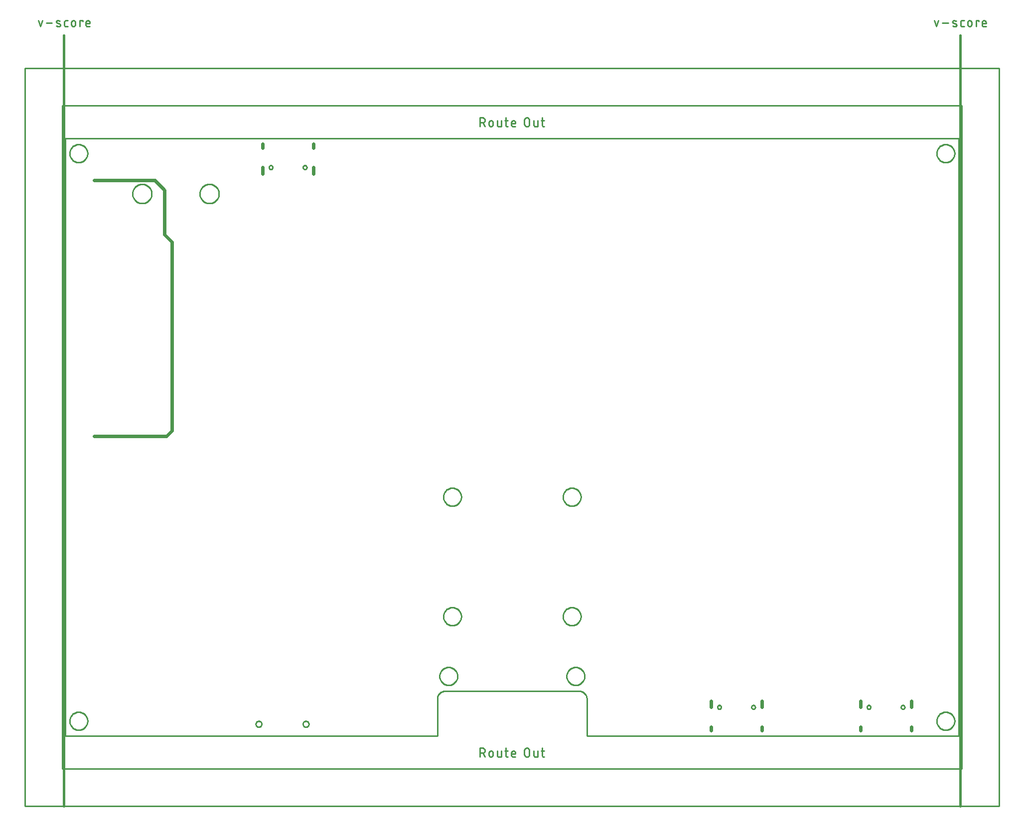
<source format=gko>
G04 EAGLE Gerber RS-274X export*
G75*
%MOMM*%
%FSLAX34Y34*%
%LPD*%
%IN*%
%IPPOS*%
%AMOC8*
5,1,8,0,0,1.08239X$1,22.5*%
G01*
%ADD10C,0.203200*%
%ADD11C,0.600000*%
%ADD12C,0.279400*%
%ADD13C,0.381000*%
%ADD14C,0.254000*%
%ADD15C,0.000000*%
%ADD16C,0.254000*%


D10*
X0Y0D02*
X631825Y0D01*
X631825Y63500D01*
X631829Y63807D01*
X631840Y64114D01*
X631858Y64420D01*
X631884Y64726D01*
X631918Y65031D01*
X631958Y65335D01*
X632006Y65638D01*
X632062Y65940D01*
X632124Y66240D01*
X632194Y66539D01*
X632271Y66836D01*
X632355Y67132D01*
X632447Y67425D01*
X632545Y67715D01*
X632650Y68003D01*
X632763Y68289D01*
X632882Y68572D01*
X633008Y68852D01*
X633140Y69129D01*
X633280Y69402D01*
X633426Y69672D01*
X633578Y69938D01*
X633737Y70201D01*
X633902Y70460D01*
X634073Y70714D01*
X634250Y70965D01*
X634434Y71211D01*
X634623Y71453D01*
X634818Y71689D01*
X635019Y71922D01*
X635225Y72149D01*
X635437Y72371D01*
X635654Y72588D01*
X635876Y72800D01*
X636103Y73006D01*
X636336Y73207D01*
X636572Y73402D01*
X636814Y73591D01*
X637060Y73775D01*
X637311Y73952D01*
X637565Y74123D01*
X637824Y74288D01*
X638087Y74447D01*
X638353Y74599D01*
X638623Y74745D01*
X638896Y74885D01*
X639173Y75017D01*
X639453Y75143D01*
X639736Y75262D01*
X640022Y75375D01*
X640310Y75480D01*
X640600Y75578D01*
X640893Y75670D01*
X641189Y75754D01*
X641486Y75831D01*
X641785Y75901D01*
X642085Y75963D01*
X642387Y76019D01*
X642690Y76067D01*
X642994Y76107D01*
X643299Y76141D01*
X643605Y76167D01*
X643911Y76185D01*
X644218Y76196D01*
X644525Y76200D01*
X873125Y76200D01*
X873432Y76196D01*
X873739Y76185D01*
X874045Y76167D01*
X874351Y76141D01*
X874656Y76107D01*
X874960Y76067D01*
X875263Y76019D01*
X875565Y75963D01*
X875865Y75901D01*
X876164Y75831D01*
X876461Y75754D01*
X876757Y75670D01*
X877050Y75578D01*
X877340Y75480D01*
X877628Y75375D01*
X877914Y75262D01*
X878197Y75143D01*
X878477Y75017D01*
X878754Y74885D01*
X879027Y74745D01*
X879297Y74599D01*
X879563Y74447D01*
X879826Y74288D01*
X880085Y74123D01*
X880339Y73952D01*
X880590Y73775D01*
X880836Y73591D01*
X881078Y73402D01*
X881314Y73207D01*
X881547Y73006D01*
X881774Y72800D01*
X881996Y72588D01*
X882213Y72371D01*
X882425Y72149D01*
X882631Y71922D01*
X882832Y71689D01*
X883027Y71453D01*
X883216Y71211D01*
X883400Y70965D01*
X883577Y70714D01*
X883748Y70460D01*
X883913Y70201D01*
X884072Y69938D01*
X884224Y69672D01*
X884370Y69402D01*
X884510Y69129D01*
X884642Y68852D01*
X884768Y68572D01*
X884887Y68289D01*
X885000Y68003D01*
X885105Y67715D01*
X885203Y67425D01*
X885295Y67132D01*
X885379Y66836D01*
X885456Y66539D01*
X885526Y66240D01*
X885588Y65940D01*
X885644Y65638D01*
X885692Y65335D01*
X885732Y65031D01*
X885766Y64726D01*
X885792Y64420D01*
X885810Y64114D01*
X885821Y63807D01*
X885825Y63500D01*
X885825Y0D01*
X1517650Y0D01*
X1517650Y1016000D01*
X0Y1016000D01*
X0Y0D01*
D11*
X48725Y945000D02*
X151825Y945000D01*
X168325Y928000D01*
X168325Y852500D01*
X180825Y840000D01*
X180825Y520000D01*
X180825Y519000D02*
X171825Y510000D01*
X48725Y510000D01*
D12*
X704329Y-20447D02*
X704329Y-35433D01*
X704329Y-20447D02*
X708492Y-20447D01*
X708620Y-20449D01*
X708748Y-20455D01*
X708876Y-20465D01*
X709004Y-20479D01*
X709131Y-20496D01*
X709257Y-20518D01*
X709383Y-20543D01*
X709507Y-20573D01*
X709631Y-20606D01*
X709754Y-20643D01*
X709876Y-20684D01*
X709996Y-20728D01*
X710115Y-20776D01*
X710232Y-20828D01*
X710348Y-20883D01*
X710461Y-20942D01*
X710574Y-21005D01*
X710684Y-21071D01*
X710791Y-21140D01*
X710897Y-21212D01*
X711001Y-21288D01*
X711102Y-21367D01*
X711201Y-21449D01*
X711297Y-21534D01*
X711390Y-21621D01*
X711481Y-21712D01*
X711568Y-21805D01*
X711653Y-21901D01*
X711735Y-22000D01*
X711814Y-22101D01*
X711890Y-22205D01*
X711962Y-22311D01*
X712031Y-22418D01*
X712097Y-22529D01*
X712160Y-22641D01*
X712219Y-22754D01*
X712274Y-22870D01*
X712326Y-22987D01*
X712374Y-23106D01*
X712418Y-23226D01*
X712459Y-23348D01*
X712496Y-23471D01*
X712529Y-23595D01*
X712559Y-23719D01*
X712584Y-23845D01*
X712606Y-23971D01*
X712623Y-24098D01*
X712637Y-24226D01*
X712647Y-24354D01*
X712653Y-24482D01*
X712655Y-24610D01*
X712653Y-24738D01*
X712647Y-24866D01*
X712637Y-24994D01*
X712623Y-25122D01*
X712606Y-25249D01*
X712584Y-25375D01*
X712559Y-25501D01*
X712529Y-25625D01*
X712496Y-25749D01*
X712459Y-25872D01*
X712418Y-25994D01*
X712374Y-26114D01*
X712326Y-26233D01*
X712274Y-26350D01*
X712219Y-26466D01*
X712160Y-26579D01*
X712097Y-26692D01*
X712031Y-26802D01*
X711962Y-26909D01*
X711890Y-27015D01*
X711814Y-27119D01*
X711735Y-27220D01*
X711653Y-27319D01*
X711568Y-27415D01*
X711481Y-27508D01*
X711390Y-27599D01*
X711297Y-27686D01*
X711201Y-27771D01*
X711102Y-27853D01*
X711001Y-27932D01*
X710897Y-28008D01*
X710791Y-28080D01*
X710684Y-28149D01*
X710574Y-28215D01*
X710461Y-28278D01*
X710348Y-28337D01*
X710232Y-28392D01*
X710115Y-28444D01*
X709996Y-28492D01*
X709876Y-28536D01*
X709754Y-28577D01*
X709631Y-28614D01*
X709507Y-28647D01*
X709383Y-28677D01*
X709257Y-28702D01*
X709131Y-28724D01*
X709004Y-28741D01*
X708876Y-28755D01*
X708748Y-28765D01*
X708620Y-28771D01*
X708492Y-28773D01*
X704329Y-28773D01*
X709324Y-28773D02*
X712654Y-35433D01*
X719613Y-32103D02*
X719613Y-28773D01*
X719615Y-28659D01*
X719621Y-28546D01*
X719630Y-28432D01*
X719644Y-28320D01*
X719661Y-28207D01*
X719683Y-28095D01*
X719708Y-27985D01*
X719736Y-27875D01*
X719769Y-27766D01*
X719805Y-27658D01*
X719845Y-27551D01*
X719889Y-27446D01*
X719936Y-27343D01*
X719986Y-27241D01*
X720040Y-27141D01*
X720098Y-27043D01*
X720159Y-26947D01*
X720222Y-26853D01*
X720290Y-26761D01*
X720360Y-26671D01*
X720433Y-26585D01*
X720509Y-26500D01*
X720588Y-26418D01*
X720670Y-26339D01*
X720755Y-26263D01*
X720841Y-26190D01*
X720931Y-26120D01*
X721023Y-26052D01*
X721117Y-25989D01*
X721213Y-25928D01*
X721311Y-25870D01*
X721411Y-25816D01*
X721513Y-25766D01*
X721616Y-25719D01*
X721721Y-25675D01*
X721828Y-25635D01*
X721936Y-25599D01*
X722045Y-25566D01*
X722155Y-25538D01*
X722265Y-25513D01*
X722377Y-25491D01*
X722490Y-25474D01*
X722602Y-25460D01*
X722716Y-25451D01*
X722829Y-25445D01*
X722943Y-25443D01*
X723057Y-25445D01*
X723170Y-25451D01*
X723284Y-25460D01*
X723396Y-25474D01*
X723509Y-25491D01*
X723621Y-25513D01*
X723731Y-25538D01*
X723841Y-25566D01*
X723950Y-25599D01*
X724058Y-25635D01*
X724165Y-25675D01*
X724270Y-25719D01*
X724373Y-25766D01*
X724475Y-25816D01*
X724575Y-25870D01*
X724673Y-25928D01*
X724769Y-25989D01*
X724863Y-26052D01*
X724955Y-26120D01*
X725045Y-26190D01*
X725131Y-26263D01*
X725216Y-26339D01*
X725298Y-26418D01*
X725377Y-26500D01*
X725453Y-26585D01*
X725526Y-26671D01*
X725596Y-26761D01*
X725664Y-26853D01*
X725727Y-26947D01*
X725788Y-27043D01*
X725846Y-27141D01*
X725900Y-27241D01*
X725950Y-27343D01*
X725997Y-27446D01*
X726041Y-27551D01*
X726081Y-27658D01*
X726117Y-27766D01*
X726150Y-27875D01*
X726178Y-27985D01*
X726203Y-28095D01*
X726225Y-28207D01*
X726242Y-28320D01*
X726256Y-28432D01*
X726265Y-28546D01*
X726271Y-28659D01*
X726273Y-28773D01*
X726273Y-32103D01*
X726271Y-32217D01*
X726265Y-32330D01*
X726256Y-32444D01*
X726242Y-32556D01*
X726225Y-32669D01*
X726203Y-32781D01*
X726178Y-32891D01*
X726150Y-33001D01*
X726117Y-33110D01*
X726081Y-33218D01*
X726041Y-33325D01*
X725997Y-33430D01*
X725950Y-33533D01*
X725900Y-33635D01*
X725846Y-33735D01*
X725788Y-33833D01*
X725727Y-33929D01*
X725664Y-34023D01*
X725596Y-34115D01*
X725526Y-34205D01*
X725453Y-34291D01*
X725377Y-34376D01*
X725298Y-34458D01*
X725216Y-34537D01*
X725131Y-34613D01*
X725045Y-34686D01*
X724955Y-34756D01*
X724863Y-34824D01*
X724769Y-34887D01*
X724673Y-34948D01*
X724575Y-35006D01*
X724475Y-35060D01*
X724373Y-35110D01*
X724270Y-35157D01*
X724165Y-35201D01*
X724058Y-35241D01*
X723950Y-35277D01*
X723841Y-35310D01*
X723731Y-35338D01*
X723621Y-35363D01*
X723509Y-35385D01*
X723396Y-35402D01*
X723284Y-35416D01*
X723170Y-35425D01*
X723057Y-35431D01*
X722943Y-35433D01*
X722829Y-35431D01*
X722716Y-35425D01*
X722602Y-35416D01*
X722490Y-35402D01*
X722377Y-35385D01*
X722265Y-35363D01*
X722155Y-35338D01*
X722045Y-35310D01*
X721936Y-35277D01*
X721828Y-35241D01*
X721721Y-35201D01*
X721616Y-35157D01*
X721513Y-35110D01*
X721411Y-35060D01*
X721311Y-35006D01*
X721213Y-34948D01*
X721117Y-34887D01*
X721023Y-34824D01*
X720931Y-34756D01*
X720841Y-34686D01*
X720755Y-34613D01*
X720670Y-34537D01*
X720588Y-34458D01*
X720509Y-34376D01*
X720433Y-34291D01*
X720360Y-34205D01*
X720290Y-34115D01*
X720222Y-34023D01*
X720159Y-33929D01*
X720098Y-33833D01*
X720040Y-33735D01*
X719986Y-33635D01*
X719936Y-33533D01*
X719889Y-33430D01*
X719845Y-33325D01*
X719805Y-33218D01*
X719769Y-33110D01*
X719736Y-33001D01*
X719708Y-32891D01*
X719683Y-32781D01*
X719661Y-32669D01*
X719644Y-32556D01*
X719630Y-32444D01*
X719621Y-32330D01*
X719615Y-32217D01*
X719613Y-32103D01*
X733681Y-32935D02*
X733681Y-25442D01*
X733680Y-32935D02*
X733682Y-33033D01*
X733688Y-33131D01*
X733697Y-33229D01*
X733711Y-33326D01*
X733728Y-33422D01*
X733749Y-33518D01*
X733774Y-33613D01*
X733802Y-33707D01*
X733834Y-33800D01*
X733870Y-33891D01*
X733909Y-33981D01*
X733952Y-34069D01*
X733999Y-34156D01*
X734048Y-34240D01*
X734101Y-34323D01*
X734157Y-34403D01*
X734216Y-34482D01*
X734279Y-34557D01*
X734344Y-34631D01*
X734412Y-34701D01*
X734482Y-34769D01*
X734556Y-34835D01*
X734632Y-34897D01*
X734710Y-34956D01*
X734790Y-35012D01*
X734873Y-35065D01*
X734957Y-35115D01*
X735044Y-35161D01*
X735132Y-35204D01*
X735222Y-35243D01*
X735313Y-35279D01*
X735406Y-35311D01*
X735500Y-35339D01*
X735595Y-35364D01*
X735691Y-35385D01*
X735787Y-35402D01*
X735884Y-35416D01*
X735982Y-35425D01*
X736080Y-35431D01*
X736178Y-35433D01*
X740341Y-35433D01*
X740341Y-25442D01*
X746322Y-25442D02*
X751317Y-25442D01*
X747987Y-20447D02*
X747987Y-32935D01*
X747989Y-33033D01*
X747995Y-33131D01*
X748004Y-33229D01*
X748018Y-33326D01*
X748035Y-33422D01*
X748056Y-33518D01*
X748081Y-33613D01*
X748109Y-33707D01*
X748141Y-33800D01*
X748177Y-33891D01*
X748216Y-33981D01*
X748259Y-34069D01*
X748306Y-34156D01*
X748355Y-34240D01*
X748408Y-34323D01*
X748464Y-34403D01*
X748523Y-34482D01*
X748586Y-34557D01*
X748651Y-34631D01*
X748719Y-34701D01*
X748789Y-34769D01*
X748863Y-34835D01*
X748939Y-34897D01*
X749017Y-34956D01*
X749097Y-35012D01*
X749180Y-35065D01*
X749264Y-35115D01*
X749351Y-35161D01*
X749439Y-35204D01*
X749529Y-35243D01*
X749620Y-35279D01*
X749713Y-35311D01*
X749807Y-35339D01*
X749902Y-35364D01*
X749998Y-35385D01*
X750094Y-35402D01*
X750191Y-35416D01*
X750289Y-35425D01*
X750387Y-35431D01*
X750485Y-35433D01*
X751317Y-35433D01*
X760146Y-35433D02*
X764309Y-35433D01*
X760146Y-35433D02*
X760048Y-35431D01*
X759950Y-35425D01*
X759852Y-35416D01*
X759755Y-35402D01*
X759659Y-35385D01*
X759563Y-35364D01*
X759468Y-35339D01*
X759374Y-35311D01*
X759281Y-35279D01*
X759190Y-35243D01*
X759100Y-35204D01*
X759012Y-35161D01*
X758925Y-35114D01*
X758841Y-35065D01*
X758758Y-35012D01*
X758678Y-34956D01*
X758600Y-34897D01*
X758524Y-34835D01*
X758450Y-34769D01*
X758380Y-34701D01*
X758312Y-34631D01*
X758247Y-34557D01*
X758184Y-34482D01*
X758125Y-34403D01*
X758069Y-34323D01*
X758016Y-34240D01*
X757967Y-34156D01*
X757920Y-34069D01*
X757877Y-33981D01*
X757838Y-33891D01*
X757802Y-33800D01*
X757770Y-33707D01*
X757742Y-33613D01*
X757717Y-33518D01*
X757696Y-33422D01*
X757679Y-33326D01*
X757665Y-33229D01*
X757656Y-33131D01*
X757650Y-33033D01*
X757648Y-32935D01*
X757649Y-32935D02*
X757649Y-28773D01*
X757651Y-28659D01*
X757657Y-28546D01*
X757666Y-28432D01*
X757680Y-28320D01*
X757697Y-28207D01*
X757719Y-28095D01*
X757744Y-27985D01*
X757772Y-27875D01*
X757805Y-27766D01*
X757841Y-27658D01*
X757881Y-27551D01*
X757925Y-27446D01*
X757972Y-27343D01*
X758022Y-27241D01*
X758076Y-27141D01*
X758134Y-27043D01*
X758195Y-26947D01*
X758258Y-26853D01*
X758326Y-26761D01*
X758396Y-26671D01*
X758469Y-26585D01*
X758545Y-26500D01*
X758624Y-26418D01*
X758706Y-26339D01*
X758791Y-26263D01*
X758877Y-26190D01*
X758967Y-26120D01*
X759059Y-26052D01*
X759153Y-25989D01*
X759249Y-25928D01*
X759347Y-25870D01*
X759447Y-25816D01*
X759549Y-25766D01*
X759652Y-25719D01*
X759757Y-25675D01*
X759864Y-25635D01*
X759972Y-25599D01*
X760081Y-25566D01*
X760191Y-25538D01*
X760301Y-25513D01*
X760413Y-25491D01*
X760526Y-25474D01*
X760638Y-25460D01*
X760752Y-25451D01*
X760865Y-25445D01*
X760979Y-25443D01*
X761093Y-25445D01*
X761206Y-25451D01*
X761320Y-25460D01*
X761432Y-25474D01*
X761545Y-25491D01*
X761657Y-25513D01*
X761767Y-25538D01*
X761877Y-25566D01*
X761986Y-25599D01*
X762094Y-25635D01*
X762201Y-25675D01*
X762306Y-25719D01*
X762409Y-25766D01*
X762511Y-25816D01*
X762611Y-25870D01*
X762709Y-25928D01*
X762805Y-25989D01*
X762899Y-26052D01*
X762991Y-26120D01*
X763081Y-26190D01*
X763167Y-26263D01*
X763252Y-26339D01*
X763334Y-26418D01*
X763413Y-26500D01*
X763489Y-26585D01*
X763562Y-26671D01*
X763632Y-26761D01*
X763700Y-26853D01*
X763763Y-26947D01*
X763824Y-27043D01*
X763882Y-27141D01*
X763936Y-27241D01*
X763986Y-27343D01*
X764033Y-27446D01*
X764077Y-27551D01*
X764117Y-27658D01*
X764153Y-27766D01*
X764186Y-27875D01*
X764214Y-27985D01*
X764239Y-28095D01*
X764261Y-28207D01*
X764278Y-28320D01*
X764292Y-28432D01*
X764301Y-28546D01*
X764307Y-28659D01*
X764309Y-28773D01*
X764309Y-30438D01*
X757649Y-30438D01*
X779742Y-31270D02*
X779742Y-24610D01*
X779744Y-24482D01*
X779750Y-24354D01*
X779760Y-24226D01*
X779774Y-24098D01*
X779791Y-23971D01*
X779813Y-23845D01*
X779838Y-23719D01*
X779868Y-23595D01*
X779901Y-23471D01*
X779938Y-23348D01*
X779979Y-23226D01*
X780023Y-23106D01*
X780071Y-22987D01*
X780123Y-22870D01*
X780178Y-22754D01*
X780237Y-22641D01*
X780300Y-22528D01*
X780366Y-22418D01*
X780435Y-22311D01*
X780507Y-22205D01*
X780583Y-22101D01*
X780662Y-22000D01*
X780744Y-21901D01*
X780829Y-21805D01*
X780916Y-21712D01*
X781007Y-21621D01*
X781100Y-21534D01*
X781196Y-21449D01*
X781295Y-21367D01*
X781396Y-21288D01*
X781500Y-21212D01*
X781606Y-21140D01*
X781713Y-21071D01*
X781824Y-21005D01*
X781936Y-20942D01*
X782049Y-20883D01*
X782165Y-20828D01*
X782282Y-20776D01*
X782401Y-20728D01*
X782521Y-20684D01*
X782643Y-20643D01*
X782766Y-20606D01*
X782890Y-20573D01*
X783014Y-20543D01*
X783140Y-20518D01*
X783266Y-20496D01*
X783393Y-20479D01*
X783521Y-20465D01*
X783649Y-20455D01*
X783777Y-20449D01*
X783905Y-20447D01*
X784033Y-20449D01*
X784161Y-20455D01*
X784289Y-20465D01*
X784417Y-20479D01*
X784544Y-20496D01*
X784670Y-20518D01*
X784796Y-20543D01*
X784920Y-20573D01*
X785044Y-20606D01*
X785167Y-20643D01*
X785289Y-20684D01*
X785409Y-20728D01*
X785528Y-20776D01*
X785645Y-20828D01*
X785761Y-20883D01*
X785874Y-20942D01*
X785987Y-21005D01*
X786097Y-21071D01*
X786204Y-21140D01*
X786310Y-21212D01*
X786414Y-21288D01*
X786515Y-21367D01*
X786614Y-21449D01*
X786710Y-21534D01*
X786803Y-21621D01*
X786894Y-21712D01*
X786981Y-21805D01*
X787066Y-21901D01*
X787148Y-22000D01*
X787227Y-22101D01*
X787303Y-22205D01*
X787375Y-22311D01*
X787444Y-22418D01*
X787510Y-22529D01*
X787573Y-22641D01*
X787632Y-22754D01*
X787687Y-22870D01*
X787739Y-22987D01*
X787787Y-23106D01*
X787831Y-23226D01*
X787872Y-23348D01*
X787909Y-23471D01*
X787942Y-23595D01*
X787972Y-23719D01*
X787997Y-23845D01*
X788019Y-23971D01*
X788036Y-24098D01*
X788050Y-24226D01*
X788060Y-24354D01*
X788066Y-24482D01*
X788068Y-24610D01*
X788067Y-24610D02*
X788067Y-31270D01*
X788068Y-31270D02*
X788066Y-31398D01*
X788060Y-31526D01*
X788050Y-31654D01*
X788036Y-31782D01*
X788019Y-31909D01*
X787997Y-32035D01*
X787972Y-32161D01*
X787942Y-32285D01*
X787909Y-32409D01*
X787872Y-32532D01*
X787831Y-32654D01*
X787787Y-32774D01*
X787739Y-32893D01*
X787687Y-33010D01*
X787632Y-33126D01*
X787573Y-33239D01*
X787510Y-33352D01*
X787444Y-33462D01*
X787375Y-33569D01*
X787303Y-33675D01*
X787227Y-33779D01*
X787148Y-33880D01*
X787066Y-33979D01*
X786981Y-34075D01*
X786894Y-34168D01*
X786803Y-34259D01*
X786710Y-34346D01*
X786614Y-34431D01*
X786515Y-34513D01*
X786414Y-34592D01*
X786310Y-34668D01*
X786204Y-34740D01*
X786097Y-34809D01*
X785987Y-34875D01*
X785874Y-34938D01*
X785761Y-34997D01*
X785645Y-35052D01*
X785528Y-35104D01*
X785409Y-35152D01*
X785289Y-35196D01*
X785167Y-35237D01*
X785044Y-35274D01*
X784920Y-35307D01*
X784796Y-35337D01*
X784670Y-35362D01*
X784544Y-35384D01*
X784417Y-35401D01*
X784289Y-35415D01*
X784161Y-35425D01*
X784033Y-35431D01*
X783905Y-35433D01*
X783777Y-35431D01*
X783649Y-35425D01*
X783521Y-35415D01*
X783393Y-35401D01*
X783266Y-35384D01*
X783140Y-35362D01*
X783014Y-35337D01*
X782890Y-35307D01*
X782766Y-35274D01*
X782643Y-35237D01*
X782521Y-35196D01*
X782401Y-35152D01*
X782282Y-35104D01*
X782165Y-35052D01*
X782049Y-34997D01*
X781936Y-34938D01*
X781824Y-34875D01*
X781713Y-34809D01*
X781606Y-34740D01*
X781500Y-34668D01*
X781396Y-34592D01*
X781295Y-34513D01*
X781196Y-34431D01*
X781100Y-34346D01*
X781007Y-34259D01*
X780916Y-34168D01*
X780829Y-34075D01*
X780744Y-33979D01*
X780662Y-33880D01*
X780583Y-33779D01*
X780507Y-33675D01*
X780435Y-33569D01*
X780366Y-33462D01*
X780300Y-33351D01*
X780237Y-33239D01*
X780178Y-33126D01*
X780123Y-33010D01*
X780071Y-32893D01*
X780023Y-32774D01*
X779979Y-32654D01*
X779938Y-32532D01*
X779901Y-32409D01*
X779868Y-32285D01*
X779838Y-32161D01*
X779813Y-32035D01*
X779791Y-31909D01*
X779774Y-31782D01*
X779760Y-31654D01*
X779750Y-31526D01*
X779744Y-31398D01*
X779742Y-31270D01*
X795684Y-32935D02*
X795684Y-25442D01*
X795684Y-32935D02*
X795686Y-33033D01*
X795692Y-33131D01*
X795701Y-33229D01*
X795715Y-33326D01*
X795732Y-33422D01*
X795753Y-33518D01*
X795778Y-33613D01*
X795806Y-33707D01*
X795838Y-33800D01*
X795874Y-33891D01*
X795913Y-33981D01*
X795956Y-34069D01*
X796003Y-34156D01*
X796052Y-34240D01*
X796105Y-34323D01*
X796161Y-34403D01*
X796220Y-34482D01*
X796283Y-34557D01*
X796348Y-34631D01*
X796416Y-34701D01*
X796486Y-34769D01*
X796560Y-34835D01*
X796636Y-34897D01*
X796714Y-34956D01*
X796794Y-35012D01*
X796877Y-35065D01*
X796961Y-35115D01*
X797048Y-35161D01*
X797136Y-35204D01*
X797226Y-35243D01*
X797317Y-35279D01*
X797410Y-35311D01*
X797504Y-35339D01*
X797599Y-35364D01*
X797695Y-35385D01*
X797791Y-35402D01*
X797888Y-35416D01*
X797986Y-35425D01*
X798084Y-35431D01*
X798182Y-35433D01*
X802345Y-35433D01*
X802345Y-25442D01*
X808326Y-25442D02*
X813321Y-25442D01*
X809991Y-20447D02*
X809991Y-32935D01*
X809990Y-32935D02*
X809992Y-33033D01*
X809998Y-33131D01*
X810007Y-33229D01*
X810021Y-33326D01*
X810038Y-33422D01*
X810059Y-33518D01*
X810084Y-33613D01*
X810112Y-33707D01*
X810144Y-33800D01*
X810180Y-33891D01*
X810219Y-33981D01*
X810262Y-34069D01*
X810309Y-34156D01*
X810358Y-34240D01*
X810411Y-34323D01*
X810467Y-34403D01*
X810526Y-34482D01*
X810589Y-34557D01*
X810654Y-34631D01*
X810722Y-34701D01*
X810792Y-34769D01*
X810866Y-34835D01*
X810942Y-34897D01*
X811020Y-34956D01*
X811100Y-35012D01*
X811183Y-35065D01*
X811267Y-35115D01*
X811354Y-35161D01*
X811442Y-35204D01*
X811532Y-35243D01*
X811623Y-35279D01*
X811716Y-35311D01*
X811810Y-35339D01*
X811905Y-35364D01*
X812001Y-35385D01*
X812097Y-35402D01*
X812194Y-35416D01*
X812292Y-35425D01*
X812390Y-35431D01*
X812488Y-35433D01*
X812489Y-35433D02*
X813321Y-35433D01*
X704329Y1036447D02*
X704329Y1051433D01*
X708492Y1051433D01*
X708620Y1051431D01*
X708748Y1051425D01*
X708876Y1051415D01*
X709004Y1051401D01*
X709131Y1051384D01*
X709257Y1051362D01*
X709383Y1051337D01*
X709507Y1051307D01*
X709631Y1051274D01*
X709754Y1051237D01*
X709876Y1051196D01*
X709996Y1051152D01*
X710115Y1051104D01*
X710232Y1051052D01*
X710348Y1050997D01*
X710461Y1050938D01*
X710574Y1050875D01*
X710684Y1050809D01*
X710791Y1050740D01*
X710897Y1050668D01*
X711001Y1050592D01*
X711102Y1050513D01*
X711201Y1050431D01*
X711297Y1050346D01*
X711390Y1050259D01*
X711481Y1050168D01*
X711568Y1050075D01*
X711653Y1049979D01*
X711735Y1049880D01*
X711814Y1049779D01*
X711890Y1049675D01*
X711962Y1049569D01*
X712031Y1049462D01*
X712097Y1049352D01*
X712160Y1049239D01*
X712219Y1049126D01*
X712274Y1049010D01*
X712326Y1048893D01*
X712374Y1048774D01*
X712418Y1048654D01*
X712459Y1048532D01*
X712496Y1048409D01*
X712529Y1048285D01*
X712559Y1048161D01*
X712584Y1048035D01*
X712606Y1047909D01*
X712623Y1047782D01*
X712637Y1047654D01*
X712647Y1047526D01*
X712653Y1047398D01*
X712655Y1047270D01*
X712653Y1047142D01*
X712647Y1047014D01*
X712637Y1046886D01*
X712623Y1046758D01*
X712606Y1046631D01*
X712584Y1046505D01*
X712559Y1046379D01*
X712529Y1046255D01*
X712496Y1046131D01*
X712459Y1046008D01*
X712418Y1045886D01*
X712374Y1045766D01*
X712326Y1045647D01*
X712274Y1045530D01*
X712219Y1045414D01*
X712160Y1045301D01*
X712097Y1045189D01*
X712031Y1045078D01*
X711962Y1044971D01*
X711890Y1044865D01*
X711814Y1044761D01*
X711735Y1044660D01*
X711653Y1044561D01*
X711568Y1044465D01*
X711481Y1044372D01*
X711390Y1044281D01*
X711297Y1044194D01*
X711201Y1044109D01*
X711102Y1044027D01*
X711001Y1043948D01*
X710897Y1043872D01*
X710791Y1043800D01*
X710684Y1043731D01*
X710574Y1043665D01*
X710461Y1043602D01*
X710348Y1043543D01*
X710232Y1043488D01*
X710115Y1043436D01*
X709996Y1043388D01*
X709876Y1043344D01*
X709754Y1043303D01*
X709631Y1043266D01*
X709507Y1043233D01*
X709383Y1043203D01*
X709257Y1043178D01*
X709131Y1043156D01*
X709004Y1043139D01*
X708876Y1043125D01*
X708748Y1043115D01*
X708620Y1043109D01*
X708492Y1043107D01*
X704329Y1043107D01*
X709324Y1043107D02*
X712654Y1036447D01*
X719613Y1039777D02*
X719613Y1043107D01*
X719615Y1043221D01*
X719621Y1043334D01*
X719630Y1043448D01*
X719644Y1043560D01*
X719661Y1043673D01*
X719683Y1043785D01*
X719708Y1043895D01*
X719736Y1044005D01*
X719769Y1044114D01*
X719805Y1044222D01*
X719845Y1044329D01*
X719889Y1044434D01*
X719936Y1044537D01*
X719986Y1044639D01*
X720040Y1044739D01*
X720098Y1044837D01*
X720159Y1044933D01*
X720222Y1045027D01*
X720290Y1045119D01*
X720360Y1045209D01*
X720433Y1045295D01*
X720509Y1045380D01*
X720588Y1045462D01*
X720670Y1045541D01*
X720755Y1045617D01*
X720841Y1045690D01*
X720931Y1045760D01*
X721023Y1045828D01*
X721117Y1045891D01*
X721213Y1045952D01*
X721311Y1046010D01*
X721411Y1046064D01*
X721513Y1046114D01*
X721616Y1046161D01*
X721721Y1046205D01*
X721828Y1046245D01*
X721936Y1046281D01*
X722045Y1046314D01*
X722155Y1046342D01*
X722265Y1046367D01*
X722377Y1046389D01*
X722490Y1046406D01*
X722602Y1046420D01*
X722716Y1046429D01*
X722829Y1046435D01*
X722943Y1046437D01*
X723057Y1046435D01*
X723170Y1046429D01*
X723284Y1046420D01*
X723396Y1046406D01*
X723509Y1046389D01*
X723621Y1046367D01*
X723731Y1046342D01*
X723841Y1046314D01*
X723950Y1046281D01*
X724058Y1046245D01*
X724165Y1046205D01*
X724270Y1046161D01*
X724373Y1046114D01*
X724475Y1046064D01*
X724575Y1046010D01*
X724673Y1045952D01*
X724769Y1045891D01*
X724863Y1045828D01*
X724955Y1045760D01*
X725045Y1045690D01*
X725131Y1045617D01*
X725216Y1045541D01*
X725298Y1045462D01*
X725377Y1045380D01*
X725453Y1045295D01*
X725526Y1045209D01*
X725596Y1045119D01*
X725664Y1045027D01*
X725727Y1044933D01*
X725788Y1044837D01*
X725846Y1044739D01*
X725900Y1044639D01*
X725950Y1044537D01*
X725997Y1044434D01*
X726041Y1044329D01*
X726081Y1044222D01*
X726117Y1044114D01*
X726150Y1044005D01*
X726178Y1043895D01*
X726203Y1043785D01*
X726225Y1043673D01*
X726242Y1043560D01*
X726256Y1043448D01*
X726265Y1043334D01*
X726271Y1043221D01*
X726273Y1043107D01*
X726273Y1039777D01*
X726271Y1039663D01*
X726265Y1039550D01*
X726256Y1039436D01*
X726242Y1039324D01*
X726225Y1039211D01*
X726203Y1039099D01*
X726178Y1038989D01*
X726150Y1038879D01*
X726117Y1038770D01*
X726081Y1038662D01*
X726041Y1038555D01*
X725997Y1038450D01*
X725950Y1038347D01*
X725900Y1038245D01*
X725846Y1038145D01*
X725788Y1038047D01*
X725727Y1037951D01*
X725664Y1037857D01*
X725596Y1037765D01*
X725526Y1037675D01*
X725453Y1037589D01*
X725377Y1037504D01*
X725298Y1037422D01*
X725216Y1037343D01*
X725131Y1037267D01*
X725045Y1037194D01*
X724955Y1037124D01*
X724863Y1037056D01*
X724769Y1036993D01*
X724673Y1036932D01*
X724575Y1036874D01*
X724475Y1036820D01*
X724373Y1036770D01*
X724270Y1036723D01*
X724165Y1036679D01*
X724058Y1036639D01*
X723950Y1036603D01*
X723841Y1036570D01*
X723731Y1036542D01*
X723621Y1036517D01*
X723509Y1036495D01*
X723396Y1036478D01*
X723284Y1036464D01*
X723170Y1036455D01*
X723057Y1036449D01*
X722943Y1036447D01*
X722829Y1036449D01*
X722716Y1036455D01*
X722602Y1036464D01*
X722490Y1036478D01*
X722377Y1036495D01*
X722265Y1036517D01*
X722155Y1036542D01*
X722045Y1036570D01*
X721936Y1036603D01*
X721828Y1036639D01*
X721721Y1036679D01*
X721616Y1036723D01*
X721513Y1036770D01*
X721411Y1036820D01*
X721311Y1036874D01*
X721213Y1036932D01*
X721117Y1036993D01*
X721023Y1037056D01*
X720931Y1037124D01*
X720841Y1037194D01*
X720755Y1037267D01*
X720670Y1037343D01*
X720588Y1037422D01*
X720509Y1037504D01*
X720433Y1037589D01*
X720360Y1037675D01*
X720290Y1037765D01*
X720222Y1037857D01*
X720159Y1037951D01*
X720098Y1038047D01*
X720040Y1038145D01*
X719986Y1038245D01*
X719936Y1038347D01*
X719889Y1038450D01*
X719845Y1038555D01*
X719805Y1038662D01*
X719769Y1038770D01*
X719736Y1038879D01*
X719708Y1038989D01*
X719683Y1039099D01*
X719661Y1039211D01*
X719644Y1039324D01*
X719630Y1039436D01*
X719621Y1039550D01*
X719615Y1039663D01*
X719613Y1039777D01*
X733681Y1038945D02*
X733681Y1046438D01*
X733680Y1038945D02*
X733682Y1038847D01*
X733688Y1038749D01*
X733697Y1038651D01*
X733711Y1038554D01*
X733728Y1038458D01*
X733749Y1038362D01*
X733774Y1038267D01*
X733802Y1038173D01*
X733834Y1038080D01*
X733870Y1037989D01*
X733909Y1037899D01*
X733952Y1037811D01*
X733999Y1037724D01*
X734048Y1037640D01*
X734101Y1037557D01*
X734157Y1037477D01*
X734216Y1037399D01*
X734279Y1037323D01*
X734344Y1037249D01*
X734412Y1037179D01*
X734482Y1037111D01*
X734556Y1037046D01*
X734632Y1036983D01*
X734710Y1036924D01*
X734790Y1036868D01*
X734873Y1036815D01*
X734957Y1036766D01*
X735044Y1036719D01*
X735132Y1036676D01*
X735222Y1036637D01*
X735313Y1036601D01*
X735406Y1036569D01*
X735500Y1036541D01*
X735595Y1036516D01*
X735691Y1036495D01*
X735787Y1036478D01*
X735884Y1036464D01*
X735982Y1036455D01*
X736080Y1036449D01*
X736178Y1036447D01*
X740341Y1036447D01*
X740341Y1046438D01*
X746322Y1046438D02*
X751317Y1046438D01*
X747987Y1051433D02*
X747987Y1038945D01*
X747989Y1038847D01*
X747995Y1038749D01*
X748004Y1038651D01*
X748018Y1038554D01*
X748035Y1038458D01*
X748056Y1038362D01*
X748081Y1038267D01*
X748109Y1038173D01*
X748141Y1038080D01*
X748177Y1037989D01*
X748216Y1037899D01*
X748259Y1037811D01*
X748306Y1037724D01*
X748355Y1037640D01*
X748408Y1037557D01*
X748464Y1037477D01*
X748523Y1037399D01*
X748586Y1037323D01*
X748651Y1037249D01*
X748719Y1037179D01*
X748789Y1037111D01*
X748863Y1037046D01*
X748939Y1036983D01*
X749017Y1036924D01*
X749097Y1036868D01*
X749180Y1036815D01*
X749264Y1036766D01*
X749351Y1036719D01*
X749439Y1036676D01*
X749529Y1036637D01*
X749620Y1036601D01*
X749713Y1036569D01*
X749807Y1036541D01*
X749902Y1036516D01*
X749998Y1036495D01*
X750094Y1036478D01*
X750191Y1036464D01*
X750289Y1036455D01*
X750387Y1036449D01*
X750485Y1036447D01*
X751317Y1036447D01*
X760146Y1036447D02*
X764309Y1036447D01*
X760146Y1036447D02*
X760048Y1036449D01*
X759950Y1036455D01*
X759852Y1036464D01*
X759755Y1036478D01*
X759659Y1036495D01*
X759563Y1036516D01*
X759468Y1036541D01*
X759374Y1036569D01*
X759281Y1036601D01*
X759190Y1036637D01*
X759100Y1036676D01*
X759012Y1036719D01*
X758925Y1036766D01*
X758841Y1036815D01*
X758758Y1036868D01*
X758678Y1036924D01*
X758600Y1036983D01*
X758524Y1037046D01*
X758450Y1037111D01*
X758380Y1037179D01*
X758312Y1037249D01*
X758247Y1037323D01*
X758184Y1037399D01*
X758125Y1037477D01*
X758069Y1037557D01*
X758016Y1037640D01*
X757967Y1037724D01*
X757920Y1037811D01*
X757877Y1037899D01*
X757838Y1037989D01*
X757802Y1038080D01*
X757770Y1038173D01*
X757742Y1038267D01*
X757717Y1038362D01*
X757696Y1038458D01*
X757679Y1038554D01*
X757665Y1038651D01*
X757656Y1038749D01*
X757650Y1038847D01*
X757648Y1038945D01*
X757649Y1038945D02*
X757649Y1043107D01*
X757651Y1043221D01*
X757657Y1043334D01*
X757666Y1043448D01*
X757680Y1043560D01*
X757697Y1043673D01*
X757719Y1043785D01*
X757744Y1043895D01*
X757772Y1044005D01*
X757805Y1044114D01*
X757841Y1044222D01*
X757881Y1044329D01*
X757925Y1044434D01*
X757972Y1044537D01*
X758022Y1044639D01*
X758076Y1044739D01*
X758134Y1044837D01*
X758195Y1044933D01*
X758258Y1045027D01*
X758326Y1045119D01*
X758396Y1045209D01*
X758469Y1045295D01*
X758545Y1045380D01*
X758624Y1045462D01*
X758706Y1045541D01*
X758791Y1045617D01*
X758877Y1045690D01*
X758967Y1045760D01*
X759059Y1045828D01*
X759153Y1045891D01*
X759249Y1045952D01*
X759347Y1046010D01*
X759447Y1046064D01*
X759549Y1046114D01*
X759652Y1046161D01*
X759757Y1046205D01*
X759864Y1046245D01*
X759972Y1046281D01*
X760081Y1046314D01*
X760191Y1046342D01*
X760301Y1046367D01*
X760413Y1046389D01*
X760526Y1046406D01*
X760638Y1046420D01*
X760752Y1046429D01*
X760865Y1046435D01*
X760979Y1046437D01*
X761093Y1046435D01*
X761206Y1046429D01*
X761320Y1046420D01*
X761432Y1046406D01*
X761545Y1046389D01*
X761657Y1046367D01*
X761767Y1046342D01*
X761877Y1046314D01*
X761986Y1046281D01*
X762094Y1046245D01*
X762201Y1046205D01*
X762306Y1046161D01*
X762409Y1046114D01*
X762511Y1046064D01*
X762611Y1046010D01*
X762709Y1045952D01*
X762805Y1045891D01*
X762899Y1045828D01*
X762991Y1045760D01*
X763081Y1045690D01*
X763167Y1045617D01*
X763252Y1045541D01*
X763334Y1045462D01*
X763413Y1045380D01*
X763489Y1045295D01*
X763562Y1045209D01*
X763632Y1045119D01*
X763700Y1045027D01*
X763763Y1044933D01*
X763824Y1044837D01*
X763882Y1044739D01*
X763936Y1044639D01*
X763986Y1044537D01*
X764033Y1044434D01*
X764077Y1044329D01*
X764117Y1044222D01*
X764153Y1044114D01*
X764186Y1044005D01*
X764214Y1043895D01*
X764239Y1043785D01*
X764261Y1043673D01*
X764278Y1043560D01*
X764292Y1043448D01*
X764301Y1043334D01*
X764307Y1043221D01*
X764309Y1043107D01*
X764309Y1041442D01*
X757649Y1041442D01*
X779742Y1040610D02*
X779742Y1047270D01*
X779744Y1047398D01*
X779750Y1047526D01*
X779760Y1047654D01*
X779774Y1047782D01*
X779791Y1047909D01*
X779813Y1048035D01*
X779838Y1048161D01*
X779868Y1048285D01*
X779901Y1048409D01*
X779938Y1048532D01*
X779979Y1048654D01*
X780023Y1048774D01*
X780071Y1048893D01*
X780123Y1049010D01*
X780178Y1049126D01*
X780237Y1049239D01*
X780300Y1049352D01*
X780366Y1049462D01*
X780435Y1049569D01*
X780507Y1049675D01*
X780583Y1049779D01*
X780662Y1049880D01*
X780744Y1049979D01*
X780829Y1050075D01*
X780916Y1050168D01*
X781007Y1050259D01*
X781100Y1050346D01*
X781196Y1050431D01*
X781295Y1050513D01*
X781396Y1050592D01*
X781500Y1050668D01*
X781606Y1050740D01*
X781713Y1050809D01*
X781824Y1050875D01*
X781936Y1050938D01*
X782049Y1050997D01*
X782165Y1051052D01*
X782282Y1051104D01*
X782401Y1051152D01*
X782521Y1051196D01*
X782643Y1051237D01*
X782766Y1051274D01*
X782890Y1051307D01*
X783014Y1051337D01*
X783140Y1051362D01*
X783266Y1051384D01*
X783393Y1051401D01*
X783521Y1051415D01*
X783649Y1051425D01*
X783777Y1051431D01*
X783905Y1051433D01*
X784033Y1051431D01*
X784161Y1051425D01*
X784289Y1051415D01*
X784417Y1051401D01*
X784544Y1051384D01*
X784670Y1051362D01*
X784796Y1051337D01*
X784920Y1051307D01*
X785044Y1051274D01*
X785167Y1051237D01*
X785289Y1051196D01*
X785409Y1051152D01*
X785528Y1051104D01*
X785645Y1051052D01*
X785761Y1050997D01*
X785874Y1050938D01*
X785987Y1050875D01*
X786097Y1050809D01*
X786204Y1050740D01*
X786310Y1050668D01*
X786414Y1050592D01*
X786515Y1050513D01*
X786614Y1050431D01*
X786710Y1050346D01*
X786803Y1050259D01*
X786894Y1050168D01*
X786981Y1050075D01*
X787066Y1049979D01*
X787148Y1049880D01*
X787227Y1049779D01*
X787303Y1049675D01*
X787375Y1049569D01*
X787444Y1049462D01*
X787510Y1049352D01*
X787573Y1049239D01*
X787632Y1049126D01*
X787687Y1049010D01*
X787739Y1048893D01*
X787787Y1048774D01*
X787831Y1048654D01*
X787872Y1048532D01*
X787909Y1048409D01*
X787942Y1048285D01*
X787972Y1048161D01*
X787997Y1048035D01*
X788019Y1047909D01*
X788036Y1047782D01*
X788050Y1047654D01*
X788060Y1047526D01*
X788066Y1047398D01*
X788068Y1047270D01*
X788067Y1047270D02*
X788067Y1040610D01*
X788068Y1040610D02*
X788066Y1040482D01*
X788060Y1040354D01*
X788050Y1040226D01*
X788036Y1040098D01*
X788019Y1039971D01*
X787997Y1039845D01*
X787972Y1039719D01*
X787942Y1039595D01*
X787909Y1039471D01*
X787872Y1039348D01*
X787831Y1039226D01*
X787787Y1039106D01*
X787739Y1038987D01*
X787687Y1038870D01*
X787632Y1038754D01*
X787573Y1038641D01*
X787510Y1038529D01*
X787444Y1038418D01*
X787375Y1038311D01*
X787303Y1038205D01*
X787227Y1038101D01*
X787148Y1038000D01*
X787066Y1037901D01*
X786981Y1037805D01*
X786894Y1037712D01*
X786803Y1037621D01*
X786710Y1037534D01*
X786614Y1037449D01*
X786515Y1037367D01*
X786414Y1037288D01*
X786310Y1037212D01*
X786204Y1037140D01*
X786097Y1037071D01*
X785987Y1037005D01*
X785874Y1036942D01*
X785761Y1036883D01*
X785645Y1036828D01*
X785528Y1036776D01*
X785409Y1036728D01*
X785289Y1036684D01*
X785167Y1036643D01*
X785044Y1036606D01*
X784920Y1036573D01*
X784796Y1036543D01*
X784670Y1036518D01*
X784544Y1036496D01*
X784417Y1036479D01*
X784289Y1036465D01*
X784161Y1036455D01*
X784033Y1036449D01*
X783905Y1036447D01*
X783777Y1036449D01*
X783649Y1036455D01*
X783521Y1036465D01*
X783393Y1036479D01*
X783266Y1036496D01*
X783140Y1036518D01*
X783014Y1036543D01*
X782890Y1036573D01*
X782766Y1036606D01*
X782643Y1036643D01*
X782521Y1036684D01*
X782401Y1036728D01*
X782282Y1036776D01*
X782165Y1036828D01*
X782049Y1036883D01*
X781936Y1036942D01*
X781824Y1037005D01*
X781713Y1037071D01*
X781606Y1037140D01*
X781500Y1037212D01*
X781396Y1037288D01*
X781295Y1037367D01*
X781196Y1037449D01*
X781100Y1037534D01*
X781007Y1037621D01*
X780916Y1037712D01*
X780829Y1037805D01*
X780744Y1037901D01*
X780662Y1038000D01*
X780583Y1038101D01*
X780507Y1038205D01*
X780435Y1038311D01*
X780366Y1038418D01*
X780300Y1038529D01*
X780237Y1038641D01*
X780178Y1038754D01*
X780123Y1038870D01*
X780071Y1038987D01*
X780023Y1039106D01*
X779979Y1039226D01*
X779938Y1039348D01*
X779901Y1039471D01*
X779868Y1039595D01*
X779838Y1039719D01*
X779813Y1039845D01*
X779791Y1039971D01*
X779774Y1040098D01*
X779760Y1040226D01*
X779750Y1040354D01*
X779744Y1040482D01*
X779742Y1040610D01*
X795684Y1038945D02*
X795684Y1046438D01*
X795684Y1038945D02*
X795686Y1038847D01*
X795692Y1038749D01*
X795701Y1038651D01*
X795715Y1038554D01*
X795732Y1038458D01*
X795753Y1038362D01*
X795778Y1038267D01*
X795806Y1038173D01*
X795838Y1038080D01*
X795874Y1037989D01*
X795913Y1037899D01*
X795956Y1037811D01*
X796003Y1037724D01*
X796052Y1037640D01*
X796105Y1037557D01*
X796161Y1037477D01*
X796220Y1037399D01*
X796283Y1037323D01*
X796348Y1037249D01*
X796416Y1037179D01*
X796486Y1037111D01*
X796560Y1037046D01*
X796636Y1036983D01*
X796714Y1036924D01*
X796794Y1036868D01*
X796877Y1036815D01*
X796961Y1036766D01*
X797048Y1036719D01*
X797136Y1036676D01*
X797226Y1036637D01*
X797317Y1036601D01*
X797410Y1036569D01*
X797504Y1036541D01*
X797599Y1036516D01*
X797695Y1036495D01*
X797791Y1036478D01*
X797888Y1036464D01*
X797986Y1036455D01*
X798084Y1036449D01*
X798182Y1036447D01*
X802345Y1036447D01*
X802345Y1046438D01*
X808326Y1046438D02*
X813321Y1046438D01*
X809991Y1051433D02*
X809991Y1038945D01*
X809993Y1038847D01*
X809999Y1038749D01*
X810008Y1038651D01*
X810022Y1038554D01*
X810039Y1038458D01*
X810060Y1038362D01*
X810085Y1038267D01*
X810113Y1038173D01*
X810145Y1038080D01*
X810181Y1037989D01*
X810220Y1037899D01*
X810263Y1037811D01*
X810310Y1037724D01*
X810359Y1037640D01*
X810412Y1037557D01*
X810468Y1037477D01*
X810527Y1037399D01*
X810590Y1037323D01*
X810655Y1037249D01*
X810723Y1037179D01*
X810793Y1037111D01*
X810867Y1037046D01*
X810943Y1036983D01*
X811021Y1036924D01*
X811101Y1036868D01*
X811184Y1036815D01*
X811268Y1036766D01*
X811355Y1036719D01*
X811443Y1036676D01*
X811533Y1036637D01*
X811624Y1036601D01*
X811717Y1036569D01*
X811811Y1036541D01*
X811906Y1036516D01*
X812002Y1036495D01*
X812098Y1036478D01*
X812195Y1036464D01*
X812293Y1036455D01*
X812391Y1036449D01*
X812489Y1036447D01*
X813321Y1036447D01*
D13*
X-2540Y1191260D02*
X-2540Y-119380D01*
D12*
X-42921Y1206627D02*
X-46251Y1216618D01*
X-39590Y1216618D02*
X-42921Y1206627D01*
X-32806Y1212455D02*
X-22815Y1212455D01*
X-14261Y1212455D02*
X-10098Y1210790D01*
X-14261Y1212454D02*
X-14346Y1212490D01*
X-14429Y1212530D01*
X-14510Y1212573D01*
X-14590Y1212620D01*
X-14667Y1212670D01*
X-14743Y1212723D01*
X-14816Y1212779D01*
X-14886Y1212839D01*
X-14954Y1212901D01*
X-15019Y1212966D01*
X-15081Y1213034D01*
X-15141Y1213105D01*
X-15197Y1213178D01*
X-15250Y1213253D01*
X-15300Y1213331D01*
X-15346Y1213410D01*
X-15389Y1213492D01*
X-15429Y1213575D01*
X-15465Y1213660D01*
X-15497Y1213746D01*
X-15526Y1213834D01*
X-15550Y1213923D01*
X-15571Y1214013D01*
X-15588Y1214103D01*
X-15602Y1214194D01*
X-15611Y1214286D01*
X-15616Y1214378D01*
X-15618Y1214470D01*
X-15616Y1214562D01*
X-15609Y1214654D01*
X-15599Y1214746D01*
X-15585Y1214837D01*
X-15567Y1214928D01*
X-15545Y1215017D01*
X-15519Y1215106D01*
X-15489Y1215193D01*
X-15456Y1215279D01*
X-15419Y1215363D01*
X-15379Y1215446D01*
X-15335Y1215527D01*
X-15288Y1215606D01*
X-15237Y1215683D01*
X-15183Y1215758D01*
X-15126Y1215831D01*
X-15066Y1215901D01*
X-15003Y1215968D01*
X-14937Y1216032D01*
X-14869Y1216094D01*
X-14798Y1216153D01*
X-14724Y1216208D01*
X-14648Y1216261D01*
X-14570Y1216310D01*
X-14490Y1216356D01*
X-14409Y1216398D01*
X-14325Y1216437D01*
X-14240Y1216472D01*
X-14153Y1216503D01*
X-14065Y1216531D01*
X-13976Y1216555D01*
X-13886Y1216575D01*
X-13796Y1216592D01*
X-13704Y1216604D01*
X-13612Y1216613D01*
X-13520Y1216617D01*
X-13428Y1216618D01*
X-13201Y1216612D01*
X-12974Y1216601D01*
X-12747Y1216584D01*
X-12521Y1216561D01*
X-12295Y1216534D01*
X-12070Y1216500D01*
X-11846Y1216462D01*
X-11623Y1216418D01*
X-11401Y1216369D01*
X-11180Y1216314D01*
X-10961Y1216254D01*
X-10743Y1216189D01*
X-10527Y1216118D01*
X-10313Y1216043D01*
X-10100Y1215962D01*
X-9890Y1215876D01*
X-9681Y1215785D01*
X-10098Y1210790D02*
X-10013Y1210754D01*
X-9930Y1210714D01*
X-9849Y1210671D01*
X-9769Y1210624D01*
X-9692Y1210574D01*
X-9616Y1210521D01*
X-9543Y1210465D01*
X-9473Y1210405D01*
X-9405Y1210343D01*
X-9340Y1210278D01*
X-9278Y1210210D01*
X-9218Y1210139D01*
X-9162Y1210066D01*
X-9109Y1209991D01*
X-9059Y1209913D01*
X-9013Y1209834D01*
X-8970Y1209752D01*
X-8930Y1209669D01*
X-8894Y1209584D01*
X-8862Y1209498D01*
X-8833Y1209410D01*
X-8809Y1209321D01*
X-8788Y1209231D01*
X-8771Y1209141D01*
X-8757Y1209050D01*
X-8748Y1208958D01*
X-8743Y1208866D01*
X-8741Y1208774D01*
X-8743Y1208682D01*
X-8750Y1208590D01*
X-8760Y1208498D01*
X-8774Y1208407D01*
X-8792Y1208316D01*
X-8814Y1208227D01*
X-8840Y1208138D01*
X-8870Y1208051D01*
X-8903Y1207965D01*
X-8940Y1207881D01*
X-8980Y1207798D01*
X-9024Y1207717D01*
X-9071Y1207638D01*
X-9122Y1207561D01*
X-9176Y1207486D01*
X-9233Y1207413D01*
X-9293Y1207343D01*
X-9356Y1207276D01*
X-9422Y1207212D01*
X-9490Y1207150D01*
X-9561Y1207091D01*
X-9635Y1207036D01*
X-9711Y1206983D01*
X-9789Y1206934D01*
X-9869Y1206888D01*
X-9950Y1206846D01*
X-10034Y1206807D01*
X-10119Y1206772D01*
X-10206Y1206741D01*
X-10294Y1206713D01*
X-10383Y1206689D01*
X-10473Y1206669D01*
X-10563Y1206652D01*
X-10655Y1206640D01*
X-10747Y1206631D01*
X-10839Y1206627D01*
X-10931Y1206626D01*
X-10931Y1206627D02*
X-11265Y1206636D01*
X-11598Y1206653D01*
X-11931Y1206677D01*
X-12264Y1206710D01*
X-12595Y1206750D01*
X-12926Y1206798D01*
X-13255Y1206854D01*
X-13583Y1206917D01*
X-13909Y1206989D01*
X-14233Y1207068D01*
X-14556Y1207154D01*
X-14876Y1207249D01*
X-15194Y1207351D01*
X-15510Y1207460D01*
X562Y1206627D02*
X3892Y1206627D01*
X562Y1206627D02*
X464Y1206629D01*
X366Y1206635D01*
X268Y1206644D01*
X171Y1206658D01*
X75Y1206675D01*
X-21Y1206696D01*
X-116Y1206721D01*
X-210Y1206749D01*
X-303Y1206781D01*
X-394Y1206817D01*
X-484Y1206856D01*
X-572Y1206899D01*
X-659Y1206946D01*
X-743Y1206995D01*
X-826Y1207048D01*
X-906Y1207104D01*
X-985Y1207163D01*
X-1060Y1207226D01*
X-1134Y1207291D01*
X-1204Y1207359D01*
X-1272Y1207429D01*
X-1338Y1207503D01*
X-1400Y1207579D01*
X-1459Y1207657D01*
X-1515Y1207737D01*
X-1568Y1207820D01*
X-1618Y1207904D01*
X-1664Y1207991D01*
X-1707Y1208079D01*
X-1746Y1208169D01*
X-1782Y1208260D01*
X-1814Y1208353D01*
X-1842Y1208447D01*
X-1867Y1208542D01*
X-1888Y1208638D01*
X-1905Y1208734D01*
X-1919Y1208831D01*
X-1928Y1208929D01*
X-1934Y1209027D01*
X-1936Y1209125D01*
X-1936Y1214120D01*
X-1934Y1214218D01*
X-1928Y1214316D01*
X-1919Y1214414D01*
X-1905Y1214511D01*
X-1888Y1214607D01*
X-1867Y1214703D01*
X-1842Y1214798D01*
X-1814Y1214892D01*
X-1782Y1214985D01*
X-1746Y1215076D01*
X-1707Y1215166D01*
X-1664Y1215254D01*
X-1617Y1215341D01*
X-1568Y1215425D01*
X-1515Y1215508D01*
X-1459Y1215588D01*
X-1400Y1215666D01*
X-1337Y1215742D01*
X-1272Y1215816D01*
X-1204Y1215886D01*
X-1134Y1215954D01*
X-1060Y1216019D01*
X-984Y1216082D01*
X-906Y1216141D01*
X-826Y1216197D01*
X-743Y1216250D01*
X-659Y1216299D01*
X-572Y1216346D01*
X-484Y1216389D01*
X-394Y1216428D01*
X-303Y1216464D01*
X-210Y1216496D01*
X-116Y1216524D01*
X-21Y1216549D01*
X75Y1216570D01*
X171Y1216587D01*
X268Y1216601D01*
X366Y1216610D01*
X464Y1216616D01*
X562Y1216618D01*
X3892Y1216618D01*
X10022Y1213287D02*
X10022Y1209957D01*
X10022Y1213287D02*
X10024Y1213401D01*
X10030Y1213514D01*
X10039Y1213628D01*
X10053Y1213740D01*
X10070Y1213853D01*
X10092Y1213965D01*
X10117Y1214075D01*
X10145Y1214185D01*
X10178Y1214294D01*
X10214Y1214402D01*
X10254Y1214509D01*
X10298Y1214614D01*
X10345Y1214717D01*
X10395Y1214819D01*
X10449Y1214919D01*
X10507Y1215017D01*
X10568Y1215113D01*
X10631Y1215207D01*
X10699Y1215299D01*
X10769Y1215389D01*
X10842Y1215475D01*
X10918Y1215560D01*
X10997Y1215642D01*
X11079Y1215721D01*
X11164Y1215797D01*
X11250Y1215870D01*
X11340Y1215940D01*
X11432Y1216008D01*
X11526Y1216071D01*
X11622Y1216132D01*
X11720Y1216190D01*
X11820Y1216244D01*
X11922Y1216294D01*
X12025Y1216341D01*
X12130Y1216385D01*
X12237Y1216425D01*
X12345Y1216461D01*
X12454Y1216494D01*
X12564Y1216522D01*
X12674Y1216547D01*
X12786Y1216569D01*
X12899Y1216586D01*
X13011Y1216600D01*
X13125Y1216609D01*
X13238Y1216615D01*
X13352Y1216617D01*
X13466Y1216615D01*
X13579Y1216609D01*
X13693Y1216600D01*
X13805Y1216586D01*
X13918Y1216569D01*
X14030Y1216547D01*
X14140Y1216522D01*
X14250Y1216494D01*
X14359Y1216461D01*
X14467Y1216425D01*
X14574Y1216385D01*
X14679Y1216341D01*
X14782Y1216294D01*
X14884Y1216244D01*
X14984Y1216190D01*
X15082Y1216132D01*
X15178Y1216071D01*
X15272Y1216008D01*
X15364Y1215940D01*
X15454Y1215870D01*
X15540Y1215797D01*
X15625Y1215721D01*
X15707Y1215642D01*
X15786Y1215560D01*
X15862Y1215475D01*
X15935Y1215389D01*
X16005Y1215299D01*
X16073Y1215207D01*
X16136Y1215113D01*
X16197Y1215017D01*
X16255Y1214919D01*
X16309Y1214819D01*
X16359Y1214717D01*
X16406Y1214614D01*
X16450Y1214509D01*
X16490Y1214402D01*
X16526Y1214294D01*
X16559Y1214185D01*
X16587Y1214075D01*
X16612Y1213965D01*
X16634Y1213853D01*
X16651Y1213740D01*
X16665Y1213628D01*
X16674Y1213514D01*
X16680Y1213401D01*
X16682Y1213287D01*
X16682Y1209957D01*
X16680Y1209843D01*
X16674Y1209730D01*
X16665Y1209616D01*
X16651Y1209504D01*
X16634Y1209391D01*
X16612Y1209279D01*
X16587Y1209169D01*
X16559Y1209059D01*
X16526Y1208950D01*
X16490Y1208842D01*
X16450Y1208735D01*
X16406Y1208630D01*
X16359Y1208527D01*
X16309Y1208425D01*
X16255Y1208325D01*
X16197Y1208227D01*
X16136Y1208131D01*
X16073Y1208037D01*
X16005Y1207945D01*
X15935Y1207855D01*
X15862Y1207769D01*
X15786Y1207684D01*
X15707Y1207602D01*
X15625Y1207523D01*
X15540Y1207447D01*
X15454Y1207374D01*
X15364Y1207304D01*
X15272Y1207236D01*
X15178Y1207173D01*
X15082Y1207112D01*
X14984Y1207054D01*
X14884Y1207000D01*
X14782Y1206950D01*
X14679Y1206903D01*
X14574Y1206859D01*
X14467Y1206819D01*
X14359Y1206783D01*
X14250Y1206750D01*
X14140Y1206722D01*
X14030Y1206697D01*
X13918Y1206675D01*
X13805Y1206658D01*
X13693Y1206644D01*
X13579Y1206635D01*
X13466Y1206629D01*
X13352Y1206627D01*
X13238Y1206629D01*
X13125Y1206635D01*
X13011Y1206644D01*
X12899Y1206658D01*
X12786Y1206675D01*
X12674Y1206697D01*
X12564Y1206722D01*
X12454Y1206750D01*
X12345Y1206783D01*
X12237Y1206819D01*
X12130Y1206859D01*
X12025Y1206903D01*
X11922Y1206950D01*
X11820Y1207000D01*
X11720Y1207054D01*
X11622Y1207112D01*
X11526Y1207173D01*
X11432Y1207236D01*
X11340Y1207304D01*
X11250Y1207374D01*
X11164Y1207447D01*
X11079Y1207523D01*
X10997Y1207602D01*
X10918Y1207684D01*
X10842Y1207769D01*
X10769Y1207855D01*
X10699Y1207945D01*
X10631Y1208037D01*
X10568Y1208131D01*
X10507Y1208227D01*
X10449Y1208325D01*
X10395Y1208425D01*
X10345Y1208527D01*
X10298Y1208630D01*
X10254Y1208735D01*
X10214Y1208842D01*
X10178Y1208950D01*
X10145Y1209059D01*
X10117Y1209169D01*
X10092Y1209279D01*
X10070Y1209391D01*
X10053Y1209504D01*
X10039Y1209616D01*
X10030Y1209730D01*
X10024Y1209843D01*
X10022Y1209957D01*
X24218Y1206627D02*
X24218Y1216618D01*
X29213Y1216618D01*
X29213Y1214953D01*
X37008Y1206627D02*
X41171Y1206627D01*
X37008Y1206627D02*
X36910Y1206629D01*
X36812Y1206635D01*
X36714Y1206644D01*
X36617Y1206658D01*
X36521Y1206675D01*
X36425Y1206696D01*
X36330Y1206721D01*
X36236Y1206749D01*
X36143Y1206781D01*
X36052Y1206817D01*
X35962Y1206856D01*
X35874Y1206899D01*
X35787Y1206946D01*
X35703Y1206995D01*
X35620Y1207048D01*
X35540Y1207104D01*
X35462Y1207163D01*
X35386Y1207226D01*
X35312Y1207291D01*
X35242Y1207359D01*
X35174Y1207429D01*
X35109Y1207503D01*
X35046Y1207579D01*
X34987Y1207657D01*
X34931Y1207737D01*
X34878Y1207820D01*
X34829Y1207904D01*
X34782Y1207991D01*
X34739Y1208079D01*
X34700Y1208169D01*
X34664Y1208260D01*
X34632Y1208353D01*
X34604Y1208447D01*
X34579Y1208542D01*
X34558Y1208638D01*
X34541Y1208734D01*
X34527Y1208831D01*
X34518Y1208929D01*
X34512Y1209027D01*
X34510Y1209125D01*
X34510Y1213287D01*
X34511Y1213287D02*
X34513Y1213401D01*
X34519Y1213514D01*
X34528Y1213628D01*
X34542Y1213740D01*
X34559Y1213853D01*
X34581Y1213965D01*
X34606Y1214075D01*
X34634Y1214185D01*
X34667Y1214294D01*
X34703Y1214402D01*
X34743Y1214509D01*
X34787Y1214614D01*
X34834Y1214717D01*
X34884Y1214819D01*
X34938Y1214919D01*
X34996Y1215017D01*
X35057Y1215113D01*
X35120Y1215207D01*
X35188Y1215299D01*
X35258Y1215389D01*
X35331Y1215475D01*
X35407Y1215560D01*
X35486Y1215642D01*
X35568Y1215721D01*
X35653Y1215797D01*
X35739Y1215870D01*
X35829Y1215940D01*
X35921Y1216008D01*
X36015Y1216071D01*
X36111Y1216132D01*
X36209Y1216190D01*
X36309Y1216244D01*
X36411Y1216294D01*
X36514Y1216341D01*
X36619Y1216385D01*
X36726Y1216425D01*
X36834Y1216461D01*
X36943Y1216494D01*
X37053Y1216522D01*
X37163Y1216547D01*
X37275Y1216569D01*
X37388Y1216586D01*
X37500Y1216600D01*
X37614Y1216609D01*
X37727Y1216615D01*
X37841Y1216617D01*
X37955Y1216615D01*
X38068Y1216609D01*
X38182Y1216600D01*
X38294Y1216586D01*
X38407Y1216569D01*
X38519Y1216547D01*
X38629Y1216522D01*
X38739Y1216494D01*
X38848Y1216461D01*
X38956Y1216425D01*
X39063Y1216385D01*
X39168Y1216341D01*
X39271Y1216294D01*
X39373Y1216244D01*
X39473Y1216190D01*
X39571Y1216132D01*
X39667Y1216071D01*
X39761Y1216008D01*
X39853Y1215940D01*
X39943Y1215870D01*
X40029Y1215797D01*
X40114Y1215721D01*
X40196Y1215642D01*
X40275Y1215560D01*
X40351Y1215475D01*
X40424Y1215389D01*
X40494Y1215299D01*
X40562Y1215207D01*
X40625Y1215113D01*
X40686Y1215017D01*
X40744Y1214919D01*
X40798Y1214819D01*
X40848Y1214717D01*
X40895Y1214614D01*
X40939Y1214509D01*
X40979Y1214402D01*
X41015Y1214294D01*
X41048Y1214185D01*
X41076Y1214075D01*
X41101Y1213965D01*
X41123Y1213853D01*
X41140Y1213740D01*
X41154Y1213628D01*
X41163Y1213514D01*
X41169Y1213401D01*
X41171Y1213287D01*
X41171Y1211622D01*
X34510Y1211622D01*
D13*
X1520190Y1191260D02*
X1520190Y-119380D01*
D12*
X1479809Y1206627D02*
X1476479Y1216618D01*
X1483140Y1216618D02*
X1479809Y1206627D01*
X1489924Y1212455D02*
X1499915Y1212455D01*
X1508469Y1212455D02*
X1512632Y1210790D01*
X1508469Y1212454D02*
X1508384Y1212490D01*
X1508301Y1212530D01*
X1508220Y1212573D01*
X1508140Y1212620D01*
X1508063Y1212670D01*
X1507987Y1212723D01*
X1507914Y1212779D01*
X1507844Y1212839D01*
X1507776Y1212901D01*
X1507711Y1212966D01*
X1507649Y1213034D01*
X1507589Y1213105D01*
X1507533Y1213178D01*
X1507480Y1213253D01*
X1507430Y1213331D01*
X1507384Y1213410D01*
X1507341Y1213492D01*
X1507301Y1213575D01*
X1507265Y1213660D01*
X1507233Y1213746D01*
X1507204Y1213834D01*
X1507180Y1213923D01*
X1507159Y1214013D01*
X1507142Y1214103D01*
X1507128Y1214194D01*
X1507119Y1214286D01*
X1507114Y1214378D01*
X1507112Y1214470D01*
X1507114Y1214562D01*
X1507121Y1214654D01*
X1507131Y1214746D01*
X1507145Y1214837D01*
X1507163Y1214928D01*
X1507185Y1215017D01*
X1507211Y1215106D01*
X1507241Y1215193D01*
X1507274Y1215279D01*
X1507311Y1215363D01*
X1507351Y1215446D01*
X1507395Y1215527D01*
X1507442Y1215606D01*
X1507493Y1215683D01*
X1507547Y1215758D01*
X1507604Y1215831D01*
X1507664Y1215901D01*
X1507727Y1215968D01*
X1507793Y1216032D01*
X1507861Y1216094D01*
X1507932Y1216153D01*
X1508006Y1216208D01*
X1508082Y1216261D01*
X1508160Y1216310D01*
X1508240Y1216356D01*
X1508321Y1216398D01*
X1508405Y1216437D01*
X1508490Y1216472D01*
X1508577Y1216503D01*
X1508665Y1216531D01*
X1508754Y1216555D01*
X1508844Y1216575D01*
X1508934Y1216592D01*
X1509026Y1216604D01*
X1509118Y1216613D01*
X1509210Y1216617D01*
X1509302Y1216618D01*
X1509529Y1216612D01*
X1509756Y1216601D01*
X1509983Y1216584D01*
X1510209Y1216561D01*
X1510435Y1216534D01*
X1510660Y1216500D01*
X1510884Y1216462D01*
X1511107Y1216418D01*
X1511329Y1216369D01*
X1511550Y1216314D01*
X1511769Y1216254D01*
X1511987Y1216189D01*
X1512203Y1216118D01*
X1512417Y1216043D01*
X1512630Y1215962D01*
X1512840Y1215876D01*
X1513049Y1215785D01*
X1512632Y1210790D02*
X1512717Y1210754D01*
X1512800Y1210714D01*
X1512881Y1210671D01*
X1512961Y1210624D01*
X1513038Y1210574D01*
X1513114Y1210521D01*
X1513187Y1210465D01*
X1513257Y1210405D01*
X1513325Y1210343D01*
X1513390Y1210278D01*
X1513452Y1210210D01*
X1513512Y1210139D01*
X1513568Y1210066D01*
X1513621Y1209991D01*
X1513671Y1209913D01*
X1513717Y1209834D01*
X1513760Y1209752D01*
X1513800Y1209669D01*
X1513836Y1209584D01*
X1513868Y1209498D01*
X1513897Y1209410D01*
X1513921Y1209321D01*
X1513942Y1209231D01*
X1513959Y1209141D01*
X1513973Y1209050D01*
X1513982Y1208958D01*
X1513987Y1208866D01*
X1513989Y1208774D01*
X1513987Y1208682D01*
X1513980Y1208590D01*
X1513970Y1208498D01*
X1513956Y1208407D01*
X1513938Y1208316D01*
X1513916Y1208227D01*
X1513890Y1208138D01*
X1513860Y1208051D01*
X1513827Y1207965D01*
X1513790Y1207881D01*
X1513750Y1207798D01*
X1513706Y1207717D01*
X1513659Y1207638D01*
X1513608Y1207561D01*
X1513554Y1207486D01*
X1513497Y1207413D01*
X1513437Y1207343D01*
X1513374Y1207276D01*
X1513308Y1207212D01*
X1513240Y1207150D01*
X1513169Y1207091D01*
X1513095Y1207036D01*
X1513019Y1206983D01*
X1512941Y1206934D01*
X1512861Y1206888D01*
X1512780Y1206846D01*
X1512696Y1206807D01*
X1512611Y1206772D01*
X1512524Y1206741D01*
X1512436Y1206713D01*
X1512347Y1206689D01*
X1512257Y1206669D01*
X1512167Y1206652D01*
X1512075Y1206640D01*
X1511983Y1206631D01*
X1511891Y1206627D01*
X1511799Y1206626D01*
X1511799Y1206627D02*
X1511465Y1206636D01*
X1511132Y1206653D01*
X1510799Y1206677D01*
X1510466Y1206710D01*
X1510135Y1206750D01*
X1509804Y1206798D01*
X1509475Y1206854D01*
X1509147Y1206917D01*
X1508821Y1206989D01*
X1508497Y1207068D01*
X1508174Y1207154D01*
X1507854Y1207249D01*
X1507536Y1207351D01*
X1507220Y1207460D01*
X1523292Y1206627D02*
X1526622Y1206627D01*
X1523292Y1206627D02*
X1523194Y1206629D01*
X1523096Y1206635D01*
X1522998Y1206644D01*
X1522901Y1206658D01*
X1522805Y1206675D01*
X1522709Y1206696D01*
X1522614Y1206721D01*
X1522520Y1206749D01*
X1522427Y1206781D01*
X1522336Y1206817D01*
X1522246Y1206856D01*
X1522158Y1206899D01*
X1522071Y1206946D01*
X1521987Y1206995D01*
X1521904Y1207048D01*
X1521824Y1207104D01*
X1521746Y1207163D01*
X1521670Y1207226D01*
X1521596Y1207291D01*
X1521526Y1207359D01*
X1521458Y1207429D01*
X1521393Y1207503D01*
X1521330Y1207579D01*
X1521271Y1207657D01*
X1521215Y1207737D01*
X1521162Y1207820D01*
X1521113Y1207904D01*
X1521066Y1207991D01*
X1521023Y1208079D01*
X1520984Y1208169D01*
X1520948Y1208260D01*
X1520916Y1208353D01*
X1520888Y1208447D01*
X1520863Y1208542D01*
X1520842Y1208638D01*
X1520825Y1208734D01*
X1520811Y1208831D01*
X1520802Y1208929D01*
X1520796Y1209027D01*
X1520794Y1209125D01*
X1520794Y1214120D01*
X1520796Y1214218D01*
X1520802Y1214316D01*
X1520811Y1214414D01*
X1520825Y1214511D01*
X1520842Y1214607D01*
X1520863Y1214703D01*
X1520888Y1214798D01*
X1520916Y1214892D01*
X1520948Y1214985D01*
X1520984Y1215076D01*
X1521023Y1215166D01*
X1521066Y1215254D01*
X1521113Y1215341D01*
X1521162Y1215425D01*
X1521215Y1215508D01*
X1521271Y1215588D01*
X1521330Y1215667D01*
X1521393Y1215742D01*
X1521458Y1215816D01*
X1521526Y1215886D01*
X1521596Y1215954D01*
X1521670Y1216020D01*
X1521746Y1216082D01*
X1521824Y1216141D01*
X1521904Y1216197D01*
X1521987Y1216250D01*
X1522071Y1216300D01*
X1522158Y1216346D01*
X1522246Y1216389D01*
X1522336Y1216428D01*
X1522427Y1216464D01*
X1522520Y1216496D01*
X1522614Y1216524D01*
X1522709Y1216549D01*
X1522805Y1216570D01*
X1522901Y1216587D01*
X1522998Y1216601D01*
X1523096Y1216610D01*
X1523194Y1216616D01*
X1523292Y1216618D01*
X1526622Y1216618D01*
X1532752Y1213287D02*
X1532752Y1209957D01*
X1532752Y1213287D02*
X1532754Y1213401D01*
X1532760Y1213514D01*
X1532769Y1213628D01*
X1532783Y1213740D01*
X1532800Y1213853D01*
X1532822Y1213965D01*
X1532847Y1214075D01*
X1532875Y1214185D01*
X1532908Y1214294D01*
X1532944Y1214402D01*
X1532984Y1214509D01*
X1533028Y1214614D01*
X1533075Y1214717D01*
X1533125Y1214819D01*
X1533179Y1214919D01*
X1533237Y1215017D01*
X1533298Y1215113D01*
X1533361Y1215207D01*
X1533429Y1215299D01*
X1533499Y1215389D01*
X1533572Y1215475D01*
X1533648Y1215560D01*
X1533727Y1215642D01*
X1533809Y1215721D01*
X1533894Y1215797D01*
X1533980Y1215870D01*
X1534070Y1215940D01*
X1534162Y1216008D01*
X1534256Y1216071D01*
X1534352Y1216132D01*
X1534450Y1216190D01*
X1534550Y1216244D01*
X1534652Y1216294D01*
X1534755Y1216341D01*
X1534860Y1216385D01*
X1534967Y1216425D01*
X1535075Y1216461D01*
X1535184Y1216494D01*
X1535294Y1216522D01*
X1535404Y1216547D01*
X1535516Y1216569D01*
X1535629Y1216586D01*
X1535741Y1216600D01*
X1535855Y1216609D01*
X1535968Y1216615D01*
X1536082Y1216617D01*
X1536196Y1216615D01*
X1536309Y1216609D01*
X1536423Y1216600D01*
X1536535Y1216586D01*
X1536648Y1216569D01*
X1536760Y1216547D01*
X1536870Y1216522D01*
X1536980Y1216494D01*
X1537089Y1216461D01*
X1537197Y1216425D01*
X1537304Y1216385D01*
X1537409Y1216341D01*
X1537512Y1216294D01*
X1537614Y1216244D01*
X1537714Y1216190D01*
X1537812Y1216132D01*
X1537908Y1216071D01*
X1538002Y1216008D01*
X1538094Y1215940D01*
X1538184Y1215870D01*
X1538270Y1215797D01*
X1538355Y1215721D01*
X1538437Y1215642D01*
X1538516Y1215560D01*
X1538592Y1215475D01*
X1538665Y1215389D01*
X1538735Y1215299D01*
X1538803Y1215207D01*
X1538866Y1215113D01*
X1538927Y1215017D01*
X1538985Y1214919D01*
X1539039Y1214819D01*
X1539089Y1214717D01*
X1539136Y1214614D01*
X1539180Y1214509D01*
X1539220Y1214402D01*
X1539256Y1214294D01*
X1539289Y1214185D01*
X1539317Y1214075D01*
X1539342Y1213965D01*
X1539364Y1213853D01*
X1539381Y1213740D01*
X1539395Y1213628D01*
X1539404Y1213514D01*
X1539410Y1213401D01*
X1539412Y1213287D01*
X1539412Y1209957D01*
X1539410Y1209843D01*
X1539404Y1209730D01*
X1539395Y1209616D01*
X1539381Y1209504D01*
X1539364Y1209391D01*
X1539342Y1209279D01*
X1539317Y1209169D01*
X1539289Y1209059D01*
X1539256Y1208950D01*
X1539220Y1208842D01*
X1539180Y1208735D01*
X1539136Y1208630D01*
X1539089Y1208527D01*
X1539039Y1208425D01*
X1538985Y1208325D01*
X1538927Y1208227D01*
X1538866Y1208131D01*
X1538803Y1208037D01*
X1538735Y1207945D01*
X1538665Y1207855D01*
X1538592Y1207769D01*
X1538516Y1207684D01*
X1538437Y1207602D01*
X1538355Y1207523D01*
X1538270Y1207447D01*
X1538184Y1207374D01*
X1538094Y1207304D01*
X1538002Y1207236D01*
X1537908Y1207173D01*
X1537812Y1207112D01*
X1537714Y1207054D01*
X1537614Y1207000D01*
X1537512Y1206950D01*
X1537409Y1206903D01*
X1537304Y1206859D01*
X1537197Y1206819D01*
X1537089Y1206783D01*
X1536980Y1206750D01*
X1536870Y1206722D01*
X1536760Y1206697D01*
X1536648Y1206675D01*
X1536535Y1206658D01*
X1536423Y1206644D01*
X1536309Y1206635D01*
X1536196Y1206629D01*
X1536082Y1206627D01*
X1535968Y1206629D01*
X1535855Y1206635D01*
X1535741Y1206644D01*
X1535629Y1206658D01*
X1535516Y1206675D01*
X1535404Y1206697D01*
X1535294Y1206722D01*
X1535184Y1206750D01*
X1535075Y1206783D01*
X1534967Y1206819D01*
X1534860Y1206859D01*
X1534755Y1206903D01*
X1534652Y1206950D01*
X1534550Y1207000D01*
X1534450Y1207054D01*
X1534352Y1207112D01*
X1534256Y1207173D01*
X1534162Y1207236D01*
X1534070Y1207304D01*
X1533980Y1207374D01*
X1533894Y1207447D01*
X1533809Y1207523D01*
X1533727Y1207602D01*
X1533648Y1207684D01*
X1533572Y1207769D01*
X1533499Y1207855D01*
X1533429Y1207945D01*
X1533361Y1208037D01*
X1533298Y1208131D01*
X1533237Y1208227D01*
X1533179Y1208325D01*
X1533125Y1208425D01*
X1533075Y1208527D01*
X1533028Y1208630D01*
X1532984Y1208735D01*
X1532944Y1208842D01*
X1532908Y1208950D01*
X1532875Y1209059D01*
X1532847Y1209169D01*
X1532822Y1209279D01*
X1532800Y1209391D01*
X1532783Y1209504D01*
X1532769Y1209616D01*
X1532760Y1209730D01*
X1532754Y1209843D01*
X1532752Y1209957D01*
X1546948Y1206627D02*
X1546948Y1216618D01*
X1551943Y1216618D01*
X1551943Y1214953D01*
X1559738Y1206627D02*
X1563901Y1206627D01*
X1559738Y1206627D02*
X1559640Y1206629D01*
X1559542Y1206635D01*
X1559444Y1206644D01*
X1559347Y1206658D01*
X1559251Y1206675D01*
X1559155Y1206696D01*
X1559060Y1206721D01*
X1558966Y1206749D01*
X1558873Y1206781D01*
X1558782Y1206817D01*
X1558692Y1206856D01*
X1558604Y1206899D01*
X1558517Y1206946D01*
X1558433Y1206995D01*
X1558350Y1207048D01*
X1558270Y1207104D01*
X1558192Y1207163D01*
X1558116Y1207226D01*
X1558042Y1207291D01*
X1557972Y1207359D01*
X1557904Y1207429D01*
X1557839Y1207503D01*
X1557776Y1207579D01*
X1557717Y1207657D01*
X1557661Y1207737D01*
X1557608Y1207820D01*
X1557559Y1207904D01*
X1557512Y1207991D01*
X1557469Y1208079D01*
X1557430Y1208169D01*
X1557394Y1208260D01*
X1557362Y1208353D01*
X1557334Y1208447D01*
X1557309Y1208542D01*
X1557288Y1208638D01*
X1557271Y1208734D01*
X1557257Y1208831D01*
X1557248Y1208929D01*
X1557242Y1209027D01*
X1557240Y1209125D01*
X1557240Y1213287D01*
X1557241Y1213287D02*
X1557243Y1213401D01*
X1557249Y1213514D01*
X1557258Y1213628D01*
X1557272Y1213740D01*
X1557289Y1213853D01*
X1557311Y1213965D01*
X1557336Y1214075D01*
X1557364Y1214185D01*
X1557397Y1214294D01*
X1557433Y1214402D01*
X1557473Y1214509D01*
X1557517Y1214614D01*
X1557564Y1214717D01*
X1557614Y1214819D01*
X1557668Y1214919D01*
X1557726Y1215017D01*
X1557787Y1215113D01*
X1557850Y1215207D01*
X1557918Y1215299D01*
X1557988Y1215389D01*
X1558061Y1215475D01*
X1558137Y1215560D01*
X1558216Y1215642D01*
X1558298Y1215721D01*
X1558383Y1215797D01*
X1558469Y1215870D01*
X1558559Y1215940D01*
X1558651Y1216008D01*
X1558745Y1216071D01*
X1558841Y1216132D01*
X1558939Y1216190D01*
X1559039Y1216244D01*
X1559141Y1216294D01*
X1559244Y1216341D01*
X1559349Y1216385D01*
X1559456Y1216425D01*
X1559564Y1216461D01*
X1559673Y1216494D01*
X1559783Y1216522D01*
X1559893Y1216547D01*
X1560005Y1216569D01*
X1560118Y1216586D01*
X1560230Y1216600D01*
X1560344Y1216609D01*
X1560457Y1216615D01*
X1560571Y1216617D01*
X1560685Y1216615D01*
X1560798Y1216609D01*
X1560912Y1216600D01*
X1561024Y1216586D01*
X1561137Y1216569D01*
X1561249Y1216547D01*
X1561359Y1216522D01*
X1561469Y1216494D01*
X1561578Y1216461D01*
X1561686Y1216425D01*
X1561793Y1216385D01*
X1561898Y1216341D01*
X1562001Y1216294D01*
X1562103Y1216244D01*
X1562203Y1216190D01*
X1562301Y1216132D01*
X1562397Y1216071D01*
X1562491Y1216008D01*
X1562583Y1215940D01*
X1562673Y1215870D01*
X1562759Y1215797D01*
X1562844Y1215721D01*
X1562926Y1215642D01*
X1563005Y1215560D01*
X1563081Y1215475D01*
X1563154Y1215389D01*
X1563224Y1215299D01*
X1563292Y1215207D01*
X1563355Y1215113D01*
X1563416Y1215017D01*
X1563474Y1214919D01*
X1563528Y1214819D01*
X1563578Y1214717D01*
X1563625Y1214614D01*
X1563669Y1214509D01*
X1563709Y1214402D01*
X1563745Y1214294D01*
X1563778Y1214185D01*
X1563806Y1214075D01*
X1563831Y1213965D01*
X1563853Y1213853D01*
X1563870Y1213740D01*
X1563884Y1213628D01*
X1563893Y1213514D01*
X1563899Y1213401D01*
X1563901Y1213287D01*
X1563901Y1211622D01*
X1557240Y1211622D01*
D14*
X1522730Y-55880D02*
X-5080Y-55880D01*
X-68580Y-119380D02*
X1586230Y-119380D01*
X1586230Y1135380D01*
X1522730Y1071880D02*
X1522730Y-55880D01*
X1586230Y1135380D02*
X-68580Y1135380D01*
X-5080Y1071880D02*
X1522730Y1071880D01*
X-5080Y1071880D02*
X-5080Y-55880D01*
X-68580Y-119380D02*
X-68580Y1135380D01*
D15*
X1480185Y25400D02*
X1480190Y25774D01*
X1480203Y26148D01*
X1480226Y26521D01*
X1480258Y26894D01*
X1480300Y27266D01*
X1480350Y27636D01*
X1480409Y28005D01*
X1480478Y28373D01*
X1480555Y28739D01*
X1480642Y29103D01*
X1480737Y29465D01*
X1480841Y29824D01*
X1480954Y30181D01*
X1481076Y30534D01*
X1481206Y30885D01*
X1481345Y31232D01*
X1481492Y31576D01*
X1481648Y31916D01*
X1481812Y32252D01*
X1481985Y32584D01*
X1482165Y32912D01*
X1482353Y33235D01*
X1482549Y33553D01*
X1482753Y33867D01*
X1482965Y34175D01*
X1483184Y34478D01*
X1483411Y34776D01*
X1483644Y35068D01*
X1483885Y35354D01*
X1484133Y35635D01*
X1484387Y35909D01*
X1484649Y36176D01*
X1484916Y36438D01*
X1485190Y36692D01*
X1485471Y36940D01*
X1485757Y37181D01*
X1486049Y37414D01*
X1486347Y37641D01*
X1486650Y37860D01*
X1486958Y38072D01*
X1487272Y38276D01*
X1487590Y38472D01*
X1487913Y38660D01*
X1488241Y38840D01*
X1488573Y39013D01*
X1488909Y39177D01*
X1489249Y39333D01*
X1489593Y39480D01*
X1489940Y39619D01*
X1490291Y39749D01*
X1490644Y39871D01*
X1491001Y39984D01*
X1491360Y40088D01*
X1491722Y40183D01*
X1492086Y40270D01*
X1492452Y40347D01*
X1492820Y40416D01*
X1493189Y40475D01*
X1493559Y40525D01*
X1493931Y40567D01*
X1494304Y40599D01*
X1494677Y40622D01*
X1495051Y40635D01*
X1495425Y40640D01*
X1495799Y40635D01*
X1496173Y40622D01*
X1496546Y40599D01*
X1496919Y40567D01*
X1497291Y40525D01*
X1497661Y40475D01*
X1498030Y40416D01*
X1498398Y40347D01*
X1498764Y40270D01*
X1499128Y40183D01*
X1499490Y40088D01*
X1499849Y39984D01*
X1500206Y39871D01*
X1500559Y39749D01*
X1500910Y39619D01*
X1501257Y39480D01*
X1501601Y39333D01*
X1501941Y39177D01*
X1502277Y39013D01*
X1502609Y38840D01*
X1502937Y38660D01*
X1503260Y38472D01*
X1503578Y38276D01*
X1503892Y38072D01*
X1504200Y37860D01*
X1504503Y37641D01*
X1504801Y37414D01*
X1505093Y37181D01*
X1505379Y36940D01*
X1505660Y36692D01*
X1505934Y36438D01*
X1506201Y36176D01*
X1506463Y35909D01*
X1506717Y35635D01*
X1506965Y35354D01*
X1507206Y35068D01*
X1507439Y34776D01*
X1507666Y34478D01*
X1507885Y34175D01*
X1508097Y33867D01*
X1508301Y33553D01*
X1508497Y33235D01*
X1508685Y32912D01*
X1508865Y32584D01*
X1509038Y32252D01*
X1509202Y31916D01*
X1509358Y31576D01*
X1509505Y31232D01*
X1509644Y30885D01*
X1509774Y30534D01*
X1509896Y30181D01*
X1510009Y29824D01*
X1510113Y29465D01*
X1510208Y29103D01*
X1510295Y28739D01*
X1510372Y28373D01*
X1510441Y28005D01*
X1510500Y27636D01*
X1510550Y27266D01*
X1510592Y26894D01*
X1510624Y26521D01*
X1510647Y26148D01*
X1510660Y25774D01*
X1510665Y25400D01*
X1510660Y25026D01*
X1510647Y24652D01*
X1510624Y24279D01*
X1510592Y23906D01*
X1510550Y23534D01*
X1510500Y23164D01*
X1510441Y22795D01*
X1510372Y22427D01*
X1510295Y22061D01*
X1510208Y21697D01*
X1510113Y21335D01*
X1510009Y20976D01*
X1509896Y20619D01*
X1509774Y20266D01*
X1509644Y19915D01*
X1509505Y19568D01*
X1509358Y19224D01*
X1509202Y18884D01*
X1509038Y18548D01*
X1508865Y18216D01*
X1508685Y17888D01*
X1508497Y17565D01*
X1508301Y17247D01*
X1508097Y16933D01*
X1507885Y16625D01*
X1507666Y16322D01*
X1507439Y16024D01*
X1507206Y15732D01*
X1506965Y15446D01*
X1506717Y15165D01*
X1506463Y14891D01*
X1506201Y14624D01*
X1505934Y14362D01*
X1505660Y14108D01*
X1505379Y13860D01*
X1505093Y13619D01*
X1504801Y13386D01*
X1504503Y13159D01*
X1504200Y12940D01*
X1503892Y12728D01*
X1503578Y12524D01*
X1503260Y12328D01*
X1502937Y12140D01*
X1502609Y11960D01*
X1502277Y11787D01*
X1501941Y11623D01*
X1501601Y11467D01*
X1501257Y11320D01*
X1500910Y11181D01*
X1500559Y11051D01*
X1500206Y10929D01*
X1499849Y10816D01*
X1499490Y10712D01*
X1499128Y10617D01*
X1498764Y10530D01*
X1498398Y10453D01*
X1498030Y10384D01*
X1497661Y10325D01*
X1497291Y10275D01*
X1496919Y10233D01*
X1496546Y10201D01*
X1496173Y10178D01*
X1495799Y10165D01*
X1495425Y10160D01*
X1495051Y10165D01*
X1494677Y10178D01*
X1494304Y10201D01*
X1493931Y10233D01*
X1493559Y10275D01*
X1493189Y10325D01*
X1492820Y10384D01*
X1492452Y10453D01*
X1492086Y10530D01*
X1491722Y10617D01*
X1491360Y10712D01*
X1491001Y10816D01*
X1490644Y10929D01*
X1490291Y11051D01*
X1489940Y11181D01*
X1489593Y11320D01*
X1489249Y11467D01*
X1488909Y11623D01*
X1488573Y11787D01*
X1488241Y11960D01*
X1487913Y12140D01*
X1487590Y12328D01*
X1487272Y12524D01*
X1486958Y12728D01*
X1486650Y12940D01*
X1486347Y13159D01*
X1486049Y13386D01*
X1485757Y13619D01*
X1485471Y13860D01*
X1485190Y14108D01*
X1484916Y14362D01*
X1484649Y14624D01*
X1484387Y14891D01*
X1484133Y15165D01*
X1483885Y15446D01*
X1483644Y15732D01*
X1483411Y16024D01*
X1483184Y16322D01*
X1482965Y16625D01*
X1482753Y16933D01*
X1482549Y17247D01*
X1482353Y17565D01*
X1482165Y17888D01*
X1481985Y18216D01*
X1481812Y18548D01*
X1481648Y18884D01*
X1481492Y19224D01*
X1481345Y19568D01*
X1481206Y19915D01*
X1481076Y20266D01*
X1480954Y20619D01*
X1480841Y20976D01*
X1480737Y21335D01*
X1480642Y21697D01*
X1480555Y22061D01*
X1480478Y22427D01*
X1480409Y22795D01*
X1480350Y23164D01*
X1480300Y23534D01*
X1480258Y23906D01*
X1480226Y24279D01*
X1480203Y24652D01*
X1480190Y25026D01*
X1480185Y25400D01*
X1480185Y990600D02*
X1480190Y990974D01*
X1480203Y991348D01*
X1480226Y991721D01*
X1480258Y992094D01*
X1480300Y992466D01*
X1480350Y992836D01*
X1480409Y993205D01*
X1480478Y993573D01*
X1480555Y993939D01*
X1480642Y994303D01*
X1480737Y994665D01*
X1480841Y995024D01*
X1480954Y995381D01*
X1481076Y995734D01*
X1481206Y996085D01*
X1481345Y996432D01*
X1481492Y996776D01*
X1481648Y997116D01*
X1481812Y997452D01*
X1481985Y997784D01*
X1482165Y998112D01*
X1482353Y998435D01*
X1482549Y998753D01*
X1482753Y999067D01*
X1482965Y999375D01*
X1483184Y999678D01*
X1483411Y999976D01*
X1483644Y1000268D01*
X1483885Y1000554D01*
X1484133Y1000835D01*
X1484387Y1001109D01*
X1484649Y1001376D01*
X1484916Y1001638D01*
X1485190Y1001892D01*
X1485471Y1002140D01*
X1485757Y1002381D01*
X1486049Y1002614D01*
X1486347Y1002841D01*
X1486650Y1003060D01*
X1486958Y1003272D01*
X1487272Y1003476D01*
X1487590Y1003672D01*
X1487913Y1003860D01*
X1488241Y1004040D01*
X1488573Y1004213D01*
X1488909Y1004377D01*
X1489249Y1004533D01*
X1489593Y1004680D01*
X1489940Y1004819D01*
X1490291Y1004949D01*
X1490644Y1005071D01*
X1491001Y1005184D01*
X1491360Y1005288D01*
X1491722Y1005383D01*
X1492086Y1005470D01*
X1492452Y1005547D01*
X1492820Y1005616D01*
X1493189Y1005675D01*
X1493559Y1005725D01*
X1493931Y1005767D01*
X1494304Y1005799D01*
X1494677Y1005822D01*
X1495051Y1005835D01*
X1495425Y1005840D01*
X1495799Y1005835D01*
X1496173Y1005822D01*
X1496546Y1005799D01*
X1496919Y1005767D01*
X1497291Y1005725D01*
X1497661Y1005675D01*
X1498030Y1005616D01*
X1498398Y1005547D01*
X1498764Y1005470D01*
X1499128Y1005383D01*
X1499490Y1005288D01*
X1499849Y1005184D01*
X1500206Y1005071D01*
X1500559Y1004949D01*
X1500910Y1004819D01*
X1501257Y1004680D01*
X1501601Y1004533D01*
X1501941Y1004377D01*
X1502277Y1004213D01*
X1502609Y1004040D01*
X1502937Y1003860D01*
X1503260Y1003672D01*
X1503578Y1003476D01*
X1503892Y1003272D01*
X1504200Y1003060D01*
X1504503Y1002841D01*
X1504801Y1002614D01*
X1505093Y1002381D01*
X1505379Y1002140D01*
X1505660Y1001892D01*
X1505934Y1001638D01*
X1506201Y1001376D01*
X1506463Y1001109D01*
X1506717Y1000835D01*
X1506965Y1000554D01*
X1507206Y1000268D01*
X1507439Y999976D01*
X1507666Y999678D01*
X1507885Y999375D01*
X1508097Y999067D01*
X1508301Y998753D01*
X1508497Y998435D01*
X1508685Y998112D01*
X1508865Y997784D01*
X1509038Y997452D01*
X1509202Y997116D01*
X1509358Y996776D01*
X1509505Y996432D01*
X1509644Y996085D01*
X1509774Y995734D01*
X1509896Y995381D01*
X1510009Y995024D01*
X1510113Y994665D01*
X1510208Y994303D01*
X1510295Y993939D01*
X1510372Y993573D01*
X1510441Y993205D01*
X1510500Y992836D01*
X1510550Y992466D01*
X1510592Y992094D01*
X1510624Y991721D01*
X1510647Y991348D01*
X1510660Y990974D01*
X1510665Y990600D01*
X1510660Y990226D01*
X1510647Y989852D01*
X1510624Y989479D01*
X1510592Y989106D01*
X1510550Y988734D01*
X1510500Y988364D01*
X1510441Y987995D01*
X1510372Y987627D01*
X1510295Y987261D01*
X1510208Y986897D01*
X1510113Y986535D01*
X1510009Y986176D01*
X1509896Y985819D01*
X1509774Y985466D01*
X1509644Y985115D01*
X1509505Y984768D01*
X1509358Y984424D01*
X1509202Y984084D01*
X1509038Y983748D01*
X1508865Y983416D01*
X1508685Y983088D01*
X1508497Y982765D01*
X1508301Y982447D01*
X1508097Y982133D01*
X1507885Y981825D01*
X1507666Y981522D01*
X1507439Y981224D01*
X1507206Y980932D01*
X1506965Y980646D01*
X1506717Y980365D01*
X1506463Y980091D01*
X1506201Y979824D01*
X1505934Y979562D01*
X1505660Y979308D01*
X1505379Y979060D01*
X1505093Y978819D01*
X1504801Y978586D01*
X1504503Y978359D01*
X1504200Y978140D01*
X1503892Y977928D01*
X1503578Y977724D01*
X1503260Y977528D01*
X1502937Y977340D01*
X1502609Y977160D01*
X1502277Y976987D01*
X1501941Y976823D01*
X1501601Y976667D01*
X1501257Y976520D01*
X1500910Y976381D01*
X1500559Y976251D01*
X1500206Y976129D01*
X1499849Y976016D01*
X1499490Y975912D01*
X1499128Y975817D01*
X1498764Y975730D01*
X1498398Y975653D01*
X1498030Y975584D01*
X1497661Y975525D01*
X1497291Y975475D01*
X1496919Y975433D01*
X1496546Y975401D01*
X1496173Y975378D01*
X1495799Y975365D01*
X1495425Y975360D01*
X1495051Y975365D01*
X1494677Y975378D01*
X1494304Y975401D01*
X1493931Y975433D01*
X1493559Y975475D01*
X1493189Y975525D01*
X1492820Y975584D01*
X1492452Y975653D01*
X1492086Y975730D01*
X1491722Y975817D01*
X1491360Y975912D01*
X1491001Y976016D01*
X1490644Y976129D01*
X1490291Y976251D01*
X1489940Y976381D01*
X1489593Y976520D01*
X1489249Y976667D01*
X1488909Y976823D01*
X1488573Y976987D01*
X1488241Y977160D01*
X1487913Y977340D01*
X1487590Y977528D01*
X1487272Y977724D01*
X1486958Y977928D01*
X1486650Y978140D01*
X1486347Y978359D01*
X1486049Y978586D01*
X1485757Y978819D01*
X1485471Y979060D01*
X1485190Y979308D01*
X1484916Y979562D01*
X1484649Y979824D01*
X1484387Y980091D01*
X1484133Y980365D01*
X1483885Y980646D01*
X1483644Y980932D01*
X1483411Y981224D01*
X1483184Y981522D01*
X1482965Y981825D01*
X1482753Y982133D01*
X1482549Y982447D01*
X1482353Y982765D01*
X1482165Y983088D01*
X1481985Y983416D01*
X1481812Y983748D01*
X1481648Y984084D01*
X1481492Y984424D01*
X1481345Y984768D01*
X1481206Y985115D01*
X1481076Y985466D01*
X1480954Y985819D01*
X1480841Y986176D01*
X1480737Y986535D01*
X1480642Y986897D01*
X1480555Y987261D01*
X1480478Y987627D01*
X1480409Y987995D01*
X1480350Y988364D01*
X1480300Y988734D01*
X1480258Y989106D01*
X1480226Y989479D01*
X1480203Y989852D01*
X1480190Y990226D01*
X1480185Y990600D01*
X6985Y990600D02*
X6990Y990974D01*
X7003Y991348D01*
X7026Y991721D01*
X7058Y992094D01*
X7100Y992466D01*
X7150Y992836D01*
X7209Y993205D01*
X7278Y993573D01*
X7355Y993939D01*
X7442Y994303D01*
X7537Y994665D01*
X7641Y995024D01*
X7754Y995381D01*
X7876Y995734D01*
X8006Y996085D01*
X8145Y996432D01*
X8292Y996776D01*
X8448Y997116D01*
X8612Y997452D01*
X8785Y997784D01*
X8965Y998112D01*
X9153Y998435D01*
X9349Y998753D01*
X9553Y999067D01*
X9765Y999375D01*
X9984Y999678D01*
X10211Y999976D01*
X10444Y1000268D01*
X10685Y1000554D01*
X10933Y1000835D01*
X11187Y1001109D01*
X11449Y1001376D01*
X11716Y1001638D01*
X11990Y1001892D01*
X12271Y1002140D01*
X12557Y1002381D01*
X12849Y1002614D01*
X13147Y1002841D01*
X13450Y1003060D01*
X13758Y1003272D01*
X14072Y1003476D01*
X14390Y1003672D01*
X14713Y1003860D01*
X15041Y1004040D01*
X15373Y1004213D01*
X15709Y1004377D01*
X16049Y1004533D01*
X16393Y1004680D01*
X16740Y1004819D01*
X17091Y1004949D01*
X17444Y1005071D01*
X17801Y1005184D01*
X18160Y1005288D01*
X18522Y1005383D01*
X18886Y1005470D01*
X19252Y1005547D01*
X19620Y1005616D01*
X19989Y1005675D01*
X20359Y1005725D01*
X20731Y1005767D01*
X21104Y1005799D01*
X21477Y1005822D01*
X21851Y1005835D01*
X22225Y1005840D01*
X22599Y1005835D01*
X22973Y1005822D01*
X23346Y1005799D01*
X23719Y1005767D01*
X24091Y1005725D01*
X24461Y1005675D01*
X24830Y1005616D01*
X25198Y1005547D01*
X25564Y1005470D01*
X25928Y1005383D01*
X26290Y1005288D01*
X26649Y1005184D01*
X27006Y1005071D01*
X27359Y1004949D01*
X27710Y1004819D01*
X28057Y1004680D01*
X28401Y1004533D01*
X28741Y1004377D01*
X29077Y1004213D01*
X29409Y1004040D01*
X29737Y1003860D01*
X30060Y1003672D01*
X30378Y1003476D01*
X30692Y1003272D01*
X31000Y1003060D01*
X31303Y1002841D01*
X31601Y1002614D01*
X31893Y1002381D01*
X32179Y1002140D01*
X32460Y1001892D01*
X32734Y1001638D01*
X33001Y1001376D01*
X33263Y1001109D01*
X33517Y1000835D01*
X33765Y1000554D01*
X34006Y1000268D01*
X34239Y999976D01*
X34466Y999678D01*
X34685Y999375D01*
X34897Y999067D01*
X35101Y998753D01*
X35297Y998435D01*
X35485Y998112D01*
X35665Y997784D01*
X35838Y997452D01*
X36002Y997116D01*
X36158Y996776D01*
X36305Y996432D01*
X36444Y996085D01*
X36574Y995734D01*
X36696Y995381D01*
X36809Y995024D01*
X36913Y994665D01*
X37008Y994303D01*
X37095Y993939D01*
X37172Y993573D01*
X37241Y993205D01*
X37300Y992836D01*
X37350Y992466D01*
X37392Y992094D01*
X37424Y991721D01*
X37447Y991348D01*
X37460Y990974D01*
X37465Y990600D01*
X37460Y990226D01*
X37447Y989852D01*
X37424Y989479D01*
X37392Y989106D01*
X37350Y988734D01*
X37300Y988364D01*
X37241Y987995D01*
X37172Y987627D01*
X37095Y987261D01*
X37008Y986897D01*
X36913Y986535D01*
X36809Y986176D01*
X36696Y985819D01*
X36574Y985466D01*
X36444Y985115D01*
X36305Y984768D01*
X36158Y984424D01*
X36002Y984084D01*
X35838Y983748D01*
X35665Y983416D01*
X35485Y983088D01*
X35297Y982765D01*
X35101Y982447D01*
X34897Y982133D01*
X34685Y981825D01*
X34466Y981522D01*
X34239Y981224D01*
X34006Y980932D01*
X33765Y980646D01*
X33517Y980365D01*
X33263Y980091D01*
X33001Y979824D01*
X32734Y979562D01*
X32460Y979308D01*
X32179Y979060D01*
X31893Y978819D01*
X31601Y978586D01*
X31303Y978359D01*
X31000Y978140D01*
X30692Y977928D01*
X30378Y977724D01*
X30060Y977528D01*
X29737Y977340D01*
X29409Y977160D01*
X29077Y976987D01*
X28741Y976823D01*
X28401Y976667D01*
X28057Y976520D01*
X27710Y976381D01*
X27359Y976251D01*
X27006Y976129D01*
X26649Y976016D01*
X26290Y975912D01*
X25928Y975817D01*
X25564Y975730D01*
X25198Y975653D01*
X24830Y975584D01*
X24461Y975525D01*
X24091Y975475D01*
X23719Y975433D01*
X23346Y975401D01*
X22973Y975378D01*
X22599Y975365D01*
X22225Y975360D01*
X21851Y975365D01*
X21477Y975378D01*
X21104Y975401D01*
X20731Y975433D01*
X20359Y975475D01*
X19989Y975525D01*
X19620Y975584D01*
X19252Y975653D01*
X18886Y975730D01*
X18522Y975817D01*
X18160Y975912D01*
X17801Y976016D01*
X17444Y976129D01*
X17091Y976251D01*
X16740Y976381D01*
X16393Y976520D01*
X16049Y976667D01*
X15709Y976823D01*
X15373Y976987D01*
X15041Y977160D01*
X14713Y977340D01*
X14390Y977528D01*
X14072Y977724D01*
X13758Y977928D01*
X13450Y978140D01*
X13147Y978359D01*
X12849Y978586D01*
X12557Y978819D01*
X12271Y979060D01*
X11990Y979308D01*
X11716Y979562D01*
X11449Y979824D01*
X11187Y980091D01*
X10933Y980365D01*
X10685Y980646D01*
X10444Y980932D01*
X10211Y981224D01*
X9984Y981522D01*
X9765Y981825D01*
X9553Y982133D01*
X9349Y982447D01*
X9153Y982765D01*
X8965Y983088D01*
X8785Y983416D01*
X8612Y983748D01*
X8448Y984084D01*
X8292Y984424D01*
X8145Y984768D01*
X8006Y985115D01*
X7876Y985466D01*
X7754Y985819D01*
X7641Y986176D01*
X7537Y986535D01*
X7442Y986897D01*
X7355Y987261D01*
X7278Y987627D01*
X7209Y987995D01*
X7150Y988364D01*
X7100Y988734D01*
X7058Y989106D01*
X7026Y989479D01*
X7003Y989852D01*
X6990Y990226D01*
X6985Y990600D01*
X1107675Y49050D02*
X1107677Y49163D01*
X1107683Y49277D01*
X1107693Y49390D01*
X1107707Y49502D01*
X1107724Y49614D01*
X1107746Y49726D01*
X1107772Y49836D01*
X1107801Y49946D01*
X1107834Y50054D01*
X1107871Y50162D01*
X1107912Y50267D01*
X1107956Y50372D01*
X1108004Y50475D01*
X1108055Y50576D01*
X1108110Y50675D01*
X1108169Y50772D01*
X1108231Y50867D01*
X1108296Y50960D01*
X1108364Y51051D01*
X1108435Y51139D01*
X1108510Y51225D01*
X1108587Y51308D01*
X1108667Y51388D01*
X1108750Y51465D01*
X1108836Y51540D01*
X1108924Y51611D01*
X1109015Y51679D01*
X1109108Y51744D01*
X1109203Y51806D01*
X1109300Y51865D01*
X1109399Y51920D01*
X1109500Y51971D01*
X1109603Y52019D01*
X1109708Y52063D01*
X1109813Y52104D01*
X1109921Y52141D01*
X1110029Y52174D01*
X1110139Y52203D01*
X1110249Y52229D01*
X1110361Y52251D01*
X1110473Y52268D01*
X1110585Y52282D01*
X1110698Y52292D01*
X1110812Y52298D01*
X1110925Y52300D01*
X1111038Y52298D01*
X1111152Y52292D01*
X1111265Y52282D01*
X1111377Y52268D01*
X1111489Y52251D01*
X1111601Y52229D01*
X1111711Y52203D01*
X1111821Y52174D01*
X1111929Y52141D01*
X1112037Y52104D01*
X1112142Y52063D01*
X1112247Y52019D01*
X1112350Y51971D01*
X1112451Y51920D01*
X1112550Y51865D01*
X1112647Y51806D01*
X1112742Y51744D01*
X1112835Y51679D01*
X1112926Y51611D01*
X1113014Y51540D01*
X1113100Y51465D01*
X1113183Y51388D01*
X1113263Y51308D01*
X1113340Y51225D01*
X1113415Y51139D01*
X1113486Y51051D01*
X1113554Y50960D01*
X1113619Y50867D01*
X1113681Y50772D01*
X1113740Y50675D01*
X1113795Y50576D01*
X1113846Y50475D01*
X1113894Y50372D01*
X1113938Y50267D01*
X1113979Y50162D01*
X1114016Y50054D01*
X1114049Y49946D01*
X1114078Y49836D01*
X1114104Y49726D01*
X1114126Y49614D01*
X1114143Y49502D01*
X1114157Y49390D01*
X1114167Y49277D01*
X1114173Y49163D01*
X1114175Y49050D01*
X1114173Y48937D01*
X1114167Y48823D01*
X1114157Y48710D01*
X1114143Y48598D01*
X1114126Y48486D01*
X1114104Y48374D01*
X1114078Y48264D01*
X1114049Y48154D01*
X1114016Y48046D01*
X1113979Y47938D01*
X1113938Y47833D01*
X1113894Y47728D01*
X1113846Y47625D01*
X1113795Y47524D01*
X1113740Y47425D01*
X1113681Y47328D01*
X1113619Y47233D01*
X1113554Y47140D01*
X1113486Y47049D01*
X1113415Y46961D01*
X1113340Y46875D01*
X1113263Y46792D01*
X1113183Y46712D01*
X1113100Y46635D01*
X1113014Y46560D01*
X1112926Y46489D01*
X1112835Y46421D01*
X1112742Y46356D01*
X1112647Y46294D01*
X1112550Y46235D01*
X1112451Y46180D01*
X1112350Y46129D01*
X1112247Y46081D01*
X1112142Y46037D01*
X1112037Y45996D01*
X1111929Y45959D01*
X1111821Y45926D01*
X1111711Y45897D01*
X1111601Y45871D01*
X1111489Y45849D01*
X1111377Y45832D01*
X1111265Y45818D01*
X1111152Y45808D01*
X1111038Y45802D01*
X1110925Y45800D01*
X1110812Y45802D01*
X1110698Y45808D01*
X1110585Y45818D01*
X1110473Y45832D01*
X1110361Y45849D01*
X1110249Y45871D01*
X1110139Y45897D01*
X1110029Y45926D01*
X1109921Y45959D01*
X1109813Y45996D01*
X1109708Y46037D01*
X1109603Y46081D01*
X1109500Y46129D01*
X1109399Y46180D01*
X1109300Y46235D01*
X1109203Y46294D01*
X1109108Y46356D01*
X1109015Y46421D01*
X1108924Y46489D01*
X1108836Y46560D01*
X1108750Y46635D01*
X1108667Y46712D01*
X1108587Y46792D01*
X1108510Y46875D01*
X1108435Y46961D01*
X1108364Y47049D01*
X1108296Y47140D01*
X1108231Y47233D01*
X1108169Y47328D01*
X1108110Y47425D01*
X1108055Y47524D01*
X1108004Y47625D01*
X1107956Y47728D01*
X1107912Y47833D01*
X1107871Y47938D01*
X1107834Y48046D01*
X1107801Y48154D01*
X1107772Y48264D01*
X1107746Y48374D01*
X1107724Y48486D01*
X1107707Y48598D01*
X1107693Y48710D01*
X1107683Y48823D01*
X1107677Y48937D01*
X1107675Y49050D01*
X1165475Y49050D02*
X1165477Y49163D01*
X1165483Y49277D01*
X1165493Y49390D01*
X1165507Y49502D01*
X1165524Y49614D01*
X1165546Y49726D01*
X1165572Y49836D01*
X1165601Y49946D01*
X1165634Y50054D01*
X1165671Y50162D01*
X1165712Y50267D01*
X1165756Y50372D01*
X1165804Y50475D01*
X1165855Y50576D01*
X1165910Y50675D01*
X1165969Y50772D01*
X1166031Y50867D01*
X1166096Y50960D01*
X1166164Y51051D01*
X1166235Y51139D01*
X1166310Y51225D01*
X1166387Y51308D01*
X1166467Y51388D01*
X1166550Y51465D01*
X1166636Y51540D01*
X1166724Y51611D01*
X1166815Y51679D01*
X1166908Y51744D01*
X1167003Y51806D01*
X1167100Y51865D01*
X1167199Y51920D01*
X1167300Y51971D01*
X1167403Y52019D01*
X1167508Y52063D01*
X1167613Y52104D01*
X1167721Y52141D01*
X1167829Y52174D01*
X1167939Y52203D01*
X1168049Y52229D01*
X1168161Y52251D01*
X1168273Y52268D01*
X1168385Y52282D01*
X1168498Y52292D01*
X1168612Y52298D01*
X1168725Y52300D01*
X1168838Y52298D01*
X1168952Y52292D01*
X1169065Y52282D01*
X1169177Y52268D01*
X1169289Y52251D01*
X1169401Y52229D01*
X1169511Y52203D01*
X1169621Y52174D01*
X1169729Y52141D01*
X1169837Y52104D01*
X1169942Y52063D01*
X1170047Y52019D01*
X1170150Y51971D01*
X1170251Y51920D01*
X1170350Y51865D01*
X1170447Y51806D01*
X1170542Y51744D01*
X1170635Y51679D01*
X1170726Y51611D01*
X1170814Y51540D01*
X1170900Y51465D01*
X1170983Y51388D01*
X1171063Y51308D01*
X1171140Y51225D01*
X1171215Y51139D01*
X1171286Y51051D01*
X1171354Y50960D01*
X1171419Y50867D01*
X1171481Y50772D01*
X1171540Y50675D01*
X1171595Y50576D01*
X1171646Y50475D01*
X1171694Y50372D01*
X1171738Y50267D01*
X1171779Y50162D01*
X1171816Y50054D01*
X1171849Y49946D01*
X1171878Y49836D01*
X1171904Y49726D01*
X1171926Y49614D01*
X1171943Y49502D01*
X1171957Y49390D01*
X1171967Y49277D01*
X1171973Y49163D01*
X1171975Y49050D01*
X1171973Y48937D01*
X1171967Y48823D01*
X1171957Y48710D01*
X1171943Y48598D01*
X1171926Y48486D01*
X1171904Y48374D01*
X1171878Y48264D01*
X1171849Y48154D01*
X1171816Y48046D01*
X1171779Y47938D01*
X1171738Y47833D01*
X1171694Y47728D01*
X1171646Y47625D01*
X1171595Y47524D01*
X1171540Y47425D01*
X1171481Y47328D01*
X1171419Y47233D01*
X1171354Y47140D01*
X1171286Y47049D01*
X1171215Y46961D01*
X1171140Y46875D01*
X1171063Y46792D01*
X1170983Y46712D01*
X1170900Y46635D01*
X1170814Y46560D01*
X1170726Y46489D01*
X1170635Y46421D01*
X1170542Y46356D01*
X1170447Y46294D01*
X1170350Y46235D01*
X1170251Y46180D01*
X1170150Y46129D01*
X1170047Y46081D01*
X1169942Y46037D01*
X1169837Y45996D01*
X1169729Y45959D01*
X1169621Y45926D01*
X1169511Y45897D01*
X1169401Y45871D01*
X1169289Y45849D01*
X1169177Y45832D01*
X1169065Y45818D01*
X1168952Y45808D01*
X1168838Y45802D01*
X1168725Y45800D01*
X1168612Y45802D01*
X1168498Y45808D01*
X1168385Y45818D01*
X1168273Y45832D01*
X1168161Y45849D01*
X1168049Y45871D01*
X1167939Y45897D01*
X1167829Y45926D01*
X1167721Y45959D01*
X1167613Y45996D01*
X1167508Y46037D01*
X1167403Y46081D01*
X1167300Y46129D01*
X1167199Y46180D01*
X1167100Y46235D01*
X1167003Y46294D01*
X1166908Y46356D01*
X1166815Y46421D01*
X1166724Y46489D01*
X1166636Y46560D01*
X1166550Y46635D01*
X1166467Y46712D01*
X1166387Y46792D01*
X1166310Y46875D01*
X1166235Y46961D01*
X1166164Y47049D01*
X1166096Y47140D01*
X1166031Y47233D01*
X1165969Y47328D01*
X1165910Y47425D01*
X1165855Y47524D01*
X1165804Y47625D01*
X1165756Y47728D01*
X1165712Y47833D01*
X1165671Y47938D01*
X1165634Y48046D01*
X1165601Y48154D01*
X1165572Y48264D01*
X1165546Y48374D01*
X1165524Y48486D01*
X1165507Y48598D01*
X1165493Y48710D01*
X1165483Y48823D01*
X1165477Y48937D01*
X1165475Y49050D01*
D11*
X1096645Y48850D02*
X1096645Y59850D01*
X1183005Y59850D02*
X1183005Y48850D01*
X1096645Y15700D02*
X1096645Y9500D01*
X1183005Y9500D02*
X1183005Y15700D01*
D15*
X403325Y20320D02*
X403327Y20461D01*
X403333Y20602D01*
X403343Y20742D01*
X403357Y20882D01*
X403375Y21022D01*
X403396Y21161D01*
X403422Y21300D01*
X403451Y21438D01*
X403485Y21574D01*
X403522Y21710D01*
X403563Y21845D01*
X403608Y21979D01*
X403657Y22111D01*
X403709Y22242D01*
X403765Y22371D01*
X403825Y22498D01*
X403888Y22624D01*
X403954Y22748D01*
X404025Y22871D01*
X404098Y22991D01*
X404175Y23109D01*
X404255Y23225D01*
X404339Y23338D01*
X404425Y23449D01*
X404515Y23558D01*
X404608Y23664D01*
X404703Y23767D01*
X404802Y23868D01*
X404903Y23966D01*
X405007Y24061D01*
X405114Y24153D01*
X405223Y24242D01*
X405335Y24327D01*
X405449Y24410D01*
X405565Y24490D01*
X405684Y24566D01*
X405805Y24638D01*
X405927Y24708D01*
X406052Y24773D01*
X406178Y24836D01*
X406306Y24894D01*
X406436Y24949D01*
X406567Y25001D01*
X406700Y25048D01*
X406834Y25092D01*
X406969Y25133D01*
X407105Y25169D01*
X407242Y25201D01*
X407380Y25230D01*
X407518Y25255D01*
X407658Y25275D01*
X407798Y25292D01*
X407938Y25305D01*
X408079Y25314D01*
X408219Y25319D01*
X408360Y25320D01*
X408501Y25317D01*
X408642Y25310D01*
X408782Y25299D01*
X408922Y25284D01*
X409062Y25265D01*
X409201Y25243D01*
X409339Y25216D01*
X409477Y25186D01*
X409613Y25151D01*
X409749Y25113D01*
X409883Y25071D01*
X410017Y25025D01*
X410149Y24976D01*
X410279Y24922D01*
X410408Y24865D01*
X410535Y24805D01*
X410661Y24741D01*
X410784Y24673D01*
X410906Y24602D01*
X411026Y24528D01*
X411143Y24450D01*
X411258Y24369D01*
X411371Y24285D01*
X411482Y24198D01*
X411590Y24107D01*
X411695Y24014D01*
X411798Y23917D01*
X411898Y23818D01*
X411995Y23716D01*
X412089Y23611D01*
X412180Y23504D01*
X412268Y23394D01*
X412353Y23282D01*
X412435Y23167D01*
X412514Y23050D01*
X412589Y22931D01*
X412661Y22810D01*
X412729Y22687D01*
X412794Y22562D01*
X412856Y22435D01*
X412913Y22306D01*
X412968Y22176D01*
X413018Y22045D01*
X413065Y21912D01*
X413108Y21778D01*
X413147Y21642D01*
X413182Y21506D01*
X413214Y21369D01*
X413241Y21231D01*
X413265Y21092D01*
X413285Y20952D01*
X413301Y20812D01*
X413313Y20672D01*
X413321Y20531D01*
X413325Y20390D01*
X413325Y20250D01*
X413321Y20109D01*
X413313Y19968D01*
X413301Y19828D01*
X413285Y19688D01*
X413265Y19548D01*
X413241Y19409D01*
X413214Y19271D01*
X413182Y19134D01*
X413147Y18998D01*
X413108Y18862D01*
X413065Y18728D01*
X413018Y18595D01*
X412968Y18464D01*
X412913Y18334D01*
X412856Y18205D01*
X412794Y18078D01*
X412729Y17953D01*
X412661Y17830D01*
X412589Y17709D01*
X412514Y17590D01*
X412435Y17473D01*
X412353Y17358D01*
X412268Y17246D01*
X412180Y17136D01*
X412089Y17029D01*
X411995Y16924D01*
X411898Y16822D01*
X411798Y16723D01*
X411695Y16626D01*
X411590Y16533D01*
X411482Y16442D01*
X411371Y16355D01*
X411258Y16271D01*
X411143Y16190D01*
X411026Y16112D01*
X410906Y16038D01*
X410784Y15967D01*
X410661Y15899D01*
X410535Y15835D01*
X410408Y15775D01*
X410279Y15718D01*
X410149Y15664D01*
X410017Y15615D01*
X409883Y15569D01*
X409749Y15527D01*
X409613Y15489D01*
X409477Y15454D01*
X409339Y15424D01*
X409201Y15397D01*
X409062Y15375D01*
X408922Y15356D01*
X408782Y15341D01*
X408642Y15330D01*
X408501Y15323D01*
X408360Y15320D01*
X408219Y15321D01*
X408079Y15326D01*
X407938Y15335D01*
X407798Y15348D01*
X407658Y15365D01*
X407518Y15385D01*
X407380Y15410D01*
X407242Y15439D01*
X407105Y15471D01*
X406969Y15507D01*
X406834Y15548D01*
X406700Y15592D01*
X406567Y15639D01*
X406436Y15691D01*
X406306Y15746D01*
X406178Y15804D01*
X406052Y15867D01*
X405927Y15932D01*
X405805Y16002D01*
X405684Y16074D01*
X405565Y16150D01*
X405449Y16230D01*
X405335Y16313D01*
X405223Y16398D01*
X405114Y16487D01*
X405007Y16579D01*
X404903Y16674D01*
X404802Y16772D01*
X404703Y16873D01*
X404608Y16976D01*
X404515Y17082D01*
X404425Y17191D01*
X404339Y17302D01*
X404255Y17415D01*
X404175Y17531D01*
X404098Y17649D01*
X404025Y17769D01*
X403954Y17892D01*
X403888Y18016D01*
X403825Y18142D01*
X403765Y18269D01*
X403709Y18398D01*
X403657Y18529D01*
X403608Y18661D01*
X403563Y18795D01*
X403522Y18930D01*
X403485Y19066D01*
X403451Y19202D01*
X403422Y19340D01*
X403396Y19479D01*
X403375Y19618D01*
X403357Y19758D01*
X403343Y19898D01*
X403333Y20038D01*
X403327Y20179D01*
X403325Y20320D01*
X323325Y20320D02*
X323327Y20461D01*
X323333Y20602D01*
X323343Y20742D01*
X323357Y20882D01*
X323375Y21022D01*
X323396Y21161D01*
X323422Y21300D01*
X323451Y21438D01*
X323485Y21574D01*
X323522Y21710D01*
X323563Y21845D01*
X323608Y21979D01*
X323657Y22111D01*
X323709Y22242D01*
X323765Y22371D01*
X323825Y22498D01*
X323888Y22624D01*
X323954Y22748D01*
X324025Y22871D01*
X324098Y22991D01*
X324175Y23109D01*
X324255Y23225D01*
X324339Y23338D01*
X324425Y23449D01*
X324515Y23558D01*
X324608Y23664D01*
X324703Y23767D01*
X324802Y23868D01*
X324903Y23966D01*
X325007Y24061D01*
X325114Y24153D01*
X325223Y24242D01*
X325335Y24327D01*
X325449Y24410D01*
X325565Y24490D01*
X325684Y24566D01*
X325805Y24638D01*
X325927Y24708D01*
X326052Y24773D01*
X326178Y24836D01*
X326306Y24894D01*
X326436Y24949D01*
X326567Y25001D01*
X326700Y25048D01*
X326834Y25092D01*
X326969Y25133D01*
X327105Y25169D01*
X327242Y25201D01*
X327380Y25230D01*
X327518Y25255D01*
X327658Y25275D01*
X327798Y25292D01*
X327938Y25305D01*
X328079Y25314D01*
X328219Y25319D01*
X328360Y25320D01*
X328501Y25317D01*
X328642Y25310D01*
X328782Y25299D01*
X328922Y25284D01*
X329062Y25265D01*
X329201Y25243D01*
X329339Y25216D01*
X329477Y25186D01*
X329613Y25151D01*
X329749Y25113D01*
X329883Y25071D01*
X330017Y25025D01*
X330149Y24976D01*
X330279Y24922D01*
X330408Y24865D01*
X330535Y24805D01*
X330661Y24741D01*
X330784Y24673D01*
X330906Y24602D01*
X331026Y24528D01*
X331143Y24450D01*
X331258Y24369D01*
X331371Y24285D01*
X331482Y24198D01*
X331590Y24107D01*
X331695Y24014D01*
X331798Y23917D01*
X331898Y23818D01*
X331995Y23716D01*
X332089Y23611D01*
X332180Y23504D01*
X332268Y23394D01*
X332353Y23282D01*
X332435Y23167D01*
X332514Y23050D01*
X332589Y22931D01*
X332661Y22810D01*
X332729Y22687D01*
X332794Y22562D01*
X332856Y22435D01*
X332913Y22306D01*
X332968Y22176D01*
X333018Y22045D01*
X333065Y21912D01*
X333108Y21778D01*
X333147Y21642D01*
X333182Y21506D01*
X333214Y21369D01*
X333241Y21231D01*
X333265Y21092D01*
X333285Y20952D01*
X333301Y20812D01*
X333313Y20672D01*
X333321Y20531D01*
X333325Y20390D01*
X333325Y20250D01*
X333321Y20109D01*
X333313Y19968D01*
X333301Y19828D01*
X333285Y19688D01*
X333265Y19548D01*
X333241Y19409D01*
X333214Y19271D01*
X333182Y19134D01*
X333147Y18998D01*
X333108Y18862D01*
X333065Y18728D01*
X333018Y18595D01*
X332968Y18464D01*
X332913Y18334D01*
X332856Y18205D01*
X332794Y18078D01*
X332729Y17953D01*
X332661Y17830D01*
X332589Y17709D01*
X332514Y17590D01*
X332435Y17473D01*
X332353Y17358D01*
X332268Y17246D01*
X332180Y17136D01*
X332089Y17029D01*
X331995Y16924D01*
X331898Y16822D01*
X331798Y16723D01*
X331695Y16626D01*
X331590Y16533D01*
X331482Y16442D01*
X331371Y16355D01*
X331258Y16271D01*
X331143Y16190D01*
X331026Y16112D01*
X330906Y16038D01*
X330784Y15967D01*
X330661Y15899D01*
X330535Y15835D01*
X330408Y15775D01*
X330279Y15718D01*
X330149Y15664D01*
X330017Y15615D01*
X329883Y15569D01*
X329749Y15527D01*
X329613Y15489D01*
X329477Y15454D01*
X329339Y15424D01*
X329201Y15397D01*
X329062Y15375D01*
X328922Y15356D01*
X328782Y15341D01*
X328642Y15330D01*
X328501Y15323D01*
X328360Y15320D01*
X328219Y15321D01*
X328079Y15326D01*
X327938Y15335D01*
X327798Y15348D01*
X327658Y15365D01*
X327518Y15385D01*
X327380Y15410D01*
X327242Y15439D01*
X327105Y15471D01*
X326969Y15507D01*
X326834Y15548D01*
X326700Y15592D01*
X326567Y15639D01*
X326436Y15691D01*
X326306Y15746D01*
X326178Y15804D01*
X326052Y15867D01*
X325927Y15932D01*
X325805Y16002D01*
X325684Y16074D01*
X325565Y16150D01*
X325449Y16230D01*
X325335Y16313D01*
X325223Y16398D01*
X325114Y16487D01*
X325007Y16579D01*
X324903Y16674D01*
X324802Y16772D01*
X324703Y16873D01*
X324608Y16976D01*
X324515Y17082D01*
X324425Y17191D01*
X324339Y17302D01*
X324255Y17415D01*
X324175Y17531D01*
X324098Y17649D01*
X324025Y17769D01*
X323954Y17892D01*
X323888Y18016D01*
X323825Y18142D01*
X323765Y18269D01*
X323709Y18398D01*
X323657Y18529D01*
X323608Y18661D01*
X323563Y18795D01*
X323522Y18930D01*
X323485Y19066D01*
X323451Y19202D01*
X323422Y19340D01*
X323396Y19479D01*
X323375Y19618D01*
X323357Y19758D01*
X323343Y19898D01*
X323333Y20038D01*
X323327Y20179D01*
X323325Y20320D01*
X6985Y25400D02*
X6990Y25774D01*
X7003Y26148D01*
X7026Y26521D01*
X7058Y26894D01*
X7100Y27266D01*
X7150Y27636D01*
X7209Y28005D01*
X7278Y28373D01*
X7355Y28739D01*
X7442Y29103D01*
X7537Y29465D01*
X7641Y29824D01*
X7754Y30181D01*
X7876Y30534D01*
X8006Y30885D01*
X8145Y31232D01*
X8292Y31576D01*
X8448Y31916D01*
X8612Y32252D01*
X8785Y32584D01*
X8965Y32912D01*
X9153Y33235D01*
X9349Y33553D01*
X9553Y33867D01*
X9765Y34175D01*
X9984Y34478D01*
X10211Y34776D01*
X10444Y35068D01*
X10685Y35354D01*
X10933Y35635D01*
X11187Y35909D01*
X11449Y36176D01*
X11716Y36438D01*
X11990Y36692D01*
X12271Y36940D01*
X12557Y37181D01*
X12849Y37414D01*
X13147Y37641D01*
X13450Y37860D01*
X13758Y38072D01*
X14072Y38276D01*
X14390Y38472D01*
X14713Y38660D01*
X15041Y38840D01*
X15373Y39013D01*
X15709Y39177D01*
X16049Y39333D01*
X16393Y39480D01*
X16740Y39619D01*
X17091Y39749D01*
X17444Y39871D01*
X17801Y39984D01*
X18160Y40088D01*
X18522Y40183D01*
X18886Y40270D01*
X19252Y40347D01*
X19620Y40416D01*
X19989Y40475D01*
X20359Y40525D01*
X20731Y40567D01*
X21104Y40599D01*
X21477Y40622D01*
X21851Y40635D01*
X22225Y40640D01*
X22599Y40635D01*
X22973Y40622D01*
X23346Y40599D01*
X23719Y40567D01*
X24091Y40525D01*
X24461Y40475D01*
X24830Y40416D01*
X25198Y40347D01*
X25564Y40270D01*
X25928Y40183D01*
X26290Y40088D01*
X26649Y39984D01*
X27006Y39871D01*
X27359Y39749D01*
X27710Y39619D01*
X28057Y39480D01*
X28401Y39333D01*
X28741Y39177D01*
X29077Y39013D01*
X29409Y38840D01*
X29737Y38660D01*
X30060Y38472D01*
X30378Y38276D01*
X30692Y38072D01*
X31000Y37860D01*
X31303Y37641D01*
X31601Y37414D01*
X31893Y37181D01*
X32179Y36940D01*
X32460Y36692D01*
X32734Y36438D01*
X33001Y36176D01*
X33263Y35909D01*
X33517Y35635D01*
X33765Y35354D01*
X34006Y35068D01*
X34239Y34776D01*
X34466Y34478D01*
X34685Y34175D01*
X34897Y33867D01*
X35101Y33553D01*
X35297Y33235D01*
X35485Y32912D01*
X35665Y32584D01*
X35838Y32252D01*
X36002Y31916D01*
X36158Y31576D01*
X36305Y31232D01*
X36444Y30885D01*
X36574Y30534D01*
X36696Y30181D01*
X36809Y29824D01*
X36913Y29465D01*
X37008Y29103D01*
X37095Y28739D01*
X37172Y28373D01*
X37241Y28005D01*
X37300Y27636D01*
X37350Y27266D01*
X37392Y26894D01*
X37424Y26521D01*
X37447Y26148D01*
X37460Y25774D01*
X37465Y25400D01*
X37460Y25026D01*
X37447Y24652D01*
X37424Y24279D01*
X37392Y23906D01*
X37350Y23534D01*
X37300Y23164D01*
X37241Y22795D01*
X37172Y22427D01*
X37095Y22061D01*
X37008Y21697D01*
X36913Y21335D01*
X36809Y20976D01*
X36696Y20619D01*
X36574Y20266D01*
X36444Y19915D01*
X36305Y19568D01*
X36158Y19224D01*
X36002Y18884D01*
X35838Y18548D01*
X35665Y18216D01*
X35485Y17888D01*
X35297Y17565D01*
X35101Y17247D01*
X34897Y16933D01*
X34685Y16625D01*
X34466Y16322D01*
X34239Y16024D01*
X34006Y15732D01*
X33765Y15446D01*
X33517Y15165D01*
X33263Y14891D01*
X33001Y14624D01*
X32734Y14362D01*
X32460Y14108D01*
X32179Y13860D01*
X31893Y13619D01*
X31601Y13386D01*
X31303Y13159D01*
X31000Y12940D01*
X30692Y12728D01*
X30378Y12524D01*
X30060Y12328D01*
X29737Y12140D01*
X29409Y11960D01*
X29077Y11787D01*
X28741Y11623D01*
X28401Y11467D01*
X28057Y11320D01*
X27710Y11181D01*
X27359Y11051D01*
X27006Y10929D01*
X26649Y10816D01*
X26290Y10712D01*
X25928Y10617D01*
X25564Y10530D01*
X25198Y10453D01*
X24830Y10384D01*
X24461Y10325D01*
X24091Y10275D01*
X23719Y10233D01*
X23346Y10201D01*
X22973Y10178D01*
X22599Y10165D01*
X22225Y10160D01*
X21851Y10165D01*
X21477Y10178D01*
X21104Y10201D01*
X20731Y10233D01*
X20359Y10275D01*
X19989Y10325D01*
X19620Y10384D01*
X19252Y10453D01*
X18886Y10530D01*
X18522Y10617D01*
X18160Y10712D01*
X17801Y10816D01*
X17444Y10929D01*
X17091Y11051D01*
X16740Y11181D01*
X16393Y11320D01*
X16049Y11467D01*
X15709Y11623D01*
X15373Y11787D01*
X15041Y11960D01*
X14713Y12140D01*
X14390Y12328D01*
X14072Y12524D01*
X13758Y12728D01*
X13450Y12940D01*
X13147Y13159D01*
X12849Y13386D01*
X12557Y13619D01*
X12271Y13860D01*
X11990Y14108D01*
X11716Y14362D01*
X11449Y14624D01*
X11187Y14891D01*
X10933Y15165D01*
X10685Y15446D01*
X10444Y15732D01*
X10211Y16024D01*
X9984Y16322D01*
X9765Y16625D01*
X9553Y16933D01*
X9349Y17247D01*
X9153Y17565D01*
X8965Y17888D01*
X8785Y18216D01*
X8612Y18548D01*
X8448Y18884D01*
X8292Y19224D01*
X8145Y19568D01*
X8006Y19915D01*
X7876Y20266D01*
X7754Y20619D01*
X7641Y20976D01*
X7537Y21335D01*
X7442Y21697D01*
X7355Y22061D01*
X7278Y22427D01*
X7209Y22795D01*
X7150Y23164D01*
X7100Y23534D01*
X7058Y23906D01*
X7026Y24279D01*
X7003Y24652D01*
X6990Y25026D01*
X6985Y25400D01*
X1361675Y49050D02*
X1361677Y49163D01*
X1361683Y49277D01*
X1361693Y49390D01*
X1361707Y49502D01*
X1361724Y49614D01*
X1361746Y49726D01*
X1361772Y49836D01*
X1361801Y49946D01*
X1361834Y50054D01*
X1361871Y50162D01*
X1361912Y50267D01*
X1361956Y50372D01*
X1362004Y50475D01*
X1362055Y50576D01*
X1362110Y50675D01*
X1362169Y50772D01*
X1362231Y50867D01*
X1362296Y50960D01*
X1362364Y51051D01*
X1362435Y51139D01*
X1362510Y51225D01*
X1362587Y51308D01*
X1362667Y51388D01*
X1362750Y51465D01*
X1362836Y51540D01*
X1362924Y51611D01*
X1363015Y51679D01*
X1363108Y51744D01*
X1363203Y51806D01*
X1363300Y51865D01*
X1363399Y51920D01*
X1363500Y51971D01*
X1363603Y52019D01*
X1363708Y52063D01*
X1363813Y52104D01*
X1363921Y52141D01*
X1364029Y52174D01*
X1364139Y52203D01*
X1364249Y52229D01*
X1364361Y52251D01*
X1364473Y52268D01*
X1364585Y52282D01*
X1364698Y52292D01*
X1364812Y52298D01*
X1364925Y52300D01*
X1365038Y52298D01*
X1365152Y52292D01*
X1365265Y52282D01*
X1365377Y52268D01*
X1365489Y52251D01*
X1365601Y52229D01*
X1365711Y52203D01*
X1365821Y52174D01*
X1365929Y52141D01*
X1366037Y52104D01*
X1366142Y52063D01*
X1366247Y52019D01*
X1366350Y51971D01*
X1366451Y51920D01*
X1366550Y51865D01*
X1366647Y51806D01*
X1366742Y51744D01*
X1366835Y51679D01*
X1366926Y51611D01*
X1367014Y51540D01*
X1367100Y51465D01*
X1367183Y51388D01*
X1367263Y51308D01*
X1367340Y51225D01*
X1367415Y51139D01*
X1367486Y51051D01*
X1367554Y50960D01*
X1367619Y50867D01*
X1367681Y50772D01*
X1367740Y50675D01*
X1367795Y50576D01*
X1367846Y50475D01*
X1367894Y50372D01*
X1367938Y50267D01*
X1367979Y50162D01*
X1368016Y50054D01*
X1368049Y49946D01*
X1368078Y49836D01*
X1368104Y49726D01*
X1368126Y49614D01*
X1368143Y49502D01*
X1368157Y49390D01*
X1368167Y49277D01*
X1368173Y49163D01*
X1368175Y49050D01*
X1368173Y48937D01*
X1368167Y48823D01*
X1368157Y48710D01*
X1368143Y48598D01*
X1368126Y48486D01*
X1368104Y48374D01*
X1368078Y48264D01*
X1368049Y48154D01*
X1368016Y48046D01*
X1367979Y47938D01*
X1367938Y47833D01*
X1367894Y47728D01*
X1367846Y47625D01*
X1367795Y47524D01*
X1367740Y47425D01*
X1367681Y47328D01*
X1367619Y47233D01*
X1367554Y47140D01*
X1367486Y47049D01*
X1367415Y46961D01*
X1367340Y46875D01*
X1367263Y46792D01*
X1367183Y46712D01*
X1367100Y46635D01*
X1367014Y46560D01*
X1366926Y46489D01*
X1366835Y46421D01*
X1366742Y46356D01*
X1366647Y46294D01*
X1366550Y46235D01*
X1366451Y46180D01*
X1366350Y46129D01*
X1366247Y46081D01*
X1366142Y46037D01*
X1366037Y45996D01*
X1365929Y45959D01*
X1365821Y45926D01*
X1365711Y45897D01*
X1365601Y45871D01*
X1365489Y45849D01*
X1365377Y45832D01*
X1365265Y45818D01*
X1365152Y45808D01*
X1365038Y45802D01*
X1364925Y45800D01*
X1364812Y45802D01*
X1364698Y45808D01*
X1364585Y45818D01*
X1364473Y45832D01*
X1364361Y45849D01*
X1364249Y45871D01*
X1364139Y45897D01*
X1364029Y45926D01*
X1363921Y45959D01*
X1363813Y45996D01*
X1363708Y46037D01*
X1363603Y46081D01*
X1363500Y46129D01*
X1363399Y46180D01*
X1363300Y46235D01*
X1363203Y46294D01*
X1363108Y46356D01*
X1363015Y46421D01*
X1362924Y46489D01*
X1362836Y46560D01*
X1362750Y46635D01*
X1362667Y46712D01*
X1362587Y46792D01*
X1362510Y46875D01*
X1362435Y46961D01*
X1362364Y47049D01*
X1362296Y47140D01*
X1362231Y47233D01*
X1362169Y47328D01*
X1362110Y47425D01*
X1362055Y47524D01*
X1362004Y47625D01*
X1361956Y47728D01*
X1361912Y47833D01*
X1361871Y47938D01*
X1361834Y48046D01*
X1361801Y48154D01*
X1361772Y48264D01*
X1361746Y48374D01*
X1361724Y48486D01*
X1361707Y48598D01*
X1361693Y48710D01*
X1361683Y48823D01*
X1361677Y48937D01*
X1361675Y49050D01*
X1419475Y49050D02*
X1419477Y49163D01*
X1419483Y49277D01*
X1419493Y49390D01*
X1419507Y49502D01*
X1419524Y49614D01*
X1419546Y49726D01*
X1419572Y49836D01*
X1419601Y49946D01*
X1419634Y50054D01*
X1419671Y50162D01*
X1419712Y50267D01*
X1419756Y50372D01*
X1419804Y50475D01*
X1419855Y50576D01*
X1419910Y50675D01*
X1419969Y50772D01*
X1420031Y50867D01*
X1420096Y50960D01*
X1420164Y51051D01*
X1420235Y51139D01*
X1420310Y51225D01*
X1420387Y51308D01*
X1420467Y51388D01*
X1420550Y51465D01*
X1420636Y51540D01*
X1420724Y51611D01*
X1420815Y51679D01*
X1420908Y51744D01*
X1421003Y51806D01*
X1421100Y51865D01*
X1421199Y51920D01*
X1421300Y51971D01*
X1421403Y52019D01*
X1421508Y52063D01*
X1421613Y52104D01*
X1421721Y52141D01*
X1421829Y52174D01*
X1421939Y52203D01*
X1422049Y52229D01*
X1422161Y52251D01*
X1422273Y52268D01*
X1422385Y52282D01*
X1422498Y52292D01*
X1422612Y52298D01*
X1422725Y52300D01*
X1422838Y52298D01*
X1422952Y52292D01*
X1423065Y52282D01*
X1423177Y52268D01*
X1423289Y52251D01*
X1423401Y52229D01*
X1423511Y52203D01*
X1423621Y52174D01*
X1423729Y52141D01*
X1423837Y52104D01*
X1423942Y52063D01*
X1424047Y52019D01*
X1424150Y51971D01*
X1424251Y51920D01*
X1424350Y51865D01*
X1424447Y51806D01*
X1424542Y51744D01*
X1424635Y51679D01*
X1424726Y51611D01*
X1424814Y51540D01*
X1424900Y51465D01*
X1424983Y51388D01*
X1425063Y51308D01*
X1425140Y51225D01*
X1425215Y51139D01*
X1425286Y51051D01*
X1425354Y50960D01*
X1425419Y50867D01*
X1425481Y50772D01*
X1425540Y50675D01*
X1425595Y50576D01*
X1425646Y50475D01*
X1425694Y50372D01*
X1425738Y50267D01*
X1425779Y50162D01*
X1425816Y50054D01*
X1425849Y49946D01*
X1425878Y49836D01*
X1425904Y49726D01*
X1425926Y49614D01*
X1425943Y49502D01*
X1425957Y49390D01*
X1425967Y49277D01*
X1425973Y49163D01*
X1425975Y49050D01*
X1425973Y48937D01*
X1425967Y48823D01*
X1425957Y48710D01*
X1425943Y48598D01*
X1425926Y48486D01*
X1425904Y48374D01*
X1425878Y48264D01*
X1425849Y48154D01*
X1425816Y48046D01*
X1425779Y47938D01*
X1425738Y47833D01*
X1425694Y47728D01*
X1425646Y47625D01*
X1425595Y47524D01*
X1425540Y47425D01*
X1425481Y47328D01*
X1425419Y47233D01*
X1425354Y47140D01*
X1425286Y47049D01*
X1425215Y46961D01*
X1425140Y46875D01*
X1425063Y46792D01*
X1424983Y46712D01*
X1424900Y46635D01*
X1424814Y46560D01*
X1424726Y46489D01*
X1424635Y46421D01*
X1424542Y46356D01*
X1424447Y46294D01*
X1424350Y46235D01*
X1424251Y46180D01*
X1424150Y46129D01*
X1424047Y46081D01*
X1423942Y46037D01*
X1423837Y45996D01*
X1423729Y45959D01*
X1423621Y45926D01*
X1423511Y45897D01*
X1423401Y45871D01*
X1423289Y45849D01*
X1423177Y45832D01*
X1423065Y45818D01*
X1422952Y45808D01*
X1422838Y45802D01*
X1422725Y45800D01*
X1422612Y45802D01*
X1422498Y45808D01*
X1422385Y45818D01*
X1422273Y45832D01*
X1422161Y45849D01*
X1422049Y45871D01*
X1421939Y45897D01*
X1421829Y45926D01*
X1421721Y45959D01*
X1421613Y45996D01*
X1421508Y46037D01*
X1421403Y46081D01*
X1421300Y46129D01*
X1421199Y46180D01*
X1421100Y46235D01*
X1421003Y46294D01*
X1420908Y46356D01*
X1420815Y46421D01*
X1420724Y46489D01*
X1420636Y46560D01*
X1420550Y46635D01*
X1420467Y46712D01*
X1420387Y46792D01*
X1420310Y46875D01*
X1420235Y46961D01*
X1420164Y47049D01*
X1420096Y47140D01*
X1420031Y47233D01*
X1419969Y47328D01*
X1419910Y47425D01*
X1419855Y47524D01*
X1419804Y47625D01*
X1419756Y47728D01*
X1419712Y47833D01*
X1419671Y47938D01*
X1419634Y48046D01*
X1419601Y48154D01*
X1419572Y48264D01*
X1419546Y48374D01*
X1419524Y48486D01*
X1419507Y48598D01*
X1419493Y48710D01*
X1419483Y48823D01*
X1419477Y48937D01*
X1419475Y49050D01*
D11*
X1350645Y48850D02*
X1350645Y59850D01*
X1437005Y59850D02*
X1437005Y48850D01*
X1350645Y15700D02*
X1350645Y9500D01*
X1437005Y9500D02*
X1437005Y15700D01*
D15*
X228225Y922020D02*
X228230Y922419D01*
X228245Y922817D01*
X228269Y923215D01*
X228303Y923613D01*
X228347Y924009D01*
X228401Y924404D01*
X228464Y924798D01*
X228537Y925190D01*
X228620Y925580D01*
X228712Y925968D01*
X228814Y926354D01*
X228925Y926737D01*
X229045Y927117D01*
X229175Y927494D01*
X229314Y927868D01*
X229462Y928239D01*
X229619Y928605D01*
X229785Y928968D01*
X229960Y929326D01*
X230144Y929680D01*
X230336Y930030D01*
X230537Y930374D01*
X230746Y930714D01*
X230964Y931048D01*
X231189Y931377D01*
X231423Y931700D01*
X231664Y932018D01*
X231914Y932329D01*
X232170Y932634D01*
X232435Y932933D01*
X232706Y933225D01*
X232985Y933510D01*
X233270Y933789D01*
X233562Y934060D01*
X233861Y934325D01*
X234166Y934581D01*
X234477Y934831D01*
X234795Y935072D01*
X235118Y935306D01*
X235447Y935531D01*
X235781Y935749D01*
X236121Y935958D01*
X236465Y936159D01*
X236815Y936351D01*
X237169Y936535D01*
X237527Y936710D01*
X237890Y936876D01*
X238256Y937033D01*
X238627Y937181D01*
X239001Y937320D01*
X239378Y937450D01*
X239758Y937570D01*
X240141Y937681D01*
X240527Y937783D01*
X240915Y937875D01*
X241305Y937958D01*
X241697Y938031D01*
X242091Y938094D01*
X242486Y938148D01*
X242882Y938192D01*
X243280Y938226D01*
X243678Y938250D01*
X244076Y938265D01*
X244475Y938270D01*
X244874Y938265D01*
X245272Y938250D01*
X245670Y938226D01*
X246068Y938192D01*
X246464Y938148D01*
X246859Y938094D01*
X247253Y938031D01*
X247645Y937958D01*
X248035Y937875D01*
X248423Y937783D01*
X248809Y937681D01*
X249192Y937570D01*
X249572Y937450D01*
X249949Y937320D01*
X250323Y937181D01*
X250694Y937033D01*
X251060Y936876D01*
X251423Y936710D01*
X251781Y936535D01*
X252135Y936351D01*
X252485Y936159D01*
X252829Y935958D01*
X253169Y935749D01*
X253503Y935531D01*
X253832Y935306D01*
X254155Y935072D01*
X254473Y934831D01*
X254784Y934581D01*
X255089Y934325D01*
X255388Y934060D01*
X255680Y933789D01*
X255965Y933510D01*
X256244Y933225D01*
X256515Y932933D01*
X256780Y932634D01*
X257036Y932329D01*
X257286Y932018D01*
X257527Y931700D01*
X257761Y931377D01*
X257986Y931048D01*
X258204Y930714D01*
X258413Y930374D01*
X258614Y930030D01*
X258806Y929680D01*
X258990Y929326D01*
X259165Y928968D01*
X259331Y928605D01*
X259488Y928239D01*
X259636Y927868D01*
X259775Y927494D01*
X259905Y927117D01*
X260025Y926737D01*
X260136Y926354D01*
X260238Y925968D01*
X260330Y925580D01*
X260413Y925190D01*
X260486Y924798D01*
X260549Y924404D01*
X260603Y924009D01*
X260647Y923613D01*
X260681Y923215D01*
X260705Y922817D01*
X260720Y922419D01*
X260725Y922020D01*
X260720Y921621D01*
X260705Y921223D01*
X260681Y920825D01*
X260647Y920427D01*
X260603Y920031D01*
X260549Y919636D01*
X260486Y919242D01*
X260413Y918850D01*
X260330Y918460D01*
X260238Y918072D01*
X260136Y917686D01*
X260025Y917303D01*
X259905Y916923D01*
X259775Y916546D01*
X259636Y916172D01*
X259488Y915801D01*
X259331Y915435D01*
X259165Y915072D01*
X258990Y914714D01*
X258806Y914360D01*
X258614Y914010D01*
X258413Y913666D01*
X258204Y913326D01*
X257986Y912992D01*
X257761Y912663D01*
X257527Y912340D01*
X257286Y912022D01*
X257036Y911711D01*
X256780Y911406D01*
X256515Y911107D01*
X256244Y910815D01*
X255965Y910530D01*
X255680Y910251D01*
X255388Y909980D01*
X255089Y909715D01*
X254784Y909459D01*
X254473Y909209D01*
X254155Y908968D01*
X253832Y908734D01*
X253503Y908509D01*
X253169Y908291D01*
X252829Y908082D01*
X252485Y907881D01*
X252135Y907689D01*
X251781Y907505D01*
X251423Y907330D01*
X251060Y907164D01*
X250694Y907007D01*
X250323Y906859D01*
X249949Y906720D01*
X249572Y906590D01*
X249192Y906470D01*
X248809Y906359D01*
X248423Y906257D01*
X248035Y906165D01*
X247645Y906082D01*
X247253Y906009D01*
X246859Y905946D01*
X246464Y905892D01*
X246068Y905848D01*
X245670Y905814D01*
X245272Y905790D01*
X244874Y905775D01*
X244475Y905770D01*
X244076Y905775D01*
X243678Y905790D01*
X243280Y905814D01*
X242882Y905848D01*
X242486Y905892D01*
X242091Y905946D01*
X241697Y906009D01*
X241305Y906082D01*
X240915Y906165D01*
X240527Y906257D01*
X240141Y906359D01*
X239758Y906470D01*
X239378Y906590D01*
X239001Y906720D01*
X238627Y906859D01*
X238256Y907007D01*
X237890Y907164D01*
X237527Y907330D01*
X237169Y907505D01*
X236815Y907689D01*
X236465Y907881D01*
X236121Y908082D01*
X235781Y908291D01*
X235447Y908509D01*
X235118Y908734D01*
X234795Y908968D01*
X234477Y909209D01*
X234166Y909459D01*
X233861Y909715D01*
X233562Y909980D01*
X233270Y910251D01*
X232985Y910530D01*
X232706Y910815D01*
X232435Y911107D01*
X232170Y911406D01*
X231914Y911711D01*
X231664Y912022D01*
X231423Y912340D01*
X231189Y912663D01*
X230964Y912992D01*
X230746Y913326D01*
X230537Y913666D01*
X230336Y914010D01*
X230144Y914360D01*
X229960Y914714D01*
X229785Y915072D01*
X229619Y915435D01*
X229462Y915801D01*
X229314Y916172D01*
X229175Y916546D01*
X229045Y916923D01*
X228925Y917303D01*
X228814Y917686D01*
X228712Y918072D01*
X228620Y918460D01*
X228537Y918850D01*
X228464Y919242D01*
X228401Y919636D01*
X228347Y920031D01*
X228303Y920427D01*
X228269Y920825D01*
X228245Y921223D01*
X228230Y921621D01*
X228225Y922020D01*
X113925Y922020D02*
X113930Y922419D01*
X113945Y922817D01*
X113969Y923215D01*
X114003Y923613D01*
X114047Y924009D01*
X114101Y924404D01*
X114164Y924798D01*
X114237Y925190D01*
X114320Y925580D01*
X114412Y925968D01*
X114514Y926354D01*
X114625Y926737D01*
X114745Y927117D01*
X114875Y927494D01*
X115014Y927868D01*
X115162Y928239D01*
X115319Y928605D01*
X115485Y928968D01*
X115660Y929326D01*
X115844Y929680D01*
X116036Y930030D01*
X116237Y930374D01*
X116446Y930714D01*
X116664Y931048D01*
X116889Y931377D01*
X117123Y931700D01*
X117364Y932018D01*
X117614Y932329D01*
X117870Y932634D01*
X118135Y932933D01*
X118406Y933225D01*
X118685Y933510D01*
X118970Y933789D01*
X119262Y934060D01*
X119561Y934325D01*
X119866Y934581D01*
X120177Y934831D01*
X120495Y935072D01*
X120818Y935306D01*
X121147Y935531D01*
X121481Y935749D01*
X121821Y935958D01*
X122165Y936159D01*
X122515Y936351D01*
X122869Y936535D01*
X123227Y936710D01*
X123590Y936876D01*
X123956Y937033D01*
X124327Y937181D01*
X124701Y937320D01*
X125078Y937450D01*
X125458Y937570D01*
X125841Y937681D01*
X126227Y937783D01*
X126615Y937875D01*
X127005Y937958D01*
X127397Y938031D01*
X127791Y938094D01*
X128186Y938148D01*
X128582Y938192D01*
X128980Y938226D01*
X129378Y938250D01*
X129776Y938265D01*
X130175Y938270D01*
X130574Y938265D01*
X130972Y938250D01*
X131370Y938226D01*
X131768Y938192D01*
X132164Y938148D01*
X132559Y938094D01*
X132953Y938031D01*
X133345Y937958D01*
X133735Y937875D01*
X134123Y937783D01*
X134509Y937681D01*
X134892Y937570D01*
X135272Y937450D01*
X135649Y937320D01*
X136023Y937181D01*
X136394Y937033D01*
X136760Y936876D01*
X137123Y936710D01*
X137481Y936535D01*
X137835Y936351D01*
X138185Y936159D01*
X138529Y935958D01*
X138869Y935749D01*
X139203Y935531D01*
X139532Y935306D01*
X139855Y935072D01*
X140173Y934831D01*
X140484Y934581D01*
X140789Y934325D01*
X141088Y934060D01*
X141380Y933789D01*
X141665Y933510D01*
X141944Y933225D01*
X142215Y932933D01*
X142480Y932634D01*
X142736Y932329D01*
X142986Y932018D01*
X143227Y931700D01*
X143461Y931377D01*
X143686Y931048D01*
X143904Y930714D01*
X144113Y930374D01*
X144314Y930030D01*
X144506Y929680D01*
X144690Y929326D01*
X144865Y928968D01*
X145031Y928605D01*
X145188Y928239D01*
X145336Y927868D01*
X145475Y927494D01*
X145605Y927117D01*
X145725Y926737D01*
X145836Y926354D01*
X145938Y925968D01*
X146030Y925580D01*
X146113Y925190D01*
X146186Y924798D01*
X146249Y924404D01*
X146303Y924009D01*
X146347Y923613D01*
X146381Y923215D01*
X146405Y922817D01*
X146420Y922419D01*
X146425Y922020D01*
X146420Y921621D01*
X146405Y921223D01*
X146381Y920825D01*
X146347Y920427D01*
X146303Y920031D01*
X146249Y919636D01*
X146186Y919242D01*
X146113Y918850D01*
X146030Y918460D01*
X145938Y918072D01*
X145836Y917686D01*
X145725Y917303D01*
X145605Y916923D01*
X145475Y916546D01*
X145336Y916172D01*
X145188Y915801D01*
X145031Y915435D01*
X144865Y915072D01*
X144690Y914714D01*
X144506Y914360D01*
X144314Y914010D01*
X144113Y913666D01*
X143904Y913326D01*
X143686Y912992D01*
X143461Y912663D01*
X143227Y912340D01*
X142986Y912022D01*
X142736Y911711D01*
X142480Y911406D01*
X142215Y911107D01*
X141944Y910815D01*
X141665Y910530D01*
X141380Y910251D01*
X141088Y909980D01*
X140789Y909715D01*
X140484Y909459D01*
X140173Y909209D01*
X139855Y908968D01*
X139532Y908734D01*
X139203Y908509D01*
X138869Y908291D01*
X138529Y908082D01*
X138185Y907881D01*
X137835Y907689D01*
X137481Y907505D01*
X137123Y907330D01*
X136760Y907164D01*
X136394Y907007D01*
X136023Y906859D01*
X135649Y906720D01*
X135272Y906590D01*
X134892Y906470D01*
X134509Y906359D01*
X134123Y906257D01*
X133735Y906165D01*
X133345Y906082D01*
X132953Y906009D01*
X132559Y905946D01*
X132164Y905892D01*
X131768Y905848D01*
X131370Y905814D01*
X130972Y905790D01*
X130574Y905775D01*
X130175Y905770D01*
X129776Y905775D01*
X129378Y905790D01*
X128980Y905814D01*
X128582Y905848D01*
X128186Y905892D01*
X127791Y905946D01*
X127397Y906009D01*
X127005Y906082D01*
X126615Y906165D01*
X126227Y906257D01*
X125841Y906359D01*
X125458Y906470D01*
X125078Y906590D01*
X124701Y906720D01*
X124327Y906859D01*
X123956Y907007D01*
X123590Y907164D01*
X123227Y907330D01*
X122869Y907505D01*
X122515Y907689D01*
X122165Y907881D01*
X121821Y908082D01*
X121481Y908291D01*
X121147Y908509D01*
X120818Y908734D01*
X120495Y908968D01*
X120177Y909209D01*
X119866Y909459D01*
X119561Y909715D01*
X119262Y909980D01*
X118970Y910251D01*
X118685Y910530D01*
X118406Y910815D01*
X118135Y911107D01*
X117870Y911406D01*
X117614Y911711D01*
X117364Y912022D01*
X117123Y912340D01*
X116889Y912663D01*
X116664Y912992D01*
X116446Y913326D01*
X116237Y913666D01*
X116036Y914010D01*
X115844Y914360D01*
X115660Y914714D01*
X115485Y915072D01*
X115319Y915435D01*
X115162Y915801D01*
X115014Y916172D01*
X114875Y916546D01*
X114745Y916923D01*
X114625Y917303D01*
X114514Y917686D01*
X114412Y918072D01*
X114320Y918460D01*
X114237Y918850D01*
X114164Y919242D01*
X114101Y919636D01*
X114047Y920031D01*
X114003Y920427D01*
X113969Y920825D01*
X113945Y921223D01*
X113930Y921621D01*
X113925Y922020D01*
X635635Y101600D02*
X635640Y101974D01*
X635653Y102348D01*
X635676Y102721D01*
X635708Y103094D01*
X635750Y103466D01*
X635800Y103836D01*
X635859Y104205D01*
X635928Y104573D01*
X636005Y104939D01*
X636092Y105303D01*
X636187Y105665D01*
X636291Y106024D01*
X636404Y106381D01*
X636526Y106734D01*
X636656Y107085D01*
X636795Y107432D01*
X636942Y107776D01*
X637098Y108116D01*
X637262Y108452D01*
X637435Y108784D01*
X637615Y109112D01*
X637803Y109435D01*
X637999Y109753D01*
X638203Y110067D01*
X638415Y110375D01*
X638634Y110678D01*
X638861Y110976D01*
X639094Y111268D01*
X639335Y111554D01*
X639583Y111835D01*
X639837Y112109D01*
X640099Y112376D01*
X640366Y112638D01*
X640640Y112892D01*
X640921Y113140D01*
X641207Y113381D01*
X641499Y113614D01*
X641797Y113841D01*
X642100Y114060D01*
X642408Y114272D01*
X642722Y114476D01*
X643040Y114672D01*
X643363Y114860D01*
X643691Y115040D01*
X644023Y115213D01*
X644359Y115377D01*
X644699Y115533D01*
X645043Y115680D01*
X645390Y115819D01*
X645741Y115949D01*
X646094Y116071D01*
X646451Y116184D01*
X646810Y116288D01*
X647172Y116383D01*
X647536Y116470D01*
X647902Y116547D01*
X648270Y116616D01*
X648639Y116675D01*
X649009Y116725D01*
X649381Y116767D01*
X649754Y116799D01*
X650127Y116822D01*
X650501Y116835D01*
X650875Y116840D01*
X651249Y116835D01*
X651623Y116822D01*
X651996Y116799D01*
X652369Y116767D01*
X652741Y116725D01*
X653111Y116675D01*
X653480Y116616D01*
X653848Y116547D01*
X654214Y116470D01*
X654578Y116383D01*
X654940Y116288D01*
X655299Y116184D01*
X655656Y116071D01*
X656009Y115949D01*
X656360Y115819D01*
X656707Y115680D01*
X657051Y115533D01*
X657391Y115377D01*
X657727Y115213D01*
X658059Y115040D01*
X658387Y114860D01*
X658710Y114672D01*
X659028Y114476D01*
X659342Y114272D01*
X659650Y114060D01*
X659953Y113841D01*
X660251Y113614D01*
X660543Y113381D01*
X660829Y113140D01*
X661110Y112892D01*
X661384Y112638D01*
X661651Y112376D01*
X661913Y112109D01*
X662167Y111835D01*
X662415Y111554D01*
X662656Y111268D01*
X662889Y110976D01*
X663116Y110678D01*
X663335Y110375D01*
X663547Y110067D01*
X663751Y109753D01*
X663947Y109435D01*
X664135Y109112D01*
X664315Y108784D01*
X664488Y108452D01*
X664652Y108116D01*
X664808Y107776D01*
X664955Y107432D01*
X665094Y107085D01*
X665224Y106734D01*
X665346Y106381D01*
X665459Y106024D01*
X665563Y105665D01*
X665658Y105303D01*
X665745Y104939D01*
X665822Y104573D01*
X665891Y104205D01*
X665950Y103836D01*
X666000Y103466D01*
X666042Y103094D01*
X666074Y102721D01*
X666097Y102348D01*
X666110Y101974D01*
X666115Y101600D01*
X666110Y101226D01*
X666097Y100852D01*
X666074Y100479D01*
X666042Y100106D01*
X666000Y99734D01*
X665950Y99364D01*
X665891Y98995D01*
X665822Y98627D01*
X665745Y98261D01*
X665658Y97897D01*
X665563Y97535D01*
X665459Y97176D01*
X665346Y96819D01*
X665224Y96466D01*
X665094Y96115D01*
X664955Y95768D01*
X664808Y95424D01*
X664652Y95084D01*
X664488Y94748D01*
X664315Y94416D01*
X664135Y94088D01*
X663947Y93765D01*
X663751Y93447D01*
X663547Y93133D01*
X663335Y92825D01*
X663116Y92522D01*
X662889Y92224D01*
X662656Y91932D01*
X662415Y91646D01*
X662167Y91365D01*
X661913Y91091D01*
X661651Y90824D01*
X661384Y90562D01*
X661110Y90308D01*
X660829Y90060D01*
X660543Y89819D01*
X660251Y89586D01*
X659953Y89359D01*
X659650Y89140D01*
X659342Y88928D01*
X659028Y88724D01*
X658710Y88528D01*
X658387Y88340D01*
X658059Y88160D01*
X657727Y87987D01*
X657391Y87823D01*
X657051Y87667D01*
X656707Y87520D01*
X656360Y87381D01*
X656009Y87251D01*
X655656Y87129D01*
X655299Y87016D01*
X654940Y86912D01*
X654578Y86817D01*
X654214Y86730D01*
X653848Y86653D01*
X653480Y86584D01*
X653111Y86525D01*
X652741Y86475D01*
X652369Y86433D01*
X651996Y86401D01*
X651623Y86378D01*
X651249Y86365D01*
X650875Y86360D01*
X650501Y86365D01*
X650127Y86378D01*
X649754Y86401D01*
X649381Y86433D01*
X649009Y86475D01*
X648639Y86525D01*
X648270Y86584D01*
X647902Y86653D01*
X647536Y86730D01*
X647172Y86817D01*
X646810Y86912D01*
X646451Y87016D01*
X646094Y87129D01*
X645741Y87251D01*
X645390Y87381D01*
X645043Y87520D01*
X644699Y87667D01*
X644359Y87823D01*
X644023Y87987D01*
X643691Y88160D01*
X643363Y88340D01*
X643040Y88528D01*
X642722Y88724D01*
X642408Y88928D01*
X642100Y89140D01*
X641797Y89359D01*
X641499Y89586D01*
X641207Y89819D01*
X640921Y90060D01*
X640640Y90308D01*
X640366Y90562D01*
X640099Y90824D01*
X639837Y91091D01*
X639583Y91365D01*
X639335Y91646D01*
X639094Y91932D01*
X638861Y92224D01*
X638634Y92522D01*
X638415Y92825D01*
X638203Y93133D01*
X637999Y93447D01*
X637803Y93765D01*
X637615Y94088D01*
X637435Y94416D01*
X637262Y94748D01*
X637098Y95084D01*
X636942Y95424D01*
X636795Y95768D01*
X636656Y96115D01*
X636526Y96466D01*
X636404Y96819D01*
X636291Y97176D01*
X636187Y97535D01*
X636092Y97897D01*
X636005Y98261D01*
X635928Y98627D01*
X635859Y98995D01*
X635800Y99364D01*
X635750Y99734D01*
X635708Y100106D01*
X635676Y100479D01*
X635653Y100852D01*
X635640Y101226D01*
X635635Y101600D01*
X851535Y101600D02*
X851540Y101974D01*
X851553Y102348D01*
X851576Y102721D01*
X851608Y103094D01*
X851650Y103466D01*
X851700Y103836D01*
X851759Y104205D01*
X851828Y104573D01*
X851905Y104939D01*
X851992Y105303D01*
X852087Y105665D01*
X852191Y106024D01*
X852304Y106381D01*
X852426Y106734D01*
X852556Y107085D01*
X852695Y107432D01*
X852842Y107776D01*
X852998Y108116D01*
X853162Y108452D01*
X853335Y108784D01*
X853515Y109112D01*
X853703Y109435D01*
X853899Y109753D01*
X854103Y110067D01*
X854315Y110375D01*
X854534Y110678D01*
X854761Y110976D01*
X854994Y111268D01*
X855235Y111554D01*
X855483Y111835D01*
X855737Y112109D01*
X855999Y112376D01*
X856266Y112638D01*
X856540Y112892D01*
X856821Y113140D01*
X857107Y113381D01*
X857399Y113614D01*
X857697Y113841D01*
X858000Y114060D01*
X858308Y114272D01*
X858622Y114476D01*
X858940Y114672D01*
X859263Y114860D01*
X859591Y115040D01*
X859923Y115213D01*
X860259Y115377D01*
X860599Y115533D01*
X860943Y115680D01*
X861290Y115819D01*
X861641Y115949D01*
X861994Y116071D01*
X862351Y116184D01*
X862710Y116288D01*
X863072Y116383D01*
X863436Y116470D01*
X863802Y116547D01*
X864170Y116616D01*
X864539Y116675D01*
X864909Y116725D01*
X865281Y116767D01*
X865654Y116799D01*
X866027Y116822D01*
X866401Y116835D01*
X866775Y116840D01*
X867149Y116835D01*
X867523Y116822D01*
X867896Y116799D01*
X868269Y116767D01*
X868641Y116725D01*
X869011Y116675D01*
X869380Y116616D01*
X869748Y116547D01*
X870114Y116470D01*
X870478Y116383D01*
X870840Y116288D01*
X871199Y116184D01*
X871556Y116071D01*
X871909Y115949D01*
X872260Y115819D01*
X872607Y115680D01*
X872951Y115533D01*
X873291Y115377D01*
X873627Y115213D01*
X873959Y115040D01*
X874287Y114860D01*
X874610Y114672D01*
X874928Y114476D01*
X875242Y114272D01*
X875550Y114060D01*
X875853Y113841D01*
X876151Y113614D01*
X876443Y113381D01*
X876729Y113140D01*
X877010Y112892D01*
X877284Y112638D01*
X877551Y112376D01*
X877813Y112109D01*
X878067Y111835D01*
X878315Y111554D01*
X878556Y111268D01*
X878789Y110976D01*
X879016Y110678D01*
X879235Y110375D01*
X879447Y110067D01*
X879651Y109753D01*
X879847Y109435D01*
X880035Y109112D01*
X880215Y108784D01*
X880388Y108452D01*
X880552Y108116D01*
X880708Y107776D01*
X880855Y107432D01*
X880994Y107085D01*
X881124Y106734D01*
X881246Y106381D01*
X881359Y106024D01*
X881463Y105665D01*
X881558Y105303D01*
X881645Y104939D01*
X881722Y104573D01*
X881791Y104205D01*
X881850Y103836D01*
X881900Y103466D01*
X881942Y103094D01*
X881974Y102721D01*
X881997Y102348D01*
X882010Y101974D01*
X882015Y101600D01*
X882010Y101226D01*
X881997Y100852D01*
X881974Y100479D01*
X881942Y100106D01*
X881900Y99734D01*
X881850Y99364D01*
X881791Y98995D01*
X881722Y98627D01*
X881645Y98261D01*
X881558Y97897D01*
X881463Y97535D01*
X881359Y97176D01*
X881246Y96819D01*
X881124Y96466D01*
X880994Y96115D01*
X880855Y95768D01*
X880708Y95424D01*
X880552Y95084D01*
X880388Y94748D01*
X880215Y94416D01*
X880035Y94088D01*
X879847Y93765D01*
X879651Y93447D01*
X879447Y93133D01*
X879235Y92825D01*
X879016Y92522D01*
X878789Y92224D01*
X878556Y91932D01*
X878315Y91646D01*
X878067Y91365D01*
X877813Y91091D01*
X877551Y90824D01*
X877284Y90562D01*
X877010Y90308D01*
X876729Y90060D01*
X876443Y89819D01*
X876151Y89586D01*
X875853Y89359D01*
X875550Y89140D01*
X875242Y88928D01*
X874928Y88724D01*
X874610Y88528D01*
X874287Y88340D01*
X873959Y88160D01*
X873627Y87987D01*
X873291Y87823D01*
X872951Y87667D01*
X872607Y87520D01*
X872260Y87381D01*
X871909Y87251D01*
X871556Y87129D01*
X871199Y87016D01*
X870840Y86912D01*
X870478Y86817D01*
X870114Y86730D01*
X869748Y86653D01*
X869380Y86584D01*
X869011Y86525D01*
X868641Y86475D01*
X868269Y86433D01*
X867896Y86401D01*
X867523Y86378D01*
X867149Y86365D01*
X866775Y86360D01*
X866401Y86365D01*
X866027Y86378D01*
X865654Y86401D01*
X865281Y86433D01*
X864909Y86475D01*
X864539Y86525D01*
X864170Y86584D01*
X863802Y86653D01*
X863436Y86730D01*
X863072Y86817D01*
X862710Y86912D01*
X862351Y87016D01*
X861994Y87129D01*
X861641Y87251D01*
X861290Y87381D01*
X860943Y87520D01*
X860599Y87667D01*
X860259Y87823D01*
X859923Y87987D01*
X859591Y88160D01*
X859263Y88340D01*
X858940Y88528D01*
X858622Y88724D01*
X858308Y88928D01*
X858000Y89140D01*
X857697Y89359D01*
X857399Y89586D01*
X857107Y89819D01*
X856821Y90060D01*
X856540Y90308D01*
X856266Y90562D01*
X855999Y90824D01*
X855737Y91091D01*
X855483Y91365D01*
X855235Y91646D01*
X854994Y91932D01*
X854761Y92224D01*
X854534Y92522D01*
X854315Y92825D01*
X854103Y93133D01*
X853899Y93447D01*
X853703Y93765D01*
X853515Y94088D01*
X853335Y94416D01*
X853162Y94748D01*
X852998Y95084D01*
X852842Y95424D01*
X852695Y95768D01*
X852556Y96115D01*
X852426Y96466D01*
X852304Y96819D01*
X852191Y97176D01*
X852087Y97535D01*
X851992Y97897D01*
X851905Y98261D01*
X851828Y98627D01*
X851759Y98995D01*
X851700Y99364D01*
X851650Y99734D01*
X851608Y100106D01*
X851576Y100479D01*
X851553Y100852D01*
X851540Y101226D01*
X851535Y101600D01*
X845185Y203200D02*
X845190Y203574D01*
X845203Y203948D01*
X845226Y204321D01*
X845258Y204694D01*
X845300Y205066D01*
X845350Y205436D01*
X845409Y205805D01*
X845478Y206173D01*
X845555Y206539D01*
X845642Y206903D01*
X845737Y207265D01*
X845841Y207624D01*
X845954Y207981D01*
X846076Y208334D01*
X846206Y208685D01*
X846345Y209032D01*
X846492Y209376D01*
X846648Y209716D01*
X846812Y210052D01*
X846985Y210384D01*
X847165Y210712D01*
X847353Y211035D01*
X847549Y211353D01*
X847753Y211667D01*
X847965Y211975D01*
X848184Y212278D01*
X848411Y212576D01*
X848644Y212868D01*
X848885Y213154D01*
X849133Y213435D01*
X849387Y213709D01*
X849649Y213976D01*
X849916Y214238D01*
X850190Y214492D01*
X850471Y214740D01*
X850757Y214981D01*
X851049Y215214D01*
X851347Y215441D01*
X851650Y215660D01*
X851958Y215872D01*
X852272Y216076D01*
X852590Y216272D01*
X852913Y216460D01*
X853241Y216640D01*
X853573Y216813D01*
X853909Y216977D01*
X854249Y217133D01*
X854593Y217280D01*
X854940Y217419D01*
X855291Y217549D01*
X855644Y217671D01*
X856001Y217784D01*
X856360Y217888D01*
X856722Y217983D01*
X857086Y218070D01*
X857452Y218147D01*
X857820Y218216D01*
X858189Y218275D01*
X858559Y218325D01*
X858931Y218367D01*
X859304Y218399D01*
X859677Y218422D01*
X860051Y218435D01*
X860425Y218440D01*
X860799Y218435D01*
X861173Y218422D01*
X861546Y218399D01*
X861919Y218367D01*
X862291Y218325D01*
X862661Y218275D01*
X863030Y218216D01*
X863398Y218147D01*
X863764Y218070D01*
X864128Y217983D01*
X864490Y217888D01*
X864849Y217784D01*
X865206Y217671D01*
X865559Y217549D01*
X865910Y217419D01*
X866257Y217280D01*
X866601Y217133D01*
X866941Y216977D01*
X867277Y216813D01*
X867609Y216640D01*
X867937Y216460D01*
X868260Y216272D01*
X868578Y216076D01*
X868892Y215872D01*
X869200Y215660D01*
X869503Y215441D01*
X869801Y215214D01*
X870093Y214981D01*
X870379Y214740D01*
X870660Y214492D01*
X870934Y214238D01*
X871201Y213976D01*
X871463Y213709D01*
X871717Y213435D01*
X871965Y213154D01*
X872206Y212868D01*
X872439Y212576D01*
X872666Y212278D01*
X872885Y211975D01*
X873097Y211667D01*
X873301Y211353D01*
X873497Y211035D01*
X873685Y210712D01*
X873865Y210384D01*
X874038Y210052D01*
X874202Y209716D01*
X874358Y209376D01*
X874505Y209032D01*
X874644Y208685D01*
X874774Y208334D01*
X874896Y207981D01*
X875009Y207624D01*
X875113Y207265D01*
X875208Y206903D01*
X875295Y206539D01*
X875372Y206173D01*
X875441Y205805D01*
X875500Y205436D01*
X875550Y205066D01*
X875592Y204694D01*
X875624Y204321D01*
X875647Y203948D01*
X875660Y203574D01*
X875665Y203200D01*
X875660Y202826D01*
X875647Y202452D01*
X875624Y202079D01*
X875592Y201706D01*
X875550Y201334D01*
X875500Y200964D01*
X875441Y200595D01*
X875372Y200227D01*
X875295Y199861D01*
X875208Y199497D01*
X875113Y199135D01*
X875009Y198776D01*
X874896Y198419D01*
X874774Y198066D01*
X874644Y197715D01*
X874505Y197368D01*
X874358Y197024D01*
X874202Y196684D01*
X874038Y196348D01*
X873865Y196016D01*
X873685Y195688D01*
X873497Y195365D01*
X873301Y195047D01*
X873097Y194733D01*
X872885Y194425D01*
X872666Y194122D01*
X872439Y193824D01*
X872206Y193532D01*
X871965Y193246D01*
X871717Y192965D01*
X871463Y192691D01*
X871201Y192424D01*
X870934Y192162D01*
X870660Y191908D01*
X870379Y191660D01*
X870093Y191419D01*
X869801Y191186D01*
X869503Y190959D01*
X869200Y190740D01*
X868892Y190528D01*
X868578Y190324D01*
X868260Y190128D01*
X867937Y189940D01*
X867609Y189760D01*
X867277Y189587D01*
X866941Y189423D01*
X866601Y189267D01*
X866257Y189120D01*
X865910Y188981D01*
X865559Y188851D01*
X865206Y188729D01*
X864849Y188616D01*
X864490Y188512D01*
X864128Y188417D01*
X863764Y188330D01*
X863398Y188253D01*
X863030Y188184D01*
X862661Y188125D01*
X862291Y188075D01*
X861919Y188033D01*
X861546Y188001D01*
X861173Y187978D01*
X860799Y187965D01*
X860425Y187960D01*
X860051Y187965D01*
X859677Y187978D01*
X859304Y188001D01*
X858931Y188033D01*
X858559Y188075D01*
X858189Y188125D01*
X857820Y188184D01*
X857452Y188253D01*
X857086Y188330D01*
X856722Y188417D01*
X856360Y188512D01*
X856001Y188616D01*
X855644Y188729D01*
X855291Y188851D01*
X854940Y188981D01*
X854593Y189120D01*
X854249Y189267D01*
X853909Y189423D01*
X853573Y189587D01*
X853241Y189760D01*
X852913Y189940D01*
X852590Y190128D01*
X852272Y190324D01*
X851958Y190528D01*
X851650Y190740D01*
X851347Y190959D01*
X851049Y191186D01*
X850757Y191419D01*
X850471Y191660D01*
X850190Y191908D01*
X849916Y192162D01*
X849649Y192424D01*
X849387Y192691D01*
X849133Y192965D01*
X848885Y193246D01*
X848644Y193532D01*
X848411Y193824D01*
X848184Y194122D01*
X847965Y194425D01*
X847753Y194733D01*
X847549Y195047D01*
X847353Y195365D01*
X847165Y195688D01*
X846985Y196016D01*
X846812Y196348D01*
X846648Y196684D01*
X846492Y197024D01*
X846345Y197368D01*
X846206Y197715D01*
X846076Y198066D01*
X845954Y198419D01*
X845841Y198776D01*
X845737Y199135D01*
X845642Y199497D01*
X845555Y199861D01*
X845478Y200227D01*
X845409Y200595D01*
X845350Y200964D01*
X845300Y201334D01*
X845258Y201706D01*
X845226Y202079D01*
X845203Y202452D01*
X845190Y202826D01*
X845185Y203200D01*
X845185Y406400D02*
X845190Y406774D01*
X845203Y407148D01*
X845226Y407521D01*
X845258Y407894D01*
X845300Y408266D01*
X845350Y408636D01*
X845409Y409005D01*
X845478Y409373D01*
X845555Y409739D01*
X845642Y410103D01*
X845737Y410465D01*
X845841Y410824D01*
X845954Y411181D01*
X846076Y411534D01*
X846206Y411885D01*
X846345Y412232D01*
X846492Y412576D01*
X846648Y412916D01*
X846812Y413252D01*
X846985Y413584D01*
X847165Y413912D01*
X847353Y414235D01*
X847549Y414553D01*
X847753Y414867D01*
X847965Y415175D01*
X848184Y415478D01*
X848411Y415776D01*
X848644Y416068D01*
X848885Y416354D01*
X849133Y416635D01*
X849387Y416909D01*
X849649Y417176D01*
X849916Y417438D01*
X850190Y417692D01*
X850471Y417940D01*
X850757Y418181D01*
X851049Y418414D01*
X851347Y418641D01*
X851650Y418860D01*
X851958Y419072D01*
X852272Y419276D01*
X852590Y419472D01*
X852913Y419660D01*
X853241Y419840D01*
X853573Y420013D01*
X853909Y420177D01*
X854249Y420333D01*
X854593Y420480D01*
X854940Y420619D01*
X855291Y420749D01*
X855644Y420871D01*
X856001Y420984D01*
X856360Y421088D01*
X856722Y421183D01*
X857086Y421270D01*
X857452Y421347D01*
X857820Y421416D01*
X858189Y421475D01*
X858559Y421525D01*
X858931Y421567D01*
X859304Y421599D01*
X859677Y421622D01*
X860051Y421635D01*
X860425Y421640D01*
X860799Y421635D01*
X861173Y421622D01*
X861546Y421599D01*
X861919Y421567D01*
X862291Y421525D01*
X862661Y421475D01*
X863030Y421416D01*
X863398Y421347D01*
X863764Y421270D01*
X864128Y421183D01*
X864490Y421088D01*
X864849Y420984D01*
X865206Y420871D01*
X865559Y420749D01*
X865910Y420619D01*
X866257Y420480D01*
X866601Y420333D01*
X866941Y420177D01*
X867277Y420013D01*
X867609Y419840D01*
X867937Y419660D01*
X868260Y419472D01*
X868578Y419276D01*
X868892Y419072D01*
X869200Y418860D01*
X869503Y418641D01*
X869801Y418414D01*
X870093Y418181D01*
X870379Y417940D01*
X870660Y417692D01*
X870934Y417438D01*
X871201Y417176D01*
X871463Y416909D01*
X871717Y416635D01*
X871965Y416354D01*
X872206Y416068D01*
X872439Y415776D01*
X872666Y415478D01*
X872885Y415175D01*
X873097Y414867D01*
X873301Y414553D01*
X873497Y414235D01*
X873685Y413912D01*
X873865Y413584D01*
X874038Y413252D01*
X874202Y412916D01*
X874358Y412576D01*
X874505Y412232D01*
X874644Y411885D01*
X874774Y411534D01*
X874896Y411181D01*
X875009Y410824D01*
X875113Y410465D01*
X875208Y410103D01*
X875295Y409739D01*
X875372Y409373D01*
X875441Y409005D01*
X875500Y408636D01*
X875550Y408266D01*
X875592Y407894D01*
X875624Y407521D01*
X875647Y407148D01*
X875660Y406774D01*
X875665Y406400D01*
X875660Y406026D01*
X875647Y405652D01*
X875624Y405279D01*
X875592Y404906D01*
X875550Y404534D01*
X875500Y404164D01*
X875441Y403795D01*
X875372Y403427D01*
X875295Y403061D01*
X875208Y402697D01*
X875113Y402335D01*
X875009Y401976D01*
X874896Y401619D01*
X874774Y401266D01*
X874644Y400915D01*
X874505Y400568D01*
X874358Y400224D01*
X874202Y399884D01*
X874038Y399548D01*
X873865Y399216D01*
X873685Y398888D01*
X873497Y398565D01*
X873301Y398247D01*
X873097Y397933D01*
X872885Y397625D01*
X872666Y397322D01*
X872439Y397024D01*
X872206Y396732D01*
X871965Y396446D01*
X871717Y396165D01*
X871463Y395891D01*
X871201Y395624D01*
X870934Y395362D01*
X870660Y395108D01*
X870379Y394860D01*
X870093Y394619D01*
X869801Y394386D01*
X869503Y394159D01*
X869200Y393940D01*
X868892Y393728D01*
X868578Y393524D01*
X868260Y393328D01*
X867937Y393140D01*
X867609Y392960D01*
X867277Y392787D01*
X866941Y392623D01*
X866601Y392467D01*
X866257Y392320D01*
X865910Y392181D01*
X865559Y392051D01*
X865206Y391929D01*
X864849Y391816D01*
X864490Y391712D01*
X864128Y391617D01*
X863764Y391530D01*
X863398Y391453D01*
X863030Y391384D01*
X862661Y391325D01*
X862291Y391275D01*
X861919Y391233D01*
X861546Y391201D01*
X861173Y391178D01*
X860799Y391165D01*
X860425Y391160D01*
X860051Y391165D01*
X859677Y391178D01*
X859304Y391201D01*
X858931Y391233D01*
X858559Y391275D01*
X858189Y391325D01*
X857820Y391384D01*
X857452Y391453D01*
X857086Y391530D01*
X856722Y391617D01*
X856360Y391712D01*
X856001Y391816D01*
X855644Y391929D01*
X855291Y392051D01*
X854940Y392181D01*
X854593Y392320D01*
X854249Y392467D01*
X853909Y392623D01*
X853573Y392787D01*
X853241Y392960D01*
X852913Y393140D01*
X852590Y393328D01*
X852272Y393524D01*
X851958Y393728D01*
X851650Y393940D01*
X851347Y394159D01*
X851049Y394386D01*
X850757Y394619D01*
X850471Y394860D01*
X850190Y395108D01*
X849916Y395362D01*
X849649Y395624D01*
X849387Y395891D01*
X849133Y396165D01*
X848885Y396446D01*
X848644Y396732D01*
X848411Y397024D01*
X848184Y397322D01*
X847965Y397625D01*
X847753Y397933D01*
X847549Y398247D01*
X847353Y398565D01*
X847165Y398888D01*
X846985Y399216D01*
X846812Y399548D01*
X846648Y399884D01*
X846492Y400224D01*
X846345Y400568D01*
X846206Y400915D01*
X846076Y401266D01*
X845954Y401619D01*
X845841Y401976D01*
X845737Y402335D01*
X845642Y402697D01*
X845555Y403061D01*
X845478Y403427D01*
X845409Y403795D01*
X845350Y404164D01*
X845300Y404534D01*
X845258Y404906D01*
X845226Y405279D01*
X845203Y405652D01*
X845190Y406026D01*
X845185Y406400D01*
X641985Y203200D02*
X641990Y203574D01*
X642003Y203948D01*
X642026Y204321D01*
X642058Y204694D01*
X642100Y205066D01*
X642150Y205436D01*
X642209Y205805D01*
X642278Y206173D01*
X642355Y206539D01*
X642442Y206903D01*
X642537Y207265D01*
X642641Y207624D01*
X642754Y207981D01*
X642876Y208334D01*
X643006Y208685D01*
X643145Y209032D01*
X643292Y209376D01*
X643448Y209716D01*
X643612Y210052D01*
X643785Y210384D01*
X643965Y210712D01*
X644153Y211035D01*
X644349Y211353D01*
X644553Y211667D01*
X644765Y211975D01*
X644984Y212278D01*
X645211Y212576D01*
X645444Y212868D01*
X645685Y213154D01*
X645933Y213435D01*
X646187Y213709D01*
X646449Y213976D01*
X646716Y214238D01*
X646990Y214492D01*
X647271Y214740D01*
X647557Y214981D01*
X647849Y215214D01*
X648147Y215441D01*
X648450Y215660D01*
X648758Y215872D01*
X649072Y216076D01*
X649390Y216272D01*
X649713Y216460D01*
X650041Y216640D01*
X650373Y216813D01*
X650709Y216977D01*
X651049Y217133D01*
X651393Y217280D01*
X651740Y217419D01*
X652091Y217549D01*
X652444Y217671D01*
X652801Y217784D01*
X653160Y217888D01*
X653522Y217983D01*
X653886Y218070D01*
X654252Y218147D01*
X654620Y218216D01*
X654989Y218275D01*
X655359Y218325D01*
X655731Y218367D01*
X656104Y218399D01*
X656477Y218422D01*
X656851Y218435D01*
X657225Y218440D01*
X657599Y218435D01*
X657973Y218422D01*
X658346Y218399D01*
X658719Y218367D01*
X659091Y218325D01*
X659461Y218275D01*
X659830Y218216D01*
X660198Y218147D01*
X660564Y218070D01*
X660928Y217983D01*
X661290Y217888D01*
X661649Y217784D01*
X662006Y217671D01*
X662359Y217549D01*
X662710Y217419D01*
X663057Y217280D01*
X663401Y217133D01*
X663741Y216977D01*
X664077Y216813D01*
X664409Y216640D01*
X664737Y216460D01*
X665060Y216272D01*
X665378Y216076D01*
X665692Y215872D01*
X666000Y215660D01*
X666303Y215441D01*
X666601Y215214D01*
X666893Y214981D01*
X667179Y214740D01*
X667460Y214492D01*
X667734Y214238D01*
X668001Y213976D01*
X668263Y213709D01*
X668517Y213435D01*
X668765Y213154D01*
X669006Y212868D01*
X669239Y212576D01*
X669466Y212278D01*
X669685Y211975D01*
X669897Y211667D01*
X670101Y211353D01*
X670297Y211035D01*
X670485Y210712D01*
X670665Y210384D01*
X670838Y210052D01*
X671002Y209716D01*
X671158Y209376D01*
X671305Y209032D01*
X671444Y208685D01*
X671574Y208334D01*
X671696Y207981D01*
X671809Y207624D01*
X671913Y207265D01*
X672008Y206903D01*
X672095Y206539D01*
X672172Y206173D01*
X672241Y205805D01*
X672300Y205436D01*
X672350Y205066D01*
X672392Y204694D01*
X672424Y204321D01*
X672447Y203948D01*
X672460Y203574D01*
X672465Y203200D01*
X672460Y202826D01*
X672447Y202452D01*
X672424Y202079D01*
X672392Y201706D01*
X672350Y201334D01*
X672300Y200964D01*
X672241Y200595D01*
X672172Y200227D01*
X672095Y199861D01*
X672008Y199497D01*
X671913Y199135D01*
X671809Y198776D01*
X671696Y198419D01*
X671574Y198066D01*
X671444Y197715D01*
X671305Y197368D01*
X671158Y197024D01*
X671002Y196684D01*
X670838Y196348D01*
X670665Y196016D01*
X670485Y195688D01*
X670297Y195365D01*
X670101Y195047D01*
X669897Y194733D01*
X669685Y194425D01*
X669466Y194122D01*
X669239Y193824D01*
X669006Y193532D01*
X668765Y193246D01*
X668517Y192965D01*
X668263Y192691D01*
X668001Y192424D01*
X667734Y192162D01*
X667460Y191908D01*
X667179Y191660D01*
X666893Y191419D01*
X666601Y191186D01*
X666303Y190959D01*
X666000Y190740D01*
X665692Y190528D01*
X665378Y190324D01*
X665060Y190128D01*
X664737Y189940D01*
X664409Y189760D01*
X664077Y189587D01*
X663741Y189423D01*
X663401Y189267D01*
X663057Y189120D01*
X662710Y188981D01*
X662359Y188851D01*
X662006Y188729D01*
X661649Y188616D01*
X661290Y188512D01*
X660928Y188417D01*
X660564Y188330D01*
X660198Y188253D01*
X659830Y188184D01*
X659461Y188125D01*
X659091Y188075D01*
X658719Y188033D01*
X658346Y188001D01*
X657973Y187978D01*
X657599Y187965D01*
X657225Y187960D01*
X656851Y187965D01*
X656477Y187978D01*
X656104Y188001D01*
X655731Y188033D01*
X655359Y188075D01*
X654989Y188125D01*
X654620Y188184D01*
X654252Y188253D01*
X653886Y188330D01*
X653522Y188417D01*
X653160Y188512D01*
X652801Y188616D01*
X652444Y188729D01*
X652091Y188851D01*
X651740Y188981D01*
X651393Y189120D01*
X651049Y189267D01*
X650709Y189423D01*
X650373Y189587D01*
X650041Y189760D01*
X649713Y189940D01*
X649390Y190128D01*
X649072Y190324D01*
X648758Y190528D01*
X648450Y190740D01*
X648147Y190959D01*
X647849Y191186D01*
X647557Y191419D01*
X647271Y191660D01*
X646990Y191908D01*
X646716Y192162D01*
X646449Y192424D01*
X646187Y192691D01*
X645933Y192965D01*
X645685Y193246D01*
X645444Y193532D01*
X645211Y193824D01*
X644984Y194122D01*
X644765Y194425D01*
X644553Y194733D01*
X644349Y195047D01*
X644153Y195365D01*
X643965Y195688D01*
X643785Y196016D01*
X643612Y196348D01*
X643448Y196684D01*
X643292Y197024D01*
X643145Y197368D01*
X643006Y197715D01*
X642876Y198066D01*
X642754Y198419D01*
X642641Y198776D01*
X642537Y199135D01*
X642442Y199497D01*
X642355Y199861D01*
X642278Y200227D01*
X642209Y200595D01*
X642150Y200964D01*
X642100Y201334D01*
X642058Y201706D01*
X642026Y202079D01*
X642003Y202452D01*
X641990Y202826D01*
X641985Y203200D01*
X641985Y406400D02*
X641990Y406774D01*
X642003Y407148D01*
X642026Y407521D01*
X642058Y407894D01*
X642100Y408266D01*
X642150Y408636D01*
X642209Y409005D01*
X642278Y409373D01*
X642355Y409739D01*
X642442Y410103D01*
X642537Y410465D01*
X642641Y410824D01*
X642754Y411181D01*
X642876Y411534D01*
X643006Y411885D01*
X643145Y412232D01*
X643292Y412576D01*
X643448Y412916D01*
X643612Y413252D01*
X643785Y413584D01*
X643965Y413912D01*
X644153Y414235D01*
X644349Y414553D01*
X644553Y414867D01*
X644765Y415175D01*
X644984Y415478D01*
X645211Y415776D01*
X645444Y416068D01*
X645685Y416354D01*
X645933Y416635D01*
X646187Y416909D01*
X646449Y417176D01*
X646716Y417438D01*
X646990Y417692D01*
X647271Y417940D01*
X647557Y418181D01*
X647849Y418414D01*
X648147Y418641D01*
X648450Y418860D01*
X648758Y419072D01*
X649072Y419276D01*
X649390Y419472D01*
X649713Y419660D01*
X650041Y419840D01*
X650373Y420013D01*
X650709Y420177D01*
X651049Y420333D01*
X651393Y420480D01*
X651740Y420619D01*
X652091Y420749D01*
X652444Y420871D01*
X652801Y420984D01*
X653160Y421088D01*
X653522Y421183D01*
X653886Y421270D01*
X654252Y421347D01*
X654620Y421416D01*
X654989Y421475D01*
X655359Y421525D01*
X655731Y421567D01*
X656104Y421599D01*
X656477Y421622D01*
X656851Y421635D01*
X657225Y421640D01*
X657599Y421635D01*
X657973Y421622D01*
X658346Y421599D01*
X658719Y421567D01*
X659091Y421525D01*
X659461Y421475D01*
X659830Y421416D01*
X660198Y421347D01*
X660564Y421270D01*
X660928Y421183D01*
X661290Y421088D01*
X661649Y420984D01*
X662006Y420871D01*
X662359Y420749D01*
X662710Y420619D01*
X663057Y420480D01*
X663401Y420333D01*
X663741Y420177D01*
X664077Y420013D01*
X664409Y419840D01*
X664737Y419660D01*
X665060Y419472D01*
X665378Y419276D01*
X665692Y419072D01*
X666000Y418860D01*
X666303Y418641D01*
X666601Y418414D01*
X666893Y418181D01*
X667179Y417940D01*
X667460Y417692D01*
X667734Y417438D01*
X668001Y417176D01*
X668263Y416909D01*
X668517Y416635D01*
X668765Y416354D01*
X669006Y416068D01*
X669239Y415776D01*
X669466Y415478D01*
X669685Y415175D01*
X669897Y414867D01*
X670101Y414553D01*
X670297Y414235D01*
X670485Y413912D01*
X670665Y413584D01*
X670838Y413252D01*
X671002Y412916D01*
X671158Y412576D01*
X671305Y412232D01*
X671444Y411885D01*
X671574Y411534D01*
X671696Y411181D01*
X671809Y410824D01*
X671913Y410465D01*
X672008Y410103D01*
X672095Y409739D01*
X672172Y409373D01*
X672241Y409005D01*
X672300Y408636D01*
X672350Y408266D01*
X672392Y407894D01*
X672424Y407521D01*
X672447Y407148D01*
X672460Y406774D01*
X672465Y406400D01*
X672460Y406026D01*
X672447Y405652D01*
X672424Y405279D01*
X672392Y404906D01*
X672350Y404534D01*
X672300Y404164D01*
X672241Y403795D01*
X672172Y403427D01*
X672095Y403061D01*
X672008Y402697D01*
X671913Y402335D01*
X671809Y401976D01*
X671696Y401619D01*
X671574Y401266D01*
X671444Y400915D01*
X671305Y400568D01*
X671158Y400224D01*
X671002Y399884D01*
X670838Y399548D01*
X670665Y399216D01*
X670485Y398888D01*
X670297Y398565D01*
X670101Y398247D01*
X669897Y397933D01*
X669685Y397625D01*
X669466Y397322D01*
X669239Y397024D01*
X669006Y396732D01*
X668765Y396446D01*
X668517Y396165D01*
X668263Y395891D01*
X668001Y395624D01*
X667734Y395362D01*
X667460Y395108D01*
X667179Y394860D01*
X666893Y394619D01*
X666601Y394386D01*
X666303Y394159D01*
X666000Y393940D01*
X665692Y393728D01*
X665378Y393524D01*
X665060Y393328D01*
X664737Y393140D01*
X664409Y392960D01*
X664077Y392787D01*
X663741Y392623D01*
X663401Y392467D01*
X663057Y392320D01*
X662710Y392181D01*
X662359Y392051D01*
X662006Y391929D01*
X661649Y391816D01*
X661290Y391712D01*
X660928Y391617D01*
X660564Y391530D01*
X660198Y391453D01*
X659830Y391384D01*
X659461Y391325D01*
X659091Y391275D01*
X658719Y391233D01*
X658346Y391201D01*
X657973Y391178D01*
X657599Y391165D01*
X657225Y391160D01*
X656851Y391165D01*
X656477Y391178D01*
X656104Y391201D01*
X655731Y391233D01*
X655359Y391275D01*
X654989Y391325D01*
X654620Y391384D01*
X654252Y391453D01*
X653886Y391530D01*
X653522Y391617D01*
X653160Y391712D01*
X652801Y391816D01*
X652444Y391929D01*
X652091Y392051D01*
X651740Y392181D01*
X651393Y392320D01*
X651049Y392467D01*
X650709Y392623D01*
X650373Y392787D01*
X650041Y392960D01*
X649713Y393140D01*
X649390Y393328D01*
X649072Y393524D01*
X648758Y393728D01*
X648450Y393940D01*
X648147Y394159D01*
X647849Y394386D01*
X647557Y394619D01*
X647271Y394860D01*
X646990Y395108D01*
X646716Y395362D01*
X646449Y395624D01*
X646187Y395891D01*
X645933Y396165D01*
X645685Y396446D01*
X645444Y396732D01*
X645211Y397024D01*
X644984Y397322D01*
X644765Y397625D01*
X644553Y397933D01*
X644349Y398247D01*
X644153Y398565D01*
X643965Y398888D01*
X643785Y399216D01*
X643612Y399548D01*
X643448Y399884D01*
X643292Y400224D01*
X643145Y400568D01*
X643006Y400915D01*
X642876Y401266D01*
X642754Y401619D01*
X642641Y401976D01*
X642537Y402335D01*
X642442Y402697D01*
X642355Y403061D01*
X642278Y403427D01*
X642209Y403795D01*
X642150Y404164D01*
X642100Y404534D01*
X642058Y404906D01*
X642026Y405279D01*
X642003Y405652D01*
X641990Y406026D01*
X641985Y406400D01*
X403475Y966950D02*
X403477Y967063D01*
X403483Y967177D01*
X403493Y967290D01*
X403507Y967402D01*
X403524Y967514D01*
X403546Y967626D01*
X403572Y967736D01*
X403601Y967846D01*
X403634Y967954D01*
X403671Y968062D01*
X403712Y968167D01*
X403756Y968272D01*
X403804Y968375D01*
X403855Y968476D01*
X403910Y968575D01*
X403969Y968672D01*
X404031Y968767D01*
X404096Y968860D01*
X404164Y968951D01*
X404235Y969039D01*
X404310Y969125D01*
X404387Y969208D01*
X404467Y969288D01*
X404550Y969365D01*
X404636Y969440D01*
X404724Y969511D01*
X404815Y969579D01*
X404908Y969644D01*
X405003Y969706D01*
X405100Y969765D01*
X405199Y969820D01*
X405300Y969871D01*
X405403Y969919D01*
X405508Y969963D01*
X405613Y970004D01*
X405721Y970041D01*
X405829Y970074D01*
X405939Y970103D01*
X406049Y970129D01*
X406161Y970151D01*
X406273Y970168D01*
X406385Y970182D01*
X406498Y970192D01*
X406612Y970198D01*
X406725Y970200D01*
X406838Y970198D01*
X406952Y970192D01*
X407065Y970182D01*
X407177Y970168D01*
X407289Y970151D01*
X407401Y970129D01*
X407511Y970103D01*
X407621Y970074D01*
X407729Y970041D01*
X407837Y970004D01*
X407942Y969963D01*
X408047Y969919D01*
X408150Y969871D01*
X408251Y969820D01*
X408350Y969765D01*
X408447Y969706D01*
X408542Y969644D01*
X408635Y969579D01*
X408726Y969511D01*
X408814Y969440D01*
X408900Y969365D01*
X408983Y969288D01*
X409063Y969208D01*
X409140Y969125D01*
X409215Y969039D01*
X409286Y968951D01*
X409354Y968860D01*
X409419Y968767D01*
X409481Y968672D01*
X409540Y968575D01*
X409595Y968476D01*
X409646Y968375D01*
X409694Y968272D01*
X409738Y968167D01*
X409779Y968062D01*
X409816Y967954D01*
X409849Y967846D01*
X409878Y967736D01*
X409904Y967626D01*
X409926Y967514D01*
X409943Y967402D01*
X409957Y967290D01*
X409967Y967177D01*
X409973Y967063D01*
X409975Y966950D01*
X409973Y966837D01*
X409967Y966723D01*
X409957Y966610D01*
X409943Y966498D01*
X409926Y966386D01*
X409904Y966274D01*
X409878Y966164D01*
X409849Y966054D01*
X409816Y965946D01*
X409779Y965838D01*
X409738Y965733D01*
X409694Y965628D01*
X409646Y965525D01*
X409595Y965424D01*
X409540Y965325D01*
X409481Y965228D01*
X409419Y965133D01*
X409354Y965040D01*
X409286Y964949D01*
X409215Y964861D01*
X409140Y964775D01*
X409063Y964692D01*
X408983Y964612D01*
X408900Y964535D01*
X408814Y964460D01*
X408726Y964389D01*
X408635Y964321D01*
X408542Y964256D01*
X408447Y964194D01*
X408350Y964135D01*
X408251Y964080D01*
X408150Y964029D01*
X408047Y963981D01*
X407942Y963937D01*
X407837Y963896D01*
X407729Y963859D01*
X407621Y963826D01*
X407511Y963797D01*
X407401Y963771D01*
X407289Y963749D01*
X407177Y963732D01*
X407065Y963718D01*
X406952Y963708D01*
X406838Y963702D01*
X406725Y963700D01*
X406612Y963702D01*
X406498Y963708D01*
X406385Y963718D01*
X406273Y963732D01*
X406161Y963749D01*
X406049Y963771D01*
X405939Y963797D01*
X405829Y963826D01*
X405721Y963859D01*
X405613Y963896D01*
X405508Y963937D01*
X405403Y963981D01*
X405300Y964029D01*
X405199Y964080D01*
X405100Y964135D01*
X405003Y964194D01*
X404908Y964256D01*
X404815Y964321D01*
X404724Y964389D01*
X404636Y964460D01*
X404550Y964535D01*
X404467Y964612D01*
X404387Y964692D01*
X404310Y964775D01*
X404235Y964861D01*
X404164Y964949D01*
X404096Y965040D01*
X404031Y965133D01*
X403969Y965228D01*
X403910Y965325D01*
X403855Y965424D01*
X403804Y965525D01*
X403756Y965628D01*
X403712Y965733D01*
X403671Y965838D01*
X403634Y965946D01*
X403601Y966054D01*
X403572Y966164D01*
X403546Y966274D01*
X403524Y966386D01*
X403507Y966498D01*
X403493Y966610D01*
X403483Y966723D01*
X403477Y966837D01*
X403475Y966950D01*
X345675Y966950D02*
X345677Y967063D01*
X345683Y967177D01*
X345693Y967290D01*
X345707Y967402D01*
X345724Y967514D01*
X345746Y967626D01*
X345772Y967736D01*
X345801Y967846D01*
X345834Y967954D01*
X345871Y968062D01*
X345912Y968167D01*
X345956Y968272D01*
X346004Y968375D01*
X346055Y968476D01*
X346110Y968575D01*
X346169Y968672D01*
X346231Y968767D01*
X346296Y968860D01*
X346364Y968951D01*
X346435Y969039D01*
X346510Y969125D01*
X346587Y969208D01*
X346667Y969288D01*
X346750Y969365D01*
X346836Y969440D01*
X346924Y969511D01*
X347015Y969579D01*
X347108Y969644D01*
X347203Y969706D01*
X347300Y969765D01*
X347399Y969820D01*
X347500Y969871D01*
X347603Y969919D01*
X347708Y969963D01*
X347813Y970004D01*
X347921Y970041D01*
X348029Y970074D01*
X348139Y970103D01*
X348249Y970129D01*
X348361Y970151D01*
X348473Y970168D01*
X348585Y970182D01*
X348698Y970192D01*
X348812Y970198D01*
X348925Y970200D01*
X349038Y970198D01*
X349152Y970192D01*
X349265Y970182D01*
X349377Y970168D01*
X349489Y970151D01*
X349601Y970129D01*
X349711Y970103D01*
X349821Y970074D01*
X349929Y970041D01*
X350037Y970004D01*
X350142Y969963D01*
X350247Y969919D01*
X350350Y969871D01*
X350451Y969820D01*
X350550Y969765D01*
X350647Y969706D01*
X350742Y969644D01*
X350835Y969579D01*
X350926Y969511D01*
X351014Y969440D01*
X351100Y969365D01*
X351183Y969288D01*
X351263Y969208D01*
X351340Y969125D01*
X351415Y969039D01*
X351486Y968951D01*
X351554Y968860D01*
X351619Y968767D01*
X351681Y968672D01*
X351740Y968575D01*
X351795Y968476D01*
X351846Y968375D01*
X351894Y968272D01*
X351938Y968167D01*
X351979Y968062D01*
X352016Y967954D01*
X352049Y967846D01*
X352078Y967736D01*
X352104Y967626D01*
X352126Y967514D01*
X352143Y967402D01*
X352157Y967290D01*
X352167Y967177D01*
X352173Y967063D01*
X352175Y966950D01*
X352173Y966837D01*
X352167Y966723D01*
X352157Y966610D01*
X352143Y966498D01*
X352126Y966386D01*
X352104Y966274D01*
X352078Y966164D01*
X352049Y966054D01*
X352016Y965946D01*
X351979Y965838D01*
X351938Y965733D01*
X351894Y965628D01*
X351846Y965525D01*
X351795Y965424D01*
X351740Y965325D01*
X351681Y965228D01*
X351619Y965133D01*
X351554Y965040D01*
X351486Y964949D01*
X351415Y964861D01*
X351340Y964775D01*
X351263Y964692D01*
X351183Y964612D01*
X351100Y964535D01*
X351014Y964460D01*
X350926Y964389D01*
X350835Y964321D01*
X350742Y964256D01*
X350647Y964194D01*
X350550Y964135D01*
X350451Y964080D01*
X350350Y964029D01*
X350247Y963981D01*
X350142Y963937D01*
X350037Y963896D01*
X349929Y963859D01*
X349821Y963826D01*
X349711Y963797D01*
X349601Y963771D01*
X349489Y963749D01*
X349377Y963732D01*
X349265Y963718D01*
X349152Y963708D01*
X349038Y963702D01*
X348925Y963700D01*
X348812Y963702D01*
X348698Y963708D01*
X348585Y963718D01*
X348473Y963732D01*
X348361Y963749D01*
X348249Y963771D01*
X348139Y963797D01*
X348029Y963826D01*
X347921Y963859D01*
X347813Y963896D01*
X347708Y963937D01*
X347603Y963981D01*
X347500Y964029D01*
X347399Y964080D01*
X347300Y964135D01*
X347203Y964194D01*
X347108Y964256D01*
X347015Y964321D01*
X346924Y964389D01*
X346836Y964460D01*
X346750Y964535D01*
X346667Y964612D01*
X346587Y964692D01*
X346510Y964775D01*
X346435Y964861D01*
X346364Y964949D01*
X346296Y965040D01*
X346231Y965133D01*
X346169Y965228D01*
X346110Y965325D01*
X346055Y965424D01*
X346004Y965525D01*
X345956Y965628D01*
X345912Y965733D01*
X345871Y965838D01*
X345834Y965946D01*
X345801Y966054D01*
X345772Y966164D01*
X345746Y966274D01*
X345724Y966386D01*
X345707Y966498D01*
X345693Y966610D01*
X345683Y966723D01*
X345677Y966837D01*
X345675Y966950D01*
D11*
X421005Y967150D02*
X421005Y956150D01*
X334645Y956150D02*
X334645Y967150D01*
X421005Y1000300D02*
X421005Y1006500D01*
X334645Y1006500D02*
X334645Y1000300D01*
D16*
X-68580Y-119380D02*
X1586230Y-119380D01*
X1586230Y1135380D01*
X-68580Y1135380D01*
X-68580Y-119380D01*
X-5080Y-55880D02*
X1522730Y-55880D01*
X1522730Y1071880D01*
X-5080Y1071880D01*
X-5080Y-55880D01*
X0Y0D02*
X631825Y0D01*
X631825Y63500D01*
X631873Y64607D01*
X632018Y65705D01*
X632258Y66787D01*
X632591Y67844D01*
X633015Y68867D01*
X633526Y69850D01*
X634122Y70784D01*
X634796Y71663D01*
X635545Y72480D01*
X636362Y73229D01*
X637241Y73903D01*
X638175Y74499D01*
X639158Y75010D01*
X640181Y75434D01*
X641238Y75767D01*
X642320Y76007D01*
X643418Y76152D01*
X644525Y76200D01*
X873125Y76200D01*
X874232Y76152D01*
X875330Y76007D01*
X876412Y75767D01*
X877469Y75434D01*
X878492Y75010D01*
X879475Y74499D01*
X880409Y73903D01*
X881288Y73229D01*
X882105Y72480D01*
X882854Y71663D01*
X883528Y70784D01*
X884124Y69850D01*
X884635Y68867D01*
X885059Y67844D01*
X885392Y66787D01*
X885632Y65705D01*
X885777Y64607D01*
X885825Y63500D01*
X885825Y0D01*
X1517650Y0D01*
X1517650Y1016000D01*
X0Y1016000D01*
X0Y0D01*
X1510665Y24856D02*
X1510587Y23770D01*
X1510432Y22692D01*
X1510201Y21629D01*
X1509894Y20584D01*
X1509514Y19564D01*
X1509062Y18574D01*
X1508540Y17619D01*
X1507951Y16703D01*
X1507299Y15831D01*
X1506586Y15009D01*
X1505816Y14239D01*
X1504994Y13526D01*
X1504122Y12874D01*
X1503206Y12285D01*
X1502251Y11763D01*
X1501261Y11311D01*
X1500241Y10931D01*
X1499196Y10624D01*
X1498133Y10393D01*
X1497055Y10238D01*
X1495969Y10160D01*
X1494881Y10160D01*
X1493795Y10238D01*
X1492717Y10393D01*
X1491654Y10624D01*
X1490609Y10931D01*
X1489589Y11311D01*
X1488599Y11763D01*
X1487644Y12285D01*
X1486728Y12874D01*
X1485856Y13526D01*
X1485034Y14239D01*
X1484264Y15009D01*
X1483551Y15831D01*
X1482899Y16703D01*
X1482310Y17619D01*
X1481788Y18574D01*
X1481336Y19564D01*
X1480956Y20584D01*
X1480649Y21629D01*
X1480418Y22692D01*
X1480263Y23770D01*
X1480185Y24856D01*
X1480185Y25944D01*
X1480263Y27030D01*
X1480418Y28108D01*
X1480649Y29171D01*
X1480956Y30216D01*
X1481336Y31236D01*
X1481788Y32226D01*
X1482310Y33181D01*
X1482899Y34097D01*
X1483551Y34969D01*
X1484264Y35791D01*
X1485034Y36561D01*
X1485856Y37274D01*
X1486728Y37926D01*
X1487644Y38515D01*
X1488599Y39037D01*
X1489589Y39489D01*
X1490609Y39869D01*
X1491654Y40176D01*
X1492717Y40407D01*
X1493795Y40562D01*
X1494881Y40640D01*
X1495969Y40640D01*
X1497055Y40562D01*
X1498133Y40407D01*
X1499196Y40176D01*
X1500241Y39869D01*
X1501261Y39489D01*
X1502251Y39037D01*
X1503206Y38515D01*
X1504122Y37926D01*
X1504994Y37274D01*
X1505816Y36561D01*
X1506586Y35791D01*
X1507299Y34969D01*
X1507951Y34097D01*
X1508540Y33181D01*
X1509062Y32226D01*
X1509514Y31236D01*
X1509894Y30216D01*
X1510201Y29171D01*
X1510432Y28108D01*
X1510587Y27030D01*
X1510665Y25944D01*
X1510665Y24856D01*
X1510665Y990056D02*
X1510587Y988970D01*
X1510432Y987892D01*
X1510201Y986829D01*
X1509894Y985784D01*
X1509514Y984764D01*
X1509062Y983774D01*
X1508540Y982819D01*
X1507951Y981903D01*
X1507299Y981031D01*
X1506586Y980209D01*
X1505816Y979439D01*
X1504994Y978726D01*
X1504122Y978074D01*
X1503206Y977485D01*
X1502251Y976963D01*
X1501261Y976511D01*
X1500241Y976131D01*
X1499196Y975824D01*
X1498133Y975593D01*
X1497055Y975438D01*
X1495969Y975360D01*
X1494881Y975360D01*
X1493795Y975438D01*
X1492717Y975593D01*
X1491654Y975824D01*
X1490609Y976131D01*
X1489589Y976511D01*
X1488599Y976963D01*
X1487644Y977485D01*
X1486728Y978074D01*
X1485856Y978726D01*
X1485034Y979439D01*
X1484264Y980209D01*
X1483551Y981031D01*
X1482899Y981903D01*
X1482310Y982819D01*
X1481788Y983774D01*
X1481336Y984764D01*
X1480956Y985784D01*
X1480649Y986829D01*
X1480418Y987892D01*
X1480263Y988970D01*
X1480185Y990056D01*
X1480185Y991144D01*
X1480263Y992230D01*
X1480418Y993308D01*
X1480649Y994371D01*
X1480956Y995416D01*
X1481336Y996436D01*
X1481788Y997426D01*
X1482310Y998381D01*
X1482899Y999297D01*
X1483551Y1000169D01*
X1484264Y1000991D01*
X1485034Y1001761D01*
X1485856Y1002474D01*
X1486728Y1003126D01*
X1487644Y1003715D01*
X1488599Y1004237D01*
X1489589Y1004689D01*
X1490609Y1005069D01*
X1491654Y1005376D01*
X1492717Y1005607D01*
X1493795Y1005762D01*
X1494881Y1005840D01*
X1495969Y1005840D01*
X1497055Y1005762D01*
X1498133Y1005607D01*
X1499196Y1005376D01*
X1500241Y1005069D01*
X1501261Y1004689D01*
X1502251Y1004237D01*
X1503206Y1003715D01*
X1504122Y1003126D01*
X1504994Y1002474D01*
X1505816Y1001761D01*
X1506586Y1000991D01*
X1507299Y1000169D01*
X1507951Y999297D01*
X1508540Y998381D01*
X1509062Y997426D01*
X1509514Y996436D01*
X1509894Y995416D01*
X1510201Y994371D01*
X1510432Y993308D01*
X1510587Y992230D01*
X1510665Y991144D01*
X1510665Y990056D01*
X37465Y990056D02*
X37387Y988970D01*
X37232Y987892D01*
X37001Y986829D01*
X36694Y985784D01*
X36314Y984764D01*
X35862Y983774D01*
X35340Y982819D01*
X34751Y981903D01*
X34099Y981031D01*
X33386Y980209D01*
X32616Y979439D01*
X31794Y978726D01*
X30922Y978074D01*
X30006Y977485D01*
X29051Y976963D01*
X28061Y976511D01*
X27041Y976131D01*
X25996Y975824D01*
X24933Y975593D01*
X23855Y975438D01*
X22769Y975360D01*
X21681Y975360D01*
X20595Y975438D01*
X19517Y975593D01*
X18454Y975824D01*
X17409Y976131D01*
X16389Y976511D01*
X15399Y976963D01*
X14444Y977485D01*
X13528Y978074D01*
X12656Y978726D01*
X11834Y979439D01*
X11064Y980209D01*
X10351Y981031D01*
X9699Y981903D01*
X9110Y982819D01*
X8588Y983774D01*
X8136Y984764D01*
X7756Y985784D01*
X7449Y986829D01*
X7218Y987892D01*
X7063Y988970D01*
X6985Y990056D01*
X6985Y991144D01*
X7063Y992230D01*
X7218Y993308D01*
X7449Y994371D01*
X7756Y995416D01*
X8136Y996436D01*
X8588Y997426D01*
X9110Y998381D01*
X9699Y999297D01*
X10351Y1000169D01*
X11064Y1000991D01*
X11834Y1001761D01*
X12656Y1002474D01*
X13528Y1003126D01*
X14444Y1003715D01*
X15399Y1004237D01*
X16389Y1004689D01*
X17409Y1005069D01*
X18454Y1005376D01*
X19517Y1005607D01*
X20595Y1005762D01*
X21681Y1005840D01*
X22769Y1005840D01*
X23855Y1005762D01*
X24933Y1005607D01*
X25996Y1005376D01*
X27041Y1005069D01*
X28061Y1004689D01*
X29051Y1004237D01*
X30006Y1003715D01*
X30922Y1003126D01*
X31794Y1002474D01*
X32616Y1001761D01*
X33386Y1000991D01*
X34099Y1000169D01*
X34751Y999297D01*
X35340Y998381D01*
X35862Y997426D01*
X36314Y996436D01*
X36694Y995416D01*
X37001Y994371D01*
X37232Y993308D01*
X37387Y992230D01*
X37465Y991144D01*
X37465Y990056D01*
X1114175Y48837D02*
X1114119Y48415D01*
X1114009Y48003D01*
X1113846Y47609D01*
X1113633Y47241D01*
X1113374Y46903D01*
X1113072Y46601D01*
X1112734Y46342D01*
X1112366Y46129D01*
X1111972Y45966D01*
X1111560Y45856D01*
X1111138Y45800D01*
X1110712Y45800D01*
X1110290Y45856D01*
X1109878Y45966D01*
X1109484Y46129D01*
X1109116Y46342D01*
X1108778Y46601D01*
X1108476Y46903D01*
X1108217Y47241D01*
X1108004Y47609D01*
X1107841Y48003D01*
X1107731Y48415D01*
X1107675Y48837D01*
X1107675Y49263D01*
X1107731Y49685D01*
X1107841Y50097D01*
X1108004Y50491D01*
X1108217Y50859D01*
X1108476Y51197D01*
X1108778Y51499D01*
X1109116Y51758D01*
X1109484Y51971D01*
X1109878Y52134D01*
X1110290Y52244D01*
X1110712Y52300D01*
X1111138Y52300D01*
X1111560Y52244D01*
X1111972Y52134D01*
X1112366Y51971D01*
X1112734Y51758D01*
X1113072Y51499D01*
X1113374Y51197D01*
X1113633Y50859D01*
X1113846Y50491D01*
X1114009Y50097D01*
X1114119Y49685D01*
X1114175Y49263D01*
X1114175Y48837D01*
X1171975Y48837D02*
X1171919Y48415D01*
X1171809Y48003D01*
X1171646Y47609D01*
X1171433Y47241D01*
X1171174Y46903D01*
X1170872Y46601D01*
X1170534Y46342D01*
X1170166Y46129D01*
X1169772Y45966D01*
X1169360Y45856D01*
X1168938Y45800D01*
X1168512Y45800D01*
X1168090Y45856D01*
X1167678Y45966D01*
X1167284Y46129D01*
X1166916Y46342D01*
X1166578Y46601D01*
X1166276Y46903D01*
X1166017Y47241D01*
X1165804Y47609D01*
X1165641Y48003D01*
X1165531Y48415D01*
X1165475Y48837D01*
X1165475Y49263D01*
X1165531Y49685D01*
X1165641Y50097D01*
X1165804Y50491D01*
X1166017Y50859D01*
X1166276Y51197D01*
X1166578Y51499D01*
X1166916Y51758D01*
X1167284Y51971D01*
X1167678Y52134D01*
X1168090Y52244D01*
X1168512Y52300D01*
X1168938Y52300D01*
X1169360Y52244D01*
X1169772Y52134D01*
X1170166Y51971D01*
X1170534Y51758D01*
X1170872Y51499D01*
X1171174Y51197D01*
X1171433Y50859D01*
X1171646Y50491D01*
X1171809Y50097D01*
X1171919Y49685D01*
X1171975Y49263D01*
X1171975Y48837D01*
X413325Y20039D02*
X413262Y19481D01*
X413137Y18934D01*
X412952Y18404D01*
X412708Y17898D01*
X412409Y17422D01*
X412059Y16983D01*
X411662Y16586D01*
X411223Y16236D01*
X410747Y15937D01*
X410241Y15693D01*
X409711Y15508D01*
X409164Y15383D01*
X408606Y15320D01*
X408044Y15320D01*
X407486Y15383D01*
X406939Y15508D01*
X406409Y15693D01*
X405903Y15937D01*
X405427Y16236D01*
X404988Y16586D01*
X404591Y16983D01*
X404241Y17422D01*
X403942Y17898D01*
X403698Y18404D01*
X403513Y18934D01*
X403388Y19481D01*
X403325Y20039D01*
X403325Y20601D01*
X403388Y21159D01*
X403513Y21706D01*
X403698Y22236D01*
X403942Y22742D01*
X404241Y23218D01*
X404591Y23657D01*
X404988Y24054D01*
X405427Y24404D01*
X405903Y24703D01*
X406409Y24947D01*
X406939Y25132D01*
X407486Y25257D01*
X408044Y25320D01*
X408606Y25320D01*
X409164Y25257D01*
X409711Y25132D01*
X410241Y24947D01*
X410747Y24703D01*
X411223Y24404D01*
X411662Y24054D01*
X412059Y23657D01*
X412409Y23218D01*
X412708Y22742D01*
X412952Y22236D01*
X413137Y21706D01*
X413262Y21159D01*
X413325Y20601D01*
X413325Y20039D01*
X333325Y20039D02*
X333262Y19481D01*
X333137Y18934D01*
X332952Y18404D01*
X332708Y17898D01*
X332409Y17422D01*
X332059Y16983D01*
X331662Y16586D01*
X331223Y16236D01*
X330747Y15937D01*
X330241Y15693D01*
X329711Y15508D01*
X329164Y15383D01*
X328606Y15320D01*
X328044Y15320D01*
X327486Y15383D01*
X326939Y15508D01*
X326409Y15693D01*
X325903Y15937D01*
X325427Y16236D01*
X324988Y16586D01*
X324591Y16983D01*
X324241Y17422D01*
X323942Y17898D01*
X323698Y18404D01*
X323513Y18934D01*
X323388Y19481D01*
X323325Y20039D01*
X323325Y20601D01*
X323388Y21159D01*
X323513Y21706D01*
X323698Y22236D01*
X323942Y22742D01*
X324241Y23218D01*
X324591Y23657D01*
X324988Y24054D01*
X325427Y24404D01*
X325903Y24703D01*
X326409Y24947D01*
X326939Y25132D01*
X327486Y25257D01*
X328044Y25320D01*
X328606Y25320D01*
X329164Y25257D01*
X329711Y25132D01*
X330241Y24947D01*
X330747Y24703D01*
X331223Y24404D01*
X331662Y24054D01*
X332059Y23657D01*
X332409Y23218D01*
X332708Y22742D01*
X332952Y22236D01*
X333137Y21706D01*
X333262Y21159D01*
X333325Y20601D01*
X333325Y20039D01*
X37465Y24856D02*
X37387Y23770D01*
X37232Y22692D01*
X37001Y21629D01*
X36694Y20584D01*
X36314Y19564D01*
X35862Y18574D01*
X35340Y17619D01*
X34751Y16703D01*
X34099Y15831D01*
X33386Y15009D01*
X32616Y14239D01*
X31794Y13526D01*
X30922Y12874D01*
X30006Y12285D01*
X29051Y11763D01*
X28061Y11311D01*
X27041Y10931D01*
X25996Y10624D01*
X24933Y10393D01*
X23855Y10238D01*
X22769Y10160D01*
X21681Y10160D01*
X20595Y10238D01*
X19517Y10393D01*
X18454Y10624D01*
X17409Y10931D01*
X16389Y11311D01*
X15399Y11763D01*
X14444Y12285D01*
X13528Y12874D01*
X12656Y13526D01*
X11834Y14239D01*
X11064Y15009D01*
X10351Y15831D01*
X9699Y16703D01*
X9110Y17619D01*
X8588Y18574D01*
X8136Y19564D01*
X7756Y20584D01*
X7449Y21629D01*
X7218Y22692D01*
X7063Y23770D01*
X6985Y24856D01*
X6985Y25944D01*
X7063Y27030D01*
X7218Y28108D01*
X7449Y29171D01*
X7756Y30216D01*
X8136Y31236D01*
X8588Y32226D01*
X9110Y33181D01*
X9699Y34097D01*
X10351Y34969D01*
X11064Y35791D01*
X11834Y36561D01*
X12656Y37274D01*
X13528Y37926D01*
X14444Y38515D01*
X15399Y39037D01*
X16389Y39489D01*
X17409Y39869D01*
X18454Y40176D01*
X19517Y40407D01*
X20595Y40562D01*
X21681Y40640D01*
X22769Y40640D01*
X23855Y40562D01*
X24933Y40407D01*
X25996Y40176D01*
X27041Y39869D01*
X28061Y39489D01*
X29051Y39037D01*
X30006Y38515D01*
X30922Y37926D01*
X31794Y37274D01*
X32616Y36561D01*
X33386Y35791D01*
X34099Y34969D01*
X34751Y34097D01*
X35340Y33181D01*
X35862Y32226D01*
X36314Y31236D01*
X36694Y30216D01*
X37001Y29171D01*
X37232Y28108D01*
X37387Y27030D01*
X37465Y25944D01*
X37465Y24856D01*
X1368175Y48837D02*
X1368119Y48415D01*
X1368009Y48003D01*
X1367846Y47609D01*
X1367633Y47241D01*
X1367374Y46903D01*
X1367072Y46601D01*
X1366734Y46342D01*
X1366366Y46129D01*
X1365972Y45966D01*
X1365560Y45856D01*
X1365138Y45800D01*
X1364712Y45800D01*
X1364290Y45856D01*
X1363878Y45966D01*
X1363484Y46129D01*
X1363116Y46342D01*
X1362778Y46601D01*
X1362476Y46903D01*
X1362217Y47241D01*
X1362004Y47609D01*
X1361841Y48003D01*
X1361731Y48415D01*
X1361675Y48837D01*
X1361675Y49263D01*
X1361731Y49685D01*
X1361841Y50097D01*
X1362004Y50491D01*
X1362217Y50859D01*
X1362476Y51197D01*
X1362778Y51499D01*
X1363116Y51758D01*
X1363484Y51971D01*
X1363878Y52134D01*
X1364290Y52244D01*
X1364712Y52300D01*
X1365138Y52300D01*
X1365560Y52244D01*
X1365972Y52134D01*
X1366366Y51971D01*
X1366734Y51758D01*
X1367072Y51499D01*
X1367374Y51197D01*
X1367633Y50859D01*
X1367846Y50491D01*
X1368009Y50097D01*
X1368119Y49685D01*
X1368175Y49263D01*
X1368175Y48837D01*
X1425975Y48837D02*
X1425919Y48415D01*
X1425809Y48003D01*
X1425646Y47609D01*
X1425433Y47241D01*
X1425174Y46903D01*
X1424872Y46601D01*
X1424534Y46342D01*
X1424166Y46129D01*
X1423772Y45966D01*
X1423360Y45856D01*
X1422938Y45800D01*
X1422512Y45800D01*
X1422090Y45856D01*
X1421678Y45966D01*
X1421284Y46129D01*
X1420916Y46342D01*
X1420578Y46601D01*
X1420276Y46903D01*
X1420017Y47241D01*
X1419804Y47609D01*
X1419641Y48003D01*
X1419531Y48415D01*
X1419475Y48837D01*
X1419475Y49263D01*
X1419531Y49685D01*
X1419641Y50097D01*
X1419804Y50491D01*
X1420017Y50859D01*
X1420276Y51197D01*
X1420578Y51499D01*
X1420916Y51758D01*
X1421284Y51971D01*
X1421678Y52134D01*
X1422090Y52244D01*
X1422512Y52300D01*
X1422938Y52300D01*
X1423360Y52244D01*
X1423772Y52134D01*
X1424166Y51971D01*
X1424534Y51758D01*
X1424872Y51499D01*
X1425174Y51197D01*
X1425433Y50859D01*
X1425646Y50491D01*
X1425809Y50097D01*
X1425919Y49685D01*
X1425975Y49263D01*
X1425975Y48837D01*
X228225Y922552D02*
X228295Y923614D01*
X228433Y924668D01*
X228641Y925712D01*
X228916Y926740D01*
X229258Y927747D01*
X229666Y928730D01*
X230136Y929684D01*
X230668Y930606D01*
X231259Y931490D01*
X231907Y932334D01*
X232608Y933134D01*
X233361Y933887D01*
X234161Y934588D01*
X235005Y935236D01*
X235889Y935827D01*
X236811Y936359D01*
X237765Y936829D01*
X238748Y937237D01*
X239755Y937579D01*
X240783Y937854D01*
X241827Y938062D01*
X242881Y938200D01*
X243943Y938270D01*
X245007Y938270D01*
X246069Y938200D01*
X247123Y938062D01*
X248167Y937854D01*
X249195Y937579D01*
X250202Y937237D01*
X251185Y936829D01*
X252139Y936359D01*
X253061Y935827D01*
X253945Y935236D01*
X254789Y934588D01*
X255589Y933887D01*
X256342Y933134D01*
X257043Y932334D01*
X257691Y931490D01*
X258282Y930606D01*
X258814Y929684D01*
X259284Y928730D01*
X259692Y927747D01*
X260034Y926740D01*
X260309Y925712D01*
X260517Y924668D01*
X260655Y923614D01*
X260725Y922552D01*
X260725Y921488D01*
X260655Y920426D01*
X260517Y919372D01*
X260309Y918328D01*
X260034Y917300D01*
X259692Y916293D01*
X259284Y915310D01*
X258814Y914356D01*
X258282Y913434D01*
X257691Y912550D01*
X257043Y911706D01*
X256342Y910906D01*
X255589Y910153D01*
X254789Y909452D01*
X253945Y908804D01*
X253061Y908213D01*
X252139Y907681D01*
X251185Y907211D01*
X250202Y906803D01*
X249195Y906461D01*
X248167Y906186D01*
X247123Y905978D01*
X246069Y905840D01*
X245007Y905770D01*
X243943Y905770D01*
X242881Y905840D01*
X241827Y905978D01*
X240783Y906186D01*
X239755Y906461D01*
X238748Y906803D01*
X237765Y907211D01*
X236811Y907681D01*
X235889Y908213D01*
X235005Y908804D01*
X234161Y909452D01*
X233361Y910153D01*
X232608Y910906D01*
X231907Y911706D01*
X231259Y912550D01*
X230668Y913434D01*
X230136Y914356D01*
X229666Y915310D01*
X229258Y916293D01*
X228916Y917300D01*
X228641Y918328D01*
X228433Y919372D01*
X228295Y920426D01*
X228225Y921488D01*
X228225Y922552D01*
X113925Y922552D02*
X113995Y923614D01*
X114133Y924668D01*
X114341Y925712D01*
X114616Y926740D01*
X114958Y927747D01*
X115366Y928730D01*
X115836Y929684D01*
X116368Y930606D01*
X116959Y931490D01*
X117607Y932334D01*
X118308Y933134D01*
X119061Y933887D01*
X119861Y934588D01*
X120705Y935236D01*
X121589Y935827D01*
X122511Y936359D01*
X123465Y936829D01*
X124448Y937237D01*
X125455Y937579D01*
X126483Y937854D01*
X127527Y938062D01*
X128581Y938200D01*
X129643Y938270D01*
X130707Y938270D01*
X131769Y938200D01*
X132823Y938062D01*
X133867Y937854D01*
X134895Y937579D01*
X135902Y937237D01*
X136885Y936829D01*
X137839Y936359D01*
X138761Y935827D01*
X139645Y935236D01*
X140489Y934588D01*
X141289Y933887D01*
X142042Y933134D01*
X142743Y932334D01*
X143391Y931490D01*
X143982Y930606D01*
X144514Y929684D01*
X144984Y928730D01*
X145392Y927747D01*
X145734Y926740D01*
X146009Y925712D01*
X146217Y924668D01*
X146355Y923614D01*
X146425Y922552D01*
X146425Y921488D01*
X146355Y920426D01*
X146217Y919372D01*
X146009Y918328D01*
X145734Y917300D01*
X145392Y916293D01*
X144984Y915310D01*
X144514Y914356D01*
X143982Y913434D01*
X143391Y912550D01*
X142743Y911706D01*
X142042Y910906D01*
X141289Y910153D01*
X140489Y909452D01*
X139645Y908804D01*
X138761Y908213D01*
X137839Y907681D01*
X136885Y907211D01*
X135902Y906803D01*
X134895Y906461D01*
X133867Y906186D01*
X132823Y905978D01*
X131769Y905840D01*
X130707Y905770D01*
X129643Y905770D01*
X128581Y905840D01*
X127527Y905978D01*
X126483Y906186D01*
X125455Y906461D01*
X124448Y906803D01*
X123465Y907211D01*
X122511Y907681D01*
X121589Y908213D01*
X120705Y908804D01*
X119861Y909452D01*
X119061Y910153D01*
X118308Y910906D01*
X117607Y911706D01*
X116959Y912550D01*
X116368Y913434D01*
X115836Y914356D01*
X115366Y915310D01*
X114958Y916293D01*
X114616Y917300D01*
X114341Y918328D01*
X114133Y919372D01*
X113995Y920426D01*
X113925Y921488D01*
X113925Y922552D01*
X666115Y101056D02*
X666037Y99970D01*
X665882Y98892D01*
X665651Y97829D01*
X665344Y96784D01*
X664964Y95764D01*
X664512Y94774D01*
X663990Y93819D01*
X663401Y92903D01*
X662749Y92031D01*
X662036Y91209D01*
X661266Y90439D01*
X660444Y89726D01*
X659572Y89074D01*
X658656Y88485D01*
X657701Y87963D01*
X656711Y87511D01*
X655691Y87131D01*
X654646Y86824D01*
X653583Y86593D01*
X652505Y86438D01*
X651419Y86360D01*
X650331Y86360D01*
X649245Y86438D01*
X648167Y86593D01*
X647104Y86824D01*
X646059Y87131D01*
X645039Y87511D01*
X644049Y87963D01*
X643094Y88485D01*
X642178Y89074D01*
X641306Y89726D01*
X640484Y90439D01*
X639714Y91209D01*
X639001Y92031D01*
X638349Y92903D01*
X637760Y93819D01*
X637238Y94774D01*
X636786Y95764D01*
X636406Y96784D01*
X636099Y97829D01*
X635868Y98892D01*
X635713Y99970D01*
X635635Y101056D01*
X635635Y102144D01*
X635713Y103230D01*
X635868Y104308D01*
X636099Y105371D01*
X636406Y106416D01*
X636786Y107436D01*
X637238Y108426D01*
X637760Y109381D01*
X638349Y110297D01*
X639001Y111169D01*
X639714Y111991D01*
X640484Y112761D01*
X641306Y113474D01*
X642178Y114126D01*
X643094Y114715D01*
X644049Y115237D01*
X645039Y115689D01*
X646059Y116069D01*
X647104Y116376D01*
X648167Y116607D01*
X649245Y116762D01*
X650331Y116840D01*
X651419Y116840D01*
X652505Y116762D01*
X653583Y116607D01*
X654646Y116376D01*
X655691Y116069D01*
X656711Y115689D01*
X657701Y115237D01*
X658656Y114715D01*
X659572Y114126D01*
X660444Y113474D01*
X661266Y112761D01*
X662036Y111991D01*
X662749Y111169D01*
X663401Y110297D01*
X663990Y109381D01*
X664512Y108426D01*
X664964Y107436D01*
X665344Y106416D01*
X665651Y105371D01*
X665882Y104308D01*
X666037Y103230D01*
X666115Y102144D01*
X666115Y101056D01*
X882015Y101056D02*
X881937Y99970D01*
X881782Y98892D01*
X881551Y97829D01*
X881244Y96784D01*
X880864Y95764D01*
X880412Y94774D01*
X879890Y93819D01*
X879301Y92903D01*
X878649Y92031D01*
X877936Y91209D01*
X877166Y90439D01*
X876344Y89726D01*
X875472Y89074D01*
X874556Y88485D01*
X873601Y87963D01*
X872611Y87511D01*
X871591Y87131D01*
X870546Y86824D01*
X869483Y86593D01*
X868405Y86438D01*
X867319Y86360D01*
X866231Y86360D01*
X865145Y86438D01*
X864067Y86593D01*
X863004Y86824D01*
X861959Y87131D01*
X860939Y87511D01*
X859949Y87963D01*
X858994Y88485D01*
X858078Y89074D01*
X857206Y89726D01*
X856384Y90439D01*
X855614Y91209D01*
X854901Y92031D01*
X854249Y92903D01*
X853660Y93819D01*
X853138Y94774D01*
X852686Y95764D01*
X852306Y96784D01*
X851999Y97829D01*
X851768Y98892D01*
X851613Y99970D01*
X851535Y101056D01*
X851535Y102144D01*
X851613Y103230D01*
X851768Y104308D01*
X851999Y105371D01*
X852306Y106416D01*
X852686Y107436D01*
X853138Y108426D01*
X853660Y109381D01*
X854249Y110297D01*
X854901Y111169D01*
X855614Y111991D01*
X856384Y112761D01*
X857206Y113474D01*
X858078Y114126D01*
X858994Y114715D01*
X859949Y115237D01*
X860939Y115689D01*
X861959Y116069D01*
X863004Y116376D01*
X864067Y116607D01*
X865145Y116762D01*
X866231Y116840D01*
X867319Y116840D01*
X868405Y116762D01*
X869483Y116607D01*
X870546Y116376D01*
X871591Y116069D01*
X872611Y115689D01*
X873601Y115237D01*
X874556Y114715D01*
X875472Y114126D01*
X876344Y113474D01*
X877166Y112761D01*
X877936Y111991D01*
X878649Y111169D01*
X879301Y110297D01*
X879890Y109381D01*
X880412Y108426D01*
X880864Y107436D01*
X881244Y106416D01*
X881551Y105371D01*
X881782Y104308D01*
X881937Y103230D01*
X882015Y102144D01*
X882015Y101056D01*
X875665Y202656D02*
X875587Y201570D01*
X875432Y200492D01*
X875201Y199429D01*
X874894Y198384D01*
X874514Y197364D01*
X874062Y196374D01*
X873540Y195419D01*
X872951Y194503D01*
X872299Y193631D01*
X871586Y192809D01*
X870816Y192039D01*
X869994Y191326D01*
X869122Y190674D01*
X868206Y190085D01*
X867251Y189563D01*
X866261Y189111D01*
X865241Y188731D01*
X864196Y188424D01*
X863133Y188193D01*
X862055Y188038D01*
X860969Y187960D01*
X859881Y187960D01*
X858795Y188038D01*
X857717Y188193D01*
X856654Y188424D01*
X855609Y188731D01*
X854589Y189111D01*
X853599Y189563D01*
X852644Y190085D01*
X851728Y190674D01*
X850856Y191326D01*
X850034Y192039D01*
X849264Y192809D01*
X848551Y193631D01*
X847899Y194503D01*
X847310Y195419D01*
X846788Y196374D01*
X846336Y197364D01*
X845956Y198384D01*
X845649Y199429D01*
X845418Y200492D01*
X845263Y201570D01*
X845185Y202656D01*
X845185Y203744D01*
X845263Y204830D01*
X845418Y205908D01*
X845649Y206971D01*
X845956Y208016D01*
X846336Y209036D01*
X846788Y210026D01*
X847310Y210981D01*
X847899Y211897D01*
X848551Y212769D01*
X849264Y213591D01*
X850034Y214361D01*
X850856Y215074D01*
X851728Y215726D01*
X852644Y216315D01*
X853599Y216837D01*
X854589Y217289D01*
X855609Y217669D01*
X856654Y217976D01*
X857717Y218207D01*
X858795Y218362D01*
X859881Y218440D01*
X860969Y218440D01*
X862055Y218362D01*
X863133Y218207D01*
X864196Y217976D01*
X865241Y217669D01*
X866261Y217289D01*
X867251Y216837D01*
X868206Y216315D01*
X869122Y215726D01*
X869994Y215074D01*
X870816Y214361D01*
X871586Y213591D01*
X872299Y212769D01*
X872951Y211897D01*
X873540Y210981D01*
X874062Y210026D01*
X874514Y209036D01*
X874894Y208016D01*
X875201Y206971D01*
X875432Y205908D01*
X875587Y204830D01*
X875665Y203744D01*
X875665Y202656D01*
X875665Y405856D02*
X875587Y404770D01*
X875432Y403692D01*
X875201Y402629D01*
X874894Y401584D01*
X874514Y400564D01*
X874062Y399574D01*
X873540Y398619D01*
X872951Y397703D01*
X872299Y396831D01*
X871586Y396009D01*
X870816Y395239D01*
X869994Y394526D01*
X869122Y393874D01*
X868206Y393285D01*
X867251Y392763D01*
X866261Y392311D01*
X865241Y391931D01*
X864196Y391624D01*
X863133Y391393D01*
X862055Y391238D01*
X860969Y391160D01*
X859881Y391160D01*
X858795Y391238D01*
X857717Y391393D01*
X856654Y391624D01*
X855609Y391931D01*
X854589Y392311D01*
X853599Y392763D01*
X852644Y393285D01*
X851728Y393874D01*
X850856Y394526D01*
X850034Y395239D01*
X849264Y396009D01*
X848551Y396831D01*
X847899Y397703D01*
X847310Y398619D01*
X846788Y399574D01*
X846336Y400564D01*
X845956Y401584D01*
X845649Y402629D01*
X845418Y403692D01*
X845263Y404770D01*
X845185Y405856D01*
X845185Y406944D01*
X845263Y408030D01*
X845418Y409108D01*
X845649Y410171D01*
X845956Y411216D01*
X846336Y412236D01*
X846788Y413226D01*
X847310Y414181D01*
X847899Y415097D01*
X848551Y415969D01*
X849264Y416791D01*
X850034Y417561D01*
X850856Y418274D01*
X851728Y418926D01*
X852644Y419515D01*
X853599Y420037D01*
X854589Y420489D01*
X855609Y420869D01*
X856654Y421176D01*
X857717Y421407D01*
X858795Y421562D01*
X859881Y421640D01*
X860969Y421640D01*
X862055Y421562D01*
X863133Y421407D01*
X864196Y421176D01*
X865241Y420869D01*
X866261Y420489D01*
X867251Y420037D01*
X868206Y419515D01*
X869122Y418926D01*
X869994Y418274D01*
X870816Y417561D01*
X871586Y416791D01*
X872299Y415969D01*
X872951Y415097D01*
X873540Y414181D01*
X874062Y413226D01*
X874514Y412236D01*
X874894Y411216D01*
X875201Y410171D01*
X875432Y409108D01*
X875587Y408030D01*
X875665Y406944D01*
X875665Y405856D01*
X672465Y202656D02*
X672387Y201570D01*
X672232Y200492D01*
X672001Y199429D01*
X671694Y198384D01*
X671314Y197364D01*
X670862Y196374D01*
X670340Y195419D01*
X669751Y194503D01*
X669099Y193631D01*
X668386Y192809D01*
X667616Y192039D01*
X666794Y191326D01*
X665922Y190674D01*
X665006Y190085D01*
X664051Y189563D01*
X663061Y189111D01*
X662041Y188731D01*
X660996Y188424D01*
X659933Y188193D01*
X658855Y188038D01*
X657769Y187960D01*
X656681Y187960D01*
X655595Y188038D01*
X654517Y188193D01*
X653454Y188424D01*
X652409Y188731D01*
X651389Y189111D01*
X650399Y189563D01*
X649444Y190085D01*
X648528Y190674D01*
X647656Y191326D01*
X646834Y192039D01*
X646064Y192809D01*
X645351Y193631D01*
X644699Y194503D01*
X644110Y195419D01*
X643588Y196374D01*
X643136Y197364D01*
X642756Y198384D01*
X642449Y199429D01*
X642218Y200492D01*
X642063Y201570D01*
X641985Y202656D01*
X641985Y203744D01*
X642063Y204830D01*
X642218Y205908D01*
X642449Y206971D01*
X642756Y208016D01*
X643136Y209036D01*
X643588Y210026D01*
X644110Y210981D01*
X644699Y211897D01*
X645351Y212769D01*
X646064Y213591D01*
X646834Y214361D01*
X647656Y215074D01*
X648528Y215726D01*
X649444Y216315D01*
X650399Y216837D01*
X651389Y217289D01*
X652409Y217669D01*
X653454Y217976D01*
X654517Y218207D01*
X655595Y218362D01*
X656681Y218440D01*
X657769Y218440D01*
X658855Y218362D01*
X659933Y218207D01*
X660996Y217976D01*
X662041Y217669D01*
X663061Y217289D01*
X664051Y216837D01*
X665006Y216315D01*
X665922Y215726D01*
X666794Y215074D01*
X667616Y214361D01*
X668386Y213591D01*
X669099Y212769D01*
X669751Y211897D01*
X670340Y210981D01*
X670862Y210026D01*
X671314Y209036D01*
X671694Y208016D01*
X672001Y206971D01*
X672232Y205908D01*
X672387Y204830D01*
X672465Y203744D01*
X672465Y202656D01*
X672465Y405856D02*
X672387Y404770D01*
X672232Y403692D01*
X672001Y402629D01*
X671694Y401584D01*
X671314Y400564D01*
X670862Y399574D01*
X670340Y398619D01*
X669751Y397703D01*
X669099Y396831D01*
X668386Y396009D01*
X667616Y395239D01*
X666794Y394526D01*
X665922Y393874D01*
X665006Y393285D01*
X664051Y392763D01*
X663061Y392311D01*
X662041Y391931D01*
X660996Y391624D01*
X659933Y391393D01*
X658855Y391238D01*
X657769Y391160D01*
X656681Y391160D01*
X655595Y391238D01*
X654517Y391393D01*
X653454Y391624D01*
X652409Y391931D01*
X651389Y392311D01*
X650399Y392763D01*
X649444Y393285D01*
X648528Y393874D01*
X647656Y394526D01*
X646834Y395239D01*
X646064Y396009D01*
X645351Y396831D01*
X644699Y397703D01*
X644110Y398619D01*
X643588Y399574D01*
X643136Y400564D01*
X642756Y401584D01*
X642449Y402629D01*
X642218Y403692D01*
X642063Y404770D01*
X641985Y405856D01*
X641985Y406944D01*
X642063Y408030D01*
X642218Y409108D01*
X642449Y410171D01*
X642756Y411216D01*
X643136Y412236D01*
X643588Y413226D01*
X644110Y414181D01*
X644699Y415097D01*
X645351Y415969D01*
X646064Y416791D01*
X646834Y417561D01*
X647656Y418274D01*
X648528Y418926D01*
X649444Y419515D01*
X650399Y420037D01*
X651389Y420489D01*
X652409Y420869D01*
X653454Y421176D01*
X654517Y421407D01*
X655595Y421562D01*
X656681Y421640D01*
X657769Y421640D01*
X658855Y421562D01*
X659933Y421407D01*
X660996Y421176D01*
X662041Y420869D01*
X663061Y420489D01*
X664051Y420037D01*
X665006Y419515D01*
X665922Y418926D01*
X666794Y418274D01*
X667616Y417561D01*
X668386Y416791D01*
X669099Y415969D01*
X669751Y415097D01*
X670340Y414181D01*
X670862Y413226D01*
X671314Y412236D01*
X671694Y411216D01*
X672001Y410171D01*
X672232Y409108D01*
X672387Y408030D01*
X672465Y406944D01*
X672465Y405856D01*
X403475Y967163D02*
X403531Y967585D01*
X403641Y967997D01*
X403804Y968391D01*
X404017Y968759D01*
X404276Y969097D01*
X404578Y969399D01*
X404916Y969658D01*
X405284Y969871D01*
X405678Y970034D01*
X406090Y970144D01*
X406512Y970200D01*
X406938Y970200D01*
X407360Y970144D01*
X407772Y970034D01*
X408166Y969871D01*
X408534Y969658D01*
X408872Y969399D01*
X409174Y969097D01*
X409433Y968759D01*
X409646Y968391D01*
X409809Y967997D01*
X409919Y967585D01*
X409975Y967163D01*
X409975Y966737D01*
X409919Y966315D01*
X409809Y965903D01*
X409646Y965509D01*
X409433Y965141D01*
X409174Y964803D01*
X408872Y964501D01*
X408534Y964242D01*
X408166Y964029D01*
X407772Y963866D01*
X407360Y963756D01*
X406938Y963700D01*
X406512Y963700D01*
X406090Y963756D01*
X405678Y963866D01*
X405284Y964029D01*
X404916Y964242D01*
X404578Y964501D01*
X404276Y964803D01*
X404017Y965141D01*
X403804Y965509D01*
X403641Y965903D01*
X403531Y966315D01*
X403475Y966737D01*
X403475Y967163D01*
X345675Y967163D02*
X345731Y967585D01*
X345841Y967997D01*
X346004Y968391D01*
X346217Y968759D01*
X346476Y969097D01*
X346778Y969399D01*
X347116Y969658D01*
X347484Y969871D01*
X347878Y970034D01*
X348290Y970144D01*
X348712Y970200D01*
X349138Y970200D01*
X349560Y970144D01*
X349972Y970034D01*
X350366Y969871D01*
X350734Y969658D01*
X351072Y969399D01*
X351374Y969097D01*
X351633Y968759D01*
X351846Y968391D01*
X352009Y967997D01*
X352119Y967585D01*
X352175Y967163D01*
X352175Y966737D01*
X352119Y966315D01*
X352009Y965903D01*
X351846Y965509D01*
X351633Y965141D01*
X351374Y964803D01*
X351072Y964501D01*
X350734Y964242D01*
X350366Y964029D01*
X349972Y963866D01*
X349560Y963756D01*
X349138Y963700D01*
X348712Y963700D01*
X348290Y963756D01*
X347878Y963866D01*
X347484Y964029D01*
X347116Y964242D01*
X346778Y964501D01*
X346476Y964803D01*
X346217Y965141D01*
X346004Y965509D01*
X345841Y965903D01*
X345731Y966315D01*
X345675Y966737D01*
X345675Y967163D01*
M02*

</source>
